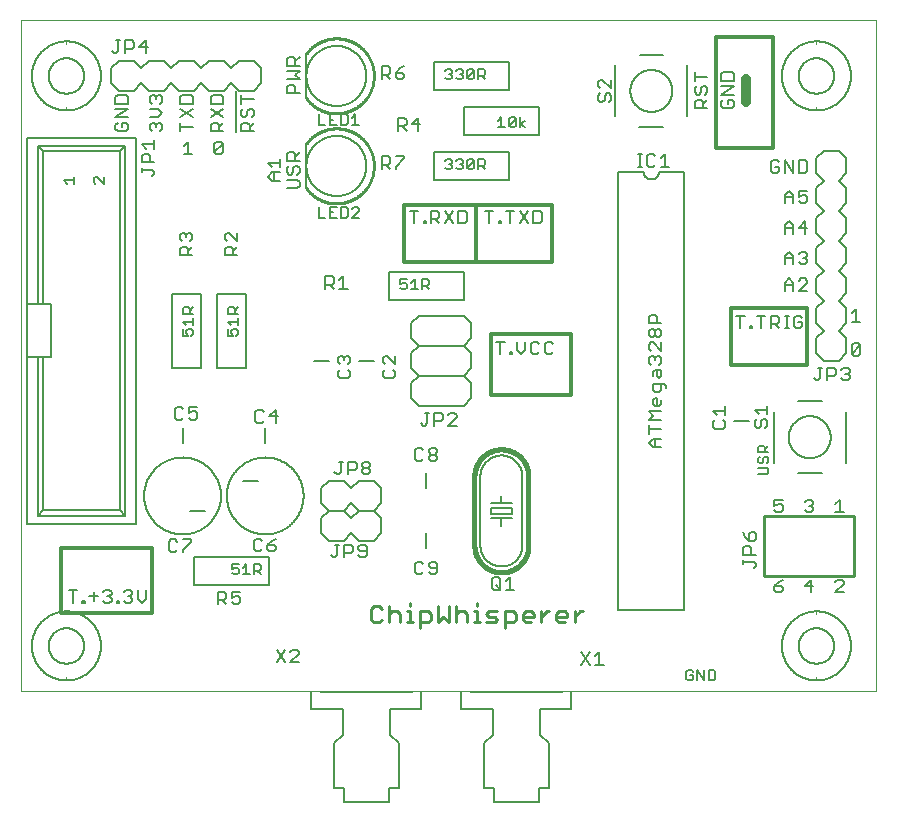
<source format=gto>
G75*
%MOIN*%
%OFA0B0*%
%FSLAX25Y25*%
%IPPOS*%
%LPD*%
%AMOC8*
5,1,8,0,0,1.08239X$1,22.5*
%
%ADD10C,0.00000*%
%ADD11C,0.03200*%
%ADD12C,0.00800*%
%ADD13C,0.00600*%
%ADD14C,0.01200*%
%ADD15C,0.01100*%
%ADD16C,0.01000*%
%ADD17C,0.01600*%
%ADD18C,0.00200*%
D10*
X0002370Y0038506D02*
X0002370Y0262207D01*
X0287291Y0262207D01*
X0287291Y0038506D01*
X0002370Y0038506D01*
X0095370Y0038506D02*
X0139370Y0038506D01*
X0145370Y0038506D02*
X0189370Y0038506D01*
D11*
X0244070Y0234806D02*
X0244070Y0242426D01*
D12*
X0239860Y0241874D02*
X0239860Y0243976D01*
X0239159Y0244677D01*
X0236357Y0244677D01*
X0235656Y0243976D01*
X0235656Y0241874D01*
X0239860Y0241874D01*
X0239860Y0240073D02*
X0235656Y0240073D01*
X0235656Y0237270D02*
X0239860Y0240073D01*
X0239860Y0237270D02*
X0235656Y0237270D01*
X0236357Y0235469D02*
X0235656Y0234768D01*
X0235656Y0233367D01*
X0236357Y0232666D01*
X0239159Y0232666D01*
X0239860Y0233367D01*
X0239860Y0234768D01*
X0239159Y0235469D01*
X0237758Y0235469D01*
X0237758Y0234067D01*
X0230970Y0232666D02*
X0226766Y0232666D01*
X0226766Y0234768D01*
X0227467Y0235469D01*
X0228868Y0235469D01*
X0229569Y0234768D01*
X0229569Y0232666D01*
X0229569Y0234067D02*
X0230970Y0235469D01*
X0230269Y0237270D02*
X0230970Y0237971D01*
X0230970Y0239372D01*
X0230269Y0240073D01*
X0229569Y0240073D01*
X0228868Y0239372D01*
X0228868Y0237971D01*
X0228168Y0237270D01*
X0227467Y0237270D01*
X0226766Y0237971D01*
X0226766Y0239372D01*
X0227467Y0240073D01*
X0226766Y0241874D02*
X0226766Y0244677D01*
X0226766Y0243275D02*
X0230970Y0243275D01*
X0224370Y0247006D02*
X0224370Y0230006D01*
X0216370Y0226506D02*
X0208323Y0226506D01*
X0200370Y0230006D02*
X0200370Y0247006D01*
X0198850Y0242245D02*
X0198850Y0239442D01*
X0196048Y0242245D01*
X0195347Y0242245D01*
X0194646Y0241544D01*
X0194646Y0240143D01*
X0195347Y0239442D01*
X0195347Y0237641D02*
X0194646Y0236940D01*
X0194646Y0235539D01*
X0195347Y0234838D01*
X0196048Y0234838D01*
X0196748Y0235539D01*
X0196748Y0236940D01*
X0197449Y0237641D01*
X0198149Y0237641D01*
X0198850Y0236940D01*
X0198850Y0235539D01*
X0198149Y0234838D01*
X0205370Y0238506D02*
X0205372Y0238678D01*
X0205378Y0238849D01*
X0205389Y0239021D01*
X0205404Y0239192D01*
X0205423Y0239363D01*
X0205446Y0239533D01*
X0205473Y0239703D01*
X0205505Y0239872D01*
X0205540Y0240040D01*
X0205580Y0240207D01*
X0205624Y0240373D01*
X0205671Y0240538D01*
X0205723Y0240702D01*
X0205779Y0240864D01*
X0205839Y0241025D01*
X0205903Y0241185D01*
X0205971Y0241343D01*
X0206042Y0241499D01*
X0206117Y0241653D01*
X0206197Y0241806D01*
X0206279Y0241956D01*
X0206366Y0242105D01*
X0206456Y0242251D01*
X0206550Y0242395D01*
X0206647Y0242537D01*
X0206748Y0242676D01*
X0206852Y0242813D01*
X0206959Y0242947D01*
X0207070Y0243078D01*
X0207183Y0243207D01*
X0207300Y0243333D01*
X0207420Y0243456D01*
X0207543Y0243576D01*
X0207669Y0243693D01*
X0207798Y0243806D01*
X0207929Y0243917D01*
X0208063Y0244024D01*
X0208200Y0244128D01*
X0208339Y0244229D01*
X0208481Y0244326D01*
X0208625Y0244420D01*
X0208771Y0244510D01*
X0208920Y0244597D01*
X0209070Y0244679D01*
X0209223Y0244759D01*
X0209377Y0244834D01*
X0209533Y0244905D01*
X0209691Y0244973D01*
X0209851Y0245037D01*
X0210012Y0245097D01*
X0210174Y0245153D01*
X0210338Y0245205D01*
X0210503Y0245252D01*
X0210669Y0245296D01*
X0210836Y0245336D01*
X0211004Y0245371D01*
X0211173Y0245403D01*
X0211343Y0245430D01*
X0211513Y0245453D01*
X0211684Y0245472D01*
X0211855Y0245487D01*
X0212027Y0245498D01*
X0212198Y0245504D01*
X0212370Y0245506D01*
X0212542Y0245504D01*
X0212713Y0245498D01*
X0212885Y0245487D01*
X0213056Y0245472D01*
X0213227Y0245453D01*
X0213397Y0245430D01*
X0213567Y0245403D01*
X0213736Y0245371D01*
X0213904Y0245336D01*
X0214071Y0245296D01*
X0214237Y0245252D01*
X0214402Y0245205D01*
X0214566Y0245153D01*
X0214728Y0245097D01*
X0214889Y0245037D01*
X0215049Y0244973D01*
X0215207Y0244905D01*
X0215363Y0244834D01*
X0215517Y0244759D01*
X0215670Y0244679D01*
X0215820Y0244597D01*
X0215969Y0244510D01*
X0216115Y0244420D01*
X0216259Y0244326D01*
X0216401Y0244229D01*
X0216540Y0244128D01*
X0216677Y0244024D01*
X0216811Y0243917D01*
X0216942Y0243806D01*
X0217071Y0243693D01*
X0217197Y0243576D01*
X0217320Y0243456D01*
X0217440Y0243333D01*
X0217557Y0243207D01*
X0217670Y0243078D01*
X0217781Y0242947D01*
X0217888Y0242813D01*
X0217992Y0242676D01*
X0218093Y0242537D01*
X0218190Y0242395D01*
X0218284Y0242251D01*
X0218374Y0242105D01*
X0218461Y0241956D01*
X0218543Y0241806D01*
X0218623Y0241653D01*
X0218698Y0241499D01*
X0218769Y0241343D01*
X0218837Y0241185D01*
X0218901Y0241025D01*
X0218961Y0240864D01*
X0219017Y0240702D01*
X0219069Y0240538D01*
X0219116Y0240373D01*
X0219160Y0240207D01*
X0219200Y0240040D01*
X0219235Y0239872D01*
X0219267Y0239703D01*
X0219294Y0239533D01*
X0219317Y0239363D01*
X0219336Y0239192D01*
X0219351Y0239021D01*
X0219362Y0238849D01*
X0219368Y0238678D01*
X0219370Y0238506D01*
X0219368Y0238334D01*
X0219362Y0238163D01*
X0219351Y0237991D01*
X0219336Y0237820D01*
X0219317Y0237649D01*
X0219294Y0237479D01*
X0219267Y0237309D01*
X0219235Y0237140D01*
X0219200Y0236972D01*
X0219160Y0236805D01*
X0219116Y0236639D01*
X0219069Y0236474D01*
X0219017Y0236310D01*
X0218961Y0236148D01*
X0218901Y0235987D01*
X0218837Y0235827D01*
X0218769Y0235669D01*
X0218698Y0235513D01*
X0218623Y0235359D01*
X0218543Y0235206D01*
X0218461Y0235056D01*
X0218374Y0234907D01*
X0218284Y0234761D01*
X0218190Y0234617D01*
X0218093Y0234475D01*
X0217992Y0234336D01*
X0217888Y0234199D01*
X0217781Y0234065D01*
X0217670Y0233934D01*
X0217557Y0233805D01*
X0217440Y0233679D01*
X0217320Y0233556D01*
X0217197Y0233436D01*
X0217071Y0233319D01*
X0216942Y0233206D01*
X0216811Y0233095D01*
X0216677Y0232988D01*
X0216540Y0232884D01*
X0216401Y0232783D01*
X0216259Y0232686D01*
X0216115Y0232592D01*
X0215969Y0232502D01*
X0215820Y0232415D01*
X0215670Y0232333D01*
X0215517Y0232253D01*
X0215363Y0232178D01*
X0215207Y0232107D01*
X0215049Y0232039D01*
X0214889Y0231975D01*
X0214728Y0231915D01*
X0214566Y0231859D01*
X0214402Y0231807D01*
X0214237Y0231760D01*
X0214071Y0231716D01*
X0213904Y0231676D01*
X0213736Y0231641D01*
X0213567Y0231609D01*
X0213397Y0231582D01*
X0213227Y0231559D01*
X0213056Y0231540D01*
X0212885Y0231525D01*
X0212713Y0231514D01*
X0212542Y0231508D01*
X0212370Y0231506D01*
X0212198Y0231508D01*
X0212027Y0231514D01*
X0211855Y0231525D01*
X0211684Y0231540D01*
X0211513Y0231559D01*
X0211343Y0231582D01*
X0211173Y0231609D01*
X0211004Y0231641D01*
X0210836Y0231676D01*
X0210669Y0231716D01*
X0210503Y0231760D01*
X0210338Y0231807D01*
X0210174Y0231859D01*
X0210012Y0231915D01*
X0209851Y0231975D01*
X0209691Y0232039D01*
X0209533Y0232107D01*
X0209377Y0232178D01*
X0209223Y0232253D01*
X0209070Y0232333D01*
X0208920Y0232415D01*
X0208771Y0232502D01*
X0208625Y0232592D01*
X0208481Y0232686D01*
X0208339Y0232783D01*
X0208200Y0232884D01*
X0208063Y0232988D01*
X0207929Y0233095D01*
X0207798Y0233206D01*
X0207669Y0233319D01*
X0207543Y0233436D01*
X0207420Y0233556D01*
X0207300Y0233679D01*
X0207183Y0233805D01*
X0207070Y0233934D01*
X0206959Y0234065D01*
X0206852Y0234199D01*
X0206748Y0234336D01*
X0206647Y0234475D01*
X0206550Y0234617D01*
X0206456Y0234761D01*
X0206366Y0234907D01*
X0206279Y0235056D01*
X0206197Y0235206D01*
X0206117Y0235359D01*
X0206042Y0235513D01*
X0205971Y0235669D01*
X0205903Y0235827D01*
X0205839Y0235987D01*
X0205779Y0236148D01*
X0205723Y0236310D01*
X0205671Y0236474D01*
X0205624Y0236639D01*
X0205580Y0236805D01*
X0205540Y0236972D01*
X0205505Y0237140D01*
X0205473Y0237309D01*
X0205446Y0237479D01*
X0205423Y0237649D01*
X0205404Y0237820D01*
X0205389Y0237991D01*
X0205378Y0238163D01*
X0205372Y0238334D01*
X0205370Y0238506D01*
X0208441Y0250506D02*
X0216370Y0250506D01*
X0216924Y0217440D02*
X0216924Y0213236D01*
X0215523Y0213236D02*
X0218326Y0213236D01*
X0215523Y0216039D02*
X0216924Y0217440D01*
X0213722Y0216739D02*
X0213021Y0217440D01*
X0211620Y0217440D01*
X0210919Y0216739D01*
X0210919Y0213937D01*
X0211620Y0213236D01*
X0213021Y0213236D01*
X0213722Y0213937D01*
X0209251Y0213236D02*
X0207850Y0213236D01*
X0208551Y0213236D02*
X0208551Y0217440D01*
X0209251Y0217440D02*
X0207850Y0217440D01*
X0174772Y0223782D02*
X0149968Y0223782D01*
X0149968Y0233231D01*
X0174772Y0233231D01*
X0174772Y0223782D01*
X0164772Y0218231D02*
X0164772Y0208782D01*
X0139968Y0208782D01*
X0139968Y0218231D01*
X0164772Y0218231D01*
X0165227Y0198610D02*
X0165227Y0194406D01*
X0162225Y0194406D02*
X0161524Y0194406D01*
X0161524Y0195107D01*
X0162225Y0195107D01*
X0162225Y0194406D01*
X0158321Y0194406D02*
X0158321Y0198610D01*
X0156920Y0198610D02*
X0159722Y0198610D01*
X0163826Y0198610D02*
X0166628Y0198610D01*
X0168430Y0198610D02*
X0171232Y0194406D01*
X0173034Y0194406D02*
X0175136Y0194406D01*
X0175836Y0195107D01*
X0175836Y0197909D01*
X0175136Y0198610D01*
X0173034Y0198610D01*
X0173034Y0194406D01*
X0171232Y0198610D02*
X0168430Y0194406D01*
X0150836Y0195107D02*
X0150836Y0197909D01*
X0150136Y0198610D01*
X0148034Y0198610D01*
X0148034Y0194406D01*
X0150136Y0194406D01*
X0150836Y0195107D01*
X0146232Y0194406D02*
X0143430Y0198610D01*
X0141628Y0197909D02*
X0141628Y0196508D01*
X0140928Y0195807D01*
X0138826Y0195807D01*
X0138826Y0194406D02*
X0138826Y0198610D01*
X0140928Y0198610D01*
X0141628Y0197909D01*
X0140227Y0195807D02*
X0141628Y0194406D01*
X0143430Y0194406D02*
X0146232Y0198610D01*
X0137225Y0195107D02*
X0137225Y0194406D01*
X0136524Y0194406D01*
X0136524Y0195107D01*
X0137225Y0195107D01*
X0133321Y0194406D02*
X0133321Y0198610D01*
X0131920Y0198610D02*
X0134722Y0198610D01*
X0127094Y0212516D02*
X0127094Y0213217D01*
X0129896Y0216019D01*
X0129896Y0216720D01*
X0127094Y0216720D01*
X0125292Y0216019D02*
X0125292Y0214618D01*
X0124592Y0213917D01*
X0122490Y0213917D01*
X0122490Y0212516D02*
X0122490Y0216720D01*
X0124592Y0216720D01*
X0125292Y0216019D01*
X0123891Y0213917D02*
X0125292Y0212516D01*
X0127962Y0225296D02*
X0127962Y0229500D01*
X0130064Y0229500D01*
X0130765Y0228799D01*
X0130765Y0227398D01*
X0130064Y0226697D01*
X0127962Y0226697D01*
X0129363Y0226697D02*
X0130765Y0225296D01*
X0132566Y0227398D02*
X0135368Y0227398D01*
X0134668Y0225296D02*
X0134668Y0229500D01*
X0132566Y0227398D01*
X0139968Y0238782D02*
X0164772Y0238782D01*
X0164772Y0248231D01*
X0139968Y0248231D01*
X0139968Y0238782D01*
X0129896Y0243217D02*
X0129896Y0243918D01*
X0129196Y0244618D01*
X0127094Y0244618D01*
X0127094Y0243217D01*
X0127795Y0242516D01*
X0129196Y0242516D01*
X0129896Y0243217D01*
X0128495Y0246019D02*
X0127094Y0244618D01*
X0125292Y0244618D02*
X0125292Y0246019D01*
X0124592Y0246720D01*
X0122490Y0246720D01*
X0122490Y0242516D01*
X0122490Y0243918D02*
X0124592Y0243918D01*
X0125292Y0244618D01*
X0123891Y0243918D02*
X0125292Y0242516D01*
X0128495Y0246019D02*
X0129896Y0246720D01*
X0097370Y0251006D02*
X0097370Y0236006D01*
X0095080Y0237746D02*
X0090876Y0237746D01*
X0090876Y0239848D01*
X0091577Y0240549D01*
X0092978Y0240549D01*
X0093679Y0239848D01*
X0093679Y0237746D01*
X0095080Y0242350D02*
X0090876Y0242350D01*
X0090876Y0245153D02*
X0095080Y0245153D01*
X0093679Y0243751D01*
X0095080Y0242350D01*
X0095080Y0246954D02*
X0090876Y0246954D01*
X0090876Y0249056D01*
X0091577Y0249757D01*
X0092978Y0249757D01*
X0093679Y0249056D01*
X0093679Y0246954D01*
X0093679Y0248355D02*
X0095080Y0249757D01*
X0082370Y0246006D02*
X0082370Y0241006D01*
X0079870Y0238506D01*
X0074870Y0238506D01*
X0072370Y0241006D01*
X0069870Y0238506D01*
X0064870Y0238506D01*
X0062370Y0241006D01*
X0059870Y0238506D01*
X0054870Y0238506D01*
X0052370Y0241006D01*
X0049870Y0238506D01*
X0044870Y0238506D01*
X0042370Y0241006D01*
X0039870Y0238506D01*
X0034870Y0238506D01*
X0032370Y0241006D01*
X0032370Y0246006D01*
X0034870Y0248506D01*
X0039870Y0248506D01*
X0042370Y0246006D01*
X0044870Y0248506D01*
X0049870Y0248506D01*
X0052370Y0246006D01*
X0054870Y0248506D01*
X0059870Y0248506D01*
X0062370Y0246006D01*
X0064870Y0248506D01*
X0069870Y0248506D01*
X0072370Y0246006D01*
X0074870Y0248506D01*
X0079870Y0248506D01*
X0082370Y0246006D01*
X0074040Y0238458D02*
X0074040Y0224646D01*
X0075636Y0225046D02*
X0075636Y0227148D01*
X0076337Y0227849D01*
X0077738Y0227849D01*
X0078439Y0227148D01*
X0078439Y0225046D01*
X0079840Y0225046D02*
X0075636Y0225046D01*
X0078439Y0226447D02*
X0079840Y0227849D01*
X0079139Y0229650D02*
X0079840Y0230351D01*
X0079840Y0231752D01*
X0079139Y0232453D01*
X0078439Y0232453D01*
X0077738Y0231752D01*
X0077738Y0230351D01*
X0077038Y0229650D01*
X0076337Y0229650D01*
X0075636Y0230351D01*
X0075636Y0231752D01*
X0076337Y0232453D01*
X0075636Y0234254D02*
X0075636Y0237057D01*
X0075636Y0235655D02*
X0079840Y0235655D01*
X0069680Y0236356D02*
X0069680Y0234254D01*
X0065476Y0234254D01*
X0065476Y0236356D01*
X0066177Y0237057D01*
X0068979Y0237057D01*
X0069680Y0236356D01*
X0069680Y0232453D02*
X0065476Y0229650D01*
X0066177Y0227849D02*
X0067578Y0227849D01*
X0068279Y0227148D01*
X0068279Y0225046D01*
X0069680Y0225046D02*
X0065476Y0225046D01*
X0065476Y0227148D01*
X0066177Y0227849D01*
X0068279Y0226447D02*
X0069680Y0227849D01*
X0069680Y0229650D02*
X0065476Y0232453D01*
X0059520Y0232453D02*
X0055316Y0229650D01*
X0055316Y0227849D02*
X0055316Y0225046D01*
X0055316Y0226447D02*
X0059520Y0226447D01*
X0059520Y0229650D02*
X0055316Y0232453D01*
X0055316Y0234254D02*
X0055316Y0236356D01*
X0056017Y0237057D01*
X0058819Y0237057D01*
X0059520Y0236356D01*
X0059520Y0234254D01*
X0055316Y0234254D01*
X0049360Y0234955D02*
X0048659Y0234254D01*
X0049360Y0234955D02*
X0049360Y0236356D01*
X0048659Y0237057D01*
X0047959Y0237057D01*
X0047258Y0236356D01*
X0047258Y0235655D01*
X0047258Y0236356D02*
X0046558Y0237057D01*
X0045857Y0237057D01*
X0045156Y0236356D01*
X0045156Y0234955D01*
X0045857Y0234254D01*
X0045156Y0232453D02*
X0047959Y0232453D01*
X0049360Y0231051D01*
X0047959Y0229650D01*
X0045156Y0229650D01*
X0045857Y0227849D02*
X0045156Y0227148D01*
X0045156Y0225747D01*
X0045857Y0225046D01*
X0047258Y0226447D02*
X0047258Y0227148D01*
X0047959Y0227849D01*
X0048659Y0227849D01*
X0049360Y0227148D01*
X0049360Y0225747D01*
X0048659Y0225046D01*
X0047258Y0227148D02*
X0046558Y0227849D01*
X0045857Y0227849D01*
X0046655Y0222065D02*
X0046655Y0219263D01*
X0046655Y0220664D02*
X0042451Y0220664D01*
X0043853Y0219263D01*
X0044553Y0217461D02*
X0045254Y0216761D01*
X0045254Y0214659D01*
X0046655Y0214659D02*
X0042451Y0214659D01*
X0042451Y0216761D01*
X0043152Y0217461D01*
X0044553Y0217461D01*
X0042451Y0212858D02*
X0042451Y0211456D01*
X0042451Y0212157D02*
X0045954Y0212157D01*
X0046655Y0211456D01*
X0046655Y0210756D01*
X0045954Y0210055D01*
X0056510Y0217426D02*
X0059312Y0217426D01*
X0057911Y0217426D02*
X0057911Y0221630D01*
X0056510Y0220229D01*
X0066670Y0220929D02*
X0066670Y0218127D01*
X0069472Y0220929D01*
X0069472Y0218127D01*
X0068772Y0217426D01*
X0067371Y0217426D01*
X0066670Y0218127D01*
X0066670Y0220929D02*
X0067371Y0221630D01*
X0068772Y0221630D01*
X0069472Y0220929D01*
X0084526Y0214541D02*
X0085928Y0213140D01*
X0085928Y0211339D02*
X0088730Y0211339D01*
X0088730Y0213140D02*
X0088730Y0215943D01*
X0088730Y0214541D02*
X0084526Y0214541D01*
X0085928Y0211339D02*
X0084526Y0209937D01*
X0085928Y0208536D01*
X0088730Y0208536D01*
X0086628Y0208536D02*
X0086628Y0211339D01*
X0090876Y0211301D02*
X0091577Y0210600D01*
X0092278Y0210600D01*
X0092978Y0211301D01*
X0092978Y0212702D01*
X0093679Y0213403D01*
X0094379Y0213403D01*
X0095080Y0212702D01*
X0095080Y0211301D01*
X0094379Y0210600D01*
X0094379Y0208799D02*
X0090876Y0208799D01*
X0090876Y0211301D02*
X0090876Y0212702D01*
X0091577Y0213403D01*
X0090876Y0215204D02*
X0090876Y0217306D01*
X0091577Y0218007D01*
X0092978Y0218007D01*
X0093679Y0217306D01*
X0093679Y0215204D01*
X0095080Y0215204D02*
X0090876Y0215204D01*
X0093679Y0216605D02*
X0095080Y0218007D01*
X0097370Y0221006D02*
X0097370Y0206006D01*
X0095080Y0206697D02*
X0095080Y0208098D01*
X0094379Y0208799D01*
X0095080Y0206697D02*
X0094379Y0205996D01*
X0090876Y0205996D01*
X0074310Y0191195D02*
X0074310Y0188392D01*
X0071508Y0191195D01*
X0070807Y0191195D01*
X0070106Y0190494D01*
X0070106Y0189093D01*
X0070807Y0188392D01*
X0070807Y0186591D02*
X0072208Y0186591D01*
X0072909Y0185890D01*
X0072909Y0183788D01*
X0074310Y0183788D02*
X0070106Y0183788D01*
X0070106Y0185890D01*
X0070807Y0186591D01*
X0072909Y0185190D02*
X0074310Y0186591D01*
X0059310Y0186591D02*
X0057909Y0185190D01*
X0057909Y0185890D02*
X0057909Y0183788D01*
X0059310Y0183788D02*
X0055106Y0183788D01*
X0055106Y0185890D01*
X0055807Y0186591D01*
X0057208Y0186591D01*
X0057909Y0185890D01*
X0058609Y0188392D02*
X0059310Y0189093D01*
X0059310Y0190494D01*
X0058609Y0191195D01*
X0057909Y0191195D01*
X0057208Y0190494D01*
X0057208Y0189794D01*
X0057208Y0190494D02*
X0056508Y0191195D01*
X0055807Y0191195D01*
X0055106Y0190494D01*
X0055106Y0189093D01*
X0055807Y0188392D01*
X0052646Y0170908D02*
X0052646Y0146105D01*
X0062094Y0146105D01*
X0062094Y0170908D01*
X0052646Y0170908D01*
X0067646Y0170908D02*
X0067646Y0146105D01*
X0077094Y0146105D01*
X0077094Y0170908D01*
X0067646Y0170908D01*
X0099870Y0148506D02*
X0104870Y0148506D01*
X0107766Y0148003D02*
X0107766Y0149404D01*
X0108467Y0150105D01*
X0109168Y0150105D01*
X0109868Y0149404D01*
X0110569Y0150105D01*
X0111269Y0150105D01*
X0111970Y0149404D01*
X0111970Y0148003D01*
X0111269Y0147302D01*
X0111269Y0145501D02*
X0111970Y0144800D01*
X0111970Y0143399D01*
X0111269Y0142698D01*
X0108467Y0142698D01*
X0107766Y0143399D01*
X0107766Y0144800D01*
X0108467Y0145501D01*
X0108467Y0147302D02*
X0107766Y0148003D01*
X0109868Y0148704D02*
X0109868Y0149404D01*
X0114870Y0148506D02*
X0119870Y0148506D01*
X0122766Y0148003D02*
X0123467Y0147302D01*
X0122766Y0148003D02*
X0122766Y0149404D01*
X0123467Y0150105D01*
X0124168Y0150105D01*
X0126970Y0147302D01*
X0126970Y0150105D01*
X0126269Y0145501D02*
X0126970Y0144800D01*
X0126970Y0143399D01*
X0126269Y0142698D01*
X0123467Y0142698D01*
X0122766Y0143399D01*
X0122766Y0144800D01*
X0123467Y0145501D01*
X0136831Y0131160D02*
X0138232Y0131160D01*
X0137532Y0131160D02*
X0137532Y0127657D01*
X0136831Y0126956D01*
X0136131Y0126956D01*
X0135430Y0127657D01*
X0140034Y0128357D02*
X0142136Y0128357D01*
X0142836Y0129058D01*
X0142836Y0130459D01*
X0142136Y0131160D01*
X0140034Y0131160D01*
X0140034Y0126956D01*
X0144638Y0126956D02*
X0147440Y0129759D01*
X0147440Y0130459D01*
X0146740Y0131160D01*
X0145338Y0131160D01*
X0144638Y0130459D01*
X0144638Y0126956D02*
X0147440Y0126956D01*
X0140206Y0119380D02*
X0140906Y0118679D01*
X0140906Y0117979D01*
X0140206Y0117278D01*
X0138805Y0117278D01*
X0138104Y0117979D01*
X0138104Y0118679D01*
X0138805Y0119380D01*
X0140206Y0119380D01*
X0140206Y0117278D02*
X0140906Y0116577D01*
X0140906Y0115877D01*
X0140206Y0115176D01*
X0138805Y0115176D01*
X0138104Y0115877D01*
X0138104Y0116577D01*
X0138805Y0117278D01*
X0136302Y0115877D02*
X0135602Y0115176D01*
X0134201Y0115176D01*
X0133500Y0115877D01*
X0133500Y0118679D01*
X0134201Y0119380D01*
X0135602Y0119380D01*
X0136302Y0118679D01*
X0137370Y0111006D02*
X0137370Y0106006D01*
X0122370Y0106006D02*
X0122370Y0101006D01*
X0119870Y0098506D01*
X0114870Y0098506D01*
X0112370Y0096006D01*
X0109870Y0098506D01*
X0104870Y0098506D01*
X0102370Y0096006D01*
X0102370Y0091006D01*
X0104870Y0088506D01*
X0109870Y0088506D01*
X0112370Y0091006D01*
X0114870Y0088506D01*
X0119870Y0088506D01*
X0122370Y0091006D01*
X0122370Y0096006D01*
X0119870Y0098506D01*
X0114870Y0098506D01*
X0112370Y0101006D01*
X0109870Y0098506D01*
X0104870Y0098506D01*
X0102370Y0101006D01*
X0102370Y0106006D01*
X0104870Y0108506D01*
X0109870Y0108506D01*
X0112370Y0106006D01*
X0114870Y0108506D01*
X0119870Y0108506D01*
X0122370Y0106006D01*
X0118028Y0110756D02*
X0116627Y0110756D01*
X0115926Y0111457D01*
X0115926Y0112157D01*
X0116627Y0112858D01*
X0118028Y0112858D01*
X0118728Y0112157D01*
X0118728Y0111457D01*
X0118028Y0110756D01*
X0118028Y0112858D02*
X0118728Y0113559D01*
X0118728Y0114259D01*
X0118028Y0114960D01*
X0116627Y0114960D01*
X0115926Y0114259D01*
X0115926Y0113559D01*
X0116627Y0112858D01*
X0114125Y0112858D02*
X0114125Y0114259D01*
X0113424Y0114960D01*
X0111322Y0114960D01*
X0111322Y0110756D01*
X0111322Y0112157D02*
X0113424Y0112157D01*
X0114125Y0112858D01*
X0109521Y0114960D02*
X0108119Y0114960D01*
X0108820Y0114960D02*
X0108820Y0111457D01*
X0108119Y0110756D01*
X0107419Y0110756D01*
X0106718Y0111457D01*
X0087078Y0127876D02*
X0087078Y0132080D01*
X0084976Y0129978D01*
X0087778Y0129978D01*
X0083175Y0128577D02*
X0082474Y0127876D01*
X0081073Y0127876D01*
X0080372Y0128577D01*
X0080372Y0131379D01*
X0081073Y0132080D01*
X0082474Y0132080D01*
X0083175Y0131379D01*
X0083640Y0126006D02*
X0083640Y0121006D01*
X0081140Y0108506D02*
X0076140Y0108506D01*
X0070845Y0103506D02*
X0070849Y0103820D01*
X0070860Y0104134D01*
X0070880Y0104447D01*
X0070907Y0104760D01*
X0070941Y0105072D01*
X0070983Y0105383D01*
X0071033Y0105693D01*
X0071091Y0106002D01*
X0071156Y0106309D01*
X0071228Y0106615D01*
X0071308Y0106919D01*
X0071396Y0107220D01*
X0071491Y0107520D01*
X0071593Y0107817D01*
X0071702Y0108111D01*
X0071819Y0108402D01*
X0071943Y0108691D01*
X0072073Y0108977D01*
X0072211Y0109259D01*
X0072356Y0109538D01*
X0072507Y0109813D01*
X0072665Y0110084D01*
X0072830Y0110351D01*
X0073001Y0110615D01*
X0073179Y0110873D01*
X0073363Y0111128D01*
X0073553Y0111378D01*
X0073749Y0111623D01*
X0073952Y0111863D01*
X0074160Y0112099D01*
X0074373Y0112329D01*
X0074593Y0112553D01*
X0074817Y0112773D01*
X0075047Y0112986D01*
X0075283Y0113194D01*
X0075523Y0113397D01*
X0075768Y0113593D01*
X0076018Y0113783D01*
X0076273Y0113967D01*
X0076531Y0114145D01*
X0076795Y0114316D01*
X0077062Y0114481D01*
X0077333Y0114639D01*
X0077608Y0114790D01*
X0077887Y0114935D01*
X0078169Y0115073D01*
X0078455Y0115203D01*
X0078744Y0115327D01*
X0079035Y0115444D01*
X0079329Y0115553D01*
X0079626Y0115655D01*
X0079926Y0115750D01*
X0080227Y0115838D01*
X0080531Y0115918D01*
X0080837Y0115990D01*
X0081144Y0116055D01*
X0081453Y0116113D01*
X0081763Y0116163D01*
X0082074Y0116205D01*
X0082386Y0116239D01*
X0082699Y0116266D01*
X0083012Y0116286D01*
X0083326Y0116297D01*
X0083640Y0116301D01*
X0083954Y0116297D01*
X0084268Y0116286D01*
X0084581Y0116266D01*
X0084894Y0116239D01*
X0085206Y0116205D01*
X0085517Y0116163D01*
X0085827Y0116113D01*
X0086136Y0116055D01*
X0086443Y0115990D01*
X0086749Y0115918D01*
X0087053Y0115838D01*
X0087354Y0115750D01*
X0087654Y0115655D01*
X0087951Y0115553D01*
X0088245Y0115444D01*
X0088536Y0115327D01*
X0088825Y0115203D01*
X0089111Y0115073D01*
X0089393Y0114935D01*
X0089672Y0114790D01*
X0089947Y0114639D01*
X0090218Y0114481D01*
X0090485Y0114316D01*
X0090749Y0114145D01*
X0091007Y0113967D01*
X0091262Y0113783D01*
X0091512Y0113593D01*
X0091757Y0113397D01*
X0091997Y0113194D01*
X0092233Y0112986D01*
X0092463Y0112773D01*
X0092687Y0112553D01*
X0092907Y0112329D01*
X0093120Y0112099D01*
X0093328Y0111863D01*
X0093531Y0111623D01*
X0093727Y0111378D01*
X0093917Y0111128D01*
X0094101Y0110873D01*
X0094279Y0110615D01*
X0094450Y0110351D01*
X0094615Y0110084D01*
X0094773Y0109813D01*
X0094924Y0109538D01*
X0095069Y0109259D01*
X0095207Y0108977D01*
X0095337Y0108691D01*
X0095461Y0108402D01*
X0095578Y0108111D01*
X0095687Y0107817D01*
X0095789Y0107520D01*
X0095884Y0107220D01*
X0095972Y0106919D01*
X0096052Y0106615D01*
X0096124Y0106309D01*
X0096189Y0106002D01*
X0096247Y0105693D01*
X0096297Y0105383D01*
X0096339Y0105072D01*
X0096373Y0104760D01*
X0096400Y0104447D01*
X0096420Y0104134D01*
X0096431Y0103820D01*
X0096435Y0103506D01*
X0096431Y0103192D01*
X0096420Y0102878D01*
X0096400Y0102565D01*
X0096373Y0102252D01*
X0096339Y0101940D01*
X0096297Y0101629D01*
X0096247Y0101319D01*
X0096189Y0101010D01*
X0096124Y0100703D01*
X0096052Y0100397D01*
X0095972Y0100093D01*
X0095884Y0099792D01*
X0095789Y0099492D01*
X0095687Y0099195D01*
X0095578Y0098901D01*
X0095461Y0098610D01*
X0095337Y0098321D01*
X0095207Y0098035D01*
X0095069Y0097753D01*
X0094924Y0097474D01*
X0094773Y0097199D01*
X0094615Y0096928D01*
X0094450Y0096661D01*
X0094279Y0096397D01*
X0094101Y0096139D01*
X0093917Y0095884D01*
X0093727Y0095634D01*
X0093531Y0095389D01*
X0093328Y0095149D01*
X0093120Y0094913D01*
X0092907Y0094683D01*
X0092687Y0094459D01*
X0092463Y0094239D01*
X0092233Y0094026D01*
X0091997Y0093818D01*
X0091757Y0093615D01*
X0091512Y0093419D01*
X0091262Y0093229D01*
X0091007Y0093045D01*
X0090749Y0092867D01*
X0090485Y0092696D01*
X0090218Y0092531D01*
X0089947Y0092373D01*
X0089672Y0092222D01*
X0089393Y0092077D01*
X0089111Y0091939D01*
X0088825Y0091809D01*
X0088536Y0091685D01*
X0088245Y0091568D01*
X0087951Y0091459D01*
X0087654Y0091357D01*
X0087354Y0091262D01*
X0087053Y0091174D01*
X0086749Y0091094D01*
X0086443Y0091022D01*
X0086136Y0090957D01*
X0085827Y0090899D01*
X0085517Y0090849D01*
X0085206Y0090807D01*
X0084894Y0090773D01*
X0084581Y0090746D01*
X0084268Y0090726D01*
X0083954Y0090715D01*
X0083640Y0090711D01*
X0083326Y0090715D01*
X0083012Y0090726D01*
X0082699Y0090746D01*
X0082386Y0090773D01*
X0082074Y0090807D01*
X0081763Y0090849D01*
X0081453Y0090899D01*
X0081144Y0090957D01*
X0080837Y0091022D01*
X0080531Y0091094D01*
X0080227Y0091174D01*
X0079926Y0091262D01*
X0079626Y0091357D01*
X0079329Y0091459D01*
X0079035Y0091568D01*
X0078744Y0091685D01*
X0078455Y0091809D01*
X0078169Y0091939D01*
X0077887Y0092077D01*
X0077608Y0092222D01*
X0077333Y0092373D01*
X0077062Y0092531D01*
X0076795Y0092696D01*
X0076531Y0092867D01*
X0076273Y0093045D01*
X0076018Y0093229D01*
X0075768Y0093419D01*
X0075523Y0093615D01*
X0075283Y0093818D01*
X0075047Y0094026D01*
X0074817Y0094239D01*
X0074593Y0094459D01*
X0074373Y0094683D01*
X0074160Y0094913D01*
X0073952Y0095149D01*
X0073749Y0095389D01*
X0073553Y0095634D01*
X0073363Y0095884D01*
X0073179Y0096139D01*
X0073001Y0096397D01*
X0072830Y0096661D01*
X0072665Y0096928D01*
X0072507Y0097199D01*
X0072356Y0097474D01*
X0072211Y0097753D01*
X0072073Y0098035D01*
X0071943Y0098321D01*
X0071819Y0098610D01*
X0071702Y0098901D01*
X0071593Y0099195D01*
X0071491Y0099492D01*
X0071396Y0099792D01*
X0071308Y0100093D01*
X0071228Y0100397D01*
X0071156Y0100703D01*
X0071091Y0101010D01*
X0071033Y0101319D01*
X0070983Y0101629D01*
X0070941Y0101940D01*
X0070907Y0102252D01*
X0070880Y0102565D01*
X0070860Y0102878D01*
X0070849Y0103192D01*
X0070845Y0103506D01*
X0063600Y0098506D02*
X0058600Y0098506D01*
X0043305Y0103506D02*
X0043309Y0103820D01*
X0043320Y0104134D01*
X0043340Y0104447D01*
X0043367Y0104760D01*
X0043401Y0105072D01*
X0043443Y0105383D01*
X0043493Y0105693D01*
X0043551Y0106002D01*
X0043616Y0106309D01*
X0043688Y0106615D01*
X0043768Y0106919D01*
X0043856Y0107220D01*
X0043951Y0107520D01*
X0044053Y0107817D01*
X0044162Y0108111D01*
X0044279Y0108402D01*
X0044403Y0108691D01*
X0044533Y0108977D01*
X0044671Y0109259D01*
X0044816Y0109538D01*
X0044967Y0109813D01*
X0045125Y0110084D01*
X0045290Y0110351D01*
X0045461Y0110615D01*
X0045639Y0110873D01*
X0045823Y0111128D01*
X0046013Y0111378D01*
X0046209Y0111623D01*
X0046412Y0111863D01*
X0046620Y0112099D01*
X0046833Y0112329D01*
X0047053Y0112553D01*
X0047277Y0112773D01*
X0047507Y0112986D01*
X0047743Y0113194D01*
X0047983Y0113397D01*
X0048228Y0113593D01*
X0048478Y0113783D01*
X0048733Y0113967D01*
X0048991Y0114145D01*
X0049255Y0114316D01*
X0049522Y0114481D01*
X0049793Y0114639D01*
X0050068Y0114790D01*
X0050347Y0114935D01*
X0050629Y0115073D01*
X0050915Y0115203D01*
X0051204Y0115327D01*
X0051495Y0115444D01*
X0051789Y0115553D01*
X0052086Y0115655D01*
X0052386Y0115750D01*
X0052687Y0115838D01*
X0052991Y0115918D01*
X0053297Y0115990D01*
X0053604Y0116055D01*
X0053913Y0116113D01*
X0054223Y0116163D01*
X0054534Y0116205D01*
X0054846Y0116239D01*
X0055159Y0116266D01*
X0055472Y0116286D01*
X0055786Y0116297D01*
X0056100Y0116301D01*
X0056414Y0116297D01*
X0056728Y0116286D01*
X0057041Y0116266D01*
X0057354Y0116239D01*
X0057666Y0116205D01*
X0057977Y0116163D01*
X0058287Y0116113D01*
X0058596Y0116055D01*
X0058903Y0115990D01*
X0059209Y0115918D01*
X0059513Y0115838D01*
X0059814Y0115750D01*
X0060114Y0115655D01*
X0060411Y0115553D01*
X0060705Y0115444D01*
X0060996Y0115327D01*
X0061285Y0115203D01*
X0061571Y0115073D01*
X0061853Y0114935D01*
X0062132Y0114790D01*
X0062407Y0114639D01*
X0062678Y0114481D01*
X0062945Y0114316D01*
X0063209Y0114145D01*
X0063467Y0113967D01*
X0063722Y0113783D01*
X0063972Y0113593D01*
X0064217Y0113397D01*
X0064457Y0113194D01*
X0064693Y0112986D01*
X0064923Y0112773D01*
X0065147Y0112553D01*
X0065367Y0112329D01*
X0065580Y0112099D01*
X0065788Y0111863D01*
X0065991Y0111623D01*
X0066187Y0111378D01*
X0066377Y0111128D01*
X0066561Y0110873D01*
X0066739Y0110615D01*
X0066910Y0110351D01*
X0067075Y0110084D01*
X0067233Y0109813D01*
X0067384Y0109538D01*
X0067529Y0109259D01*
X0067667Y0108977D01*
X0067797Y0108691D01*
X0067921Y0108402D01*
X0068038Y0108111D01*
X0068147Y0107817D01*
X0068249Y0107520D01*
X0068344Y0107220D01*
X0068432Y0106919D01*
X0068512Y0106615D01*
X0068584Y0106309D01*
X0068649Y0106002D01*
X0068707Y0105693D01*
X0068757Y0105383D01*
X0068799Y0105072D01*
X0068833Y0104760D01*
X0068860Y0104447D01*
X0068880Y0104134D01*
X0068891Y0103820D01*
X0068895Y0103506D01*
X0068891Y0103192D01*
X0068880Y0102878D01*
X0068860Y0102565D01*
X0068833Y0102252D01*
X0068799Y0101940D01*
X0068757Y0101629D01*
X0068707Y0101319D01*
X0068649Y0101010D01*
X0068584Y0100703D01*
X0068512Y0100397D01*
X0068432Y0100093D01*
X0068344Y0099792D01*
X0068249Y0099492D01*
X0068147Y0099195D01*
X0068038Y0098901D01*
X0067921Y0098610D01*
X0067797Y0098321D01*
X0067667Y0098035D01*
X0067529Y0097753D01*
X0067384Y0097474D01*
X0067233Y0097199D01*
X0067075Y0096928D01*
X0066910Y0096661D01*
X0066739Y0096397D01*
X0066561Y0096139D01*
X0066377Y0095884D01*
X0066187Y0095634D01*
X0065991Y0095389D01*
X0065788Y0095149D01*
X0065580Y0094913D01*
X0065367Y0094683D01*
X0065147Y0094459D01*
X0064923Y0094239D01*
X0064693Y0094026D01*
X0064457Y0093818D01*
X0064217Y0093615D01*
X0063972Y0093419D01*
X0063722Y0093229D01*
X0063467Y0093045D01*
X0063209Y0092867D01*
X0062945Y0092696D01*
X0062678Y0092531D01*
X0062407Y0092373D01*
X0062132Y0092222D01*
X0061853Y0092077D01*
X0061571Y0091939D01*
X0061285Y0091809D01*
X0060996Y0091685D01*
X0060705Y0091568D01*
X0060411Y0091459D01*
X0060114Y0091357D01*
X0059814Y0091262D01*
X0059513Y0091174D01*
X0059209Y0091094D01*
X0058903Y0091022D01*
X0058596Y0090957D01*
X0058287Y0090899D01*
X0057977Y0090849D01*
X0057666Y0090807D01*
X0057354Y0090773D01*
X0057041Y0090746D01*
X0056728Y0090726D01*
X0056414Y0090715D01*
X0056100Y0090711D01*
X0055786Y0090715D01*
X0055472Y0090726D01*
X0055159Y0090746D01*
X0054846Y0090773D01*
X0054534Y0090807D01*
X0054223Y0090849D01*
X0053913Y0090899D01*
X0053604Y0090957D01*
X0053297Y0091022D01*
X0052991Y0091094D01*
X0052687Y0091174D01*
X0052386Y0091262D01*
X0052086Y0091357D01*
X0051789Y0091459D01*
X0051495Y0091568D01*
X0051204Y0091685D01*
X0050915Y0091809D01*
X0050629Y0091939D01*
X0050347Y0092077D01*
X0050068Y0092222D01*
X0049793Y0092373D01*
X0049522Y0092531D01*
X0049255Y0092696D01*
X0048991Y0092867D01*
X0048733Y0093045D01*
X0048478Y0093229D01*
X0048228Y0093419D01*
X0047983Y0093615D01*
X0047743Y0093818D01*
X0047507Y0094026D01*
X0047277Y0094239D01*
X0047053Y0094459D01*
X0046833Y0094683D01*
X0046620Y0094913D01*
X0046412Y0095149D01*
X0046209Y0095389D01*
X0046013Y0095634D01*
X0045823Y0095884D01*
X0045639Y0096139D01*
X0045461Y0096397D01*
X0045290Y0096661D01*
X0045125Y0096928D01*
X0044967Y0097199D01*
X0044816Y0097474D01*
X0044671Y0097753D01*
X0044533Y0098035D01*
X0044403Y0098321D01*
X0044279Y0098610D01*
X0044162Y0098901D01*
X0044053Y0099195D01*
X0043951Y0099492D01*
X0043856Y0099792D01*
X0043768Y0100093D01*
X0043688Y0100397D01*
X0043616Y0100703D01*
X0043551Y0101010D01*
X0043493Y0101319D01*
X0043443Y0101629D01*
X0043401Y0101940D01*
X0043367Y0102252D01*
X0043340Y0102565D01*
X0043320Y0102878D01*
X0043309Y0103192D01*
X0043305Y0103506D01*
X0052263Y0088990D02*
X0051562Y0088289D01*
X0051562Y0085487D01*
X0052263Y0084786D01*
X0053664Y0084786D01*
X0054365Y0085487D01*
X0056166Y0085487D02*
X0056166Y0084786D01*
X0056166Y0085487D02*
X0058968Y0088289D01*
X0058968Y0088990D01*
X0056166Y0088990D01*
X0054365Y0088289D02*
X0053664Y0088990D01*
X0052263Y0088990D01*
X0059968Y0083231D02*
X0084772Y0083231D01*
X0084772Y0073782D01*
X0059968Y0073782D01*
X0059968Y0083231D01*
X0067890Y0071560D02*
X0069992Y0071560D01*
X0070692Y0070859D01*
X0070692Y0069458D01*
X0069992Y0068757D01*
X0067890Y0068757D01*
X0067890Y0067356D02*
X0067890Y0071560D01*
X0069291Y0068757D02*
X0070692Y0067356D01*
X0072494Y0068057D02*
X0073195Y0067356D01*
X0074596Y0067356D01*
X0075296Y0068057D01*
X0075296Y0069458D01*
X0074596Y0070159D01*
X0073895Y0070159D01*
X0072494Y0069458D01*
X0072494Y0071560D01*
X0075296Y0071560D01*
X0080471Y0085006D02*
X0081872Y0085006D01*
X0082572Y0085707D01*
X0084374Y0085707D02*
X0085075Y0085006D01*
X0086476Y0085006D01*
X0087176Y0085707D01*
X0087176Y0086407D01*
X0086476Y0087108D01*
X0084374Y0087108D01*
X0084374Y0085707D01*
X0084374Y0087108D02*
X0085775Y0088509D01*
X0087176Y0089210D01*
X0082572Y0088509D02*
X0081872Y0089210D01*
X0080471Y0089210D01*
X0079770Y0088509D01*
X0079770Y0085707D01*
X0080471Y0085006D01*
X0105448Y0083677D02*
X0106149Y0082976D01*
X0106849Y0082976D01*
X0107550Y0083677D01*
X0107550Y0087180D01*
X0106849Y0087180D02*
X0108251Y0087180D01*
X0110052Y0087180D02*
X0110052Y0082976D01*
X0110052Y0084377D02*
X0112154Y0084377D01*
X0112855Y0085078D01*
X0112855Y0086479D01*
X0112154Y0087180D01*
X0110052Y0087180D01*
X0114656Y0086479D02*
X0114656Y0085779D01*
X0115357Y0085078D01*
X0117458Y0085078D01*
X0117458Y0083677D02*
X0117458Y0086479D01*
X0116758Y0087180D01*
X0115357Y0087180D01*
X0114656Y0086479D01*
X0114656Y0083677D02*
X0115357Y0082976D01*
X0116758Y0082976D01*
X0117458Y0083677D01*
X0133500Y0080899D02*
X0133500Y0078097D01*
X0134201Y0077396D01*
X0135602Y0077396D01*
X0136302Y0078097D01*
X0138104Y0078097D02*
X0138805Y0077396D01*
X0140206Y0077396D01*
X0140906Y0078097D01*
X0140906Y0080899D01*
X0140206Y0081600D01*
X0138805Y0081600D01*
X0138104Y0080899D01*
X0138104Y0080199D01*
X0138805Y0079498D01*
X0140906Y0079498D01*
X0136302Y0080899D02*
X0135602Y0081600D01*
X0134201Y0081600D01*
X0133500Y0080899D01*
X0137370Y0086006D02*
X0137370Y0091006D01*
X0159152Y0075739D02*
X0159152Y0072937D01*
X0159853Y0072236D01*
X0161254Y0072236D01*
X0161955Y0072937D01*
X0161955Y0075739D01*
X0161254Y0076440D01*
X0159853Y0076440D01*
X0159152Y0075739D01*
X0160553Y0073637D02*
X0161955Y0072236D01*
X0163756Y0072236D02*
X0166558Y0072236D01*
X0165157Y0072236D02*
X0165157Y0076440D01*
X0163756Y0075039D01*
X0189032Y0051430D02*
X0191835Y0047226D01*
X0193636Y0047226D02*
X0196438Y0047226D01*
X0195037Y0047226D02*
X0195037Y0051430D01*
X0193636Y0050029D01*
X0191835Y0051430D02*
X0189032Y0047226D01*
X0185677Y0038113D02*
X0185677Y0032404D01*
X0175244Y0032404D01*
X0175244Y0023939D01*
X0178197Y0020987D01*
X0178197Y0006026D01*
X0174850Y0006026D01*
X0174850Y0001400D01*
X0159890Y0001400D01*
X0159890Y0006026D01*
X0156543Y0006026D01*
X0156543Y0020987D01*
X0159496Y0023939D01*
X0159496Y0032404D01*
X0149063Y0032404D01*
X0149063Y0038113D01*
X0152213Y0038113D02*
X0182527Y0038113D01*
X0135677Y0038113D02*
X0135677Y0032404D01*
X0125244Y0032404D01*
X0125244Y0023939D01*
X0128197Y0020987D01*
X0128197Y0006026D01*
X0124850Y0006026D01*
X0124850Y0001400D01*
X0109890Y0001400D01*
X0109890Y0006026D01*
X0106543Y0006026D01*
X0106543Y0020987D01*
X0109496Y0023939D01*
X0109496Y0032404D01*
X0099063Y0032404D01*
X0099063Y0038113D01*
X0102213Y0038113D02*
X0132527Y0038113D01*
X0094838Y0048026D02*
X0092036Y0048026D01*
X0094838Y0050829D01*
X0094838Y0051529D01*
X0094138Y0052230D01*
X0092737Y0052230D01*
X0092036Y0051529D01*
X0090235Y0052230D02*
X0087432Y0048026D01*
X0090235Y0048026D02*
X0087432Y0052230D01*
X0043932Y0069297D02*
X0042531Y0067896D01*
X0041130Y0069297D01*
X0041130Y0072100D01*
X0039328Y0071399D02*
X0039328Y0070699D01*
X0038627Y0069998D01*
X0039328Y0069297D01*
X0039328Y0068597D01*
X0038627Y0067896D01*
X0037226Y0067896D01*
X0036526Y0068597D01*
X0034924Y0068597D02*
X0034924Y0067896D01*
X0034224Y0067896D01*
X0034224Y0068597D01*
X0034924Y0068597D01*
X0032422Y0068597D02*
X0032422Y0069297D01*
X0031722Y0069998D01*
X0031021Y0069998D01*
X0031722Y0069998D02*
X0032422Y0070699D01*
X0032422Y0071399D01*
X0031722Y0072100D01*
X0030320Y0072100D01*
X0029620Y0071399D01*
X0027818Y0069998D02*
X0025016Y0069998D01*
X0026417Y0071399D02*
X0026417Y0068597D01*
X0023415Y0068597D02*
X0023415Y0067896D01*
X0022714Y0067896D01*
X0022714Y0068597D01*
X0023415Y0068597D01*
X0019511Y0067896D02*
X0019511Y0072100D01*
X0018110Y0072100D02*
X0020912Y0072100D01*
X0029620Y0068597D02*
X0030320Y0067896D01*
X0031722Y0067896D01*
X0032422Y0068597D01*
X0036526Y0071399D02*
X0037226Y0072100D01*
X0038627Y0072100D01*
X0039328Y0071399D01*
X0038627Y0069998D02*
X0037927Y0069998D01*
X0043932Y0069297D02*
X0043932Y0072100D01*
X0011464Y0053506D02*
X0011466Y0053659D01*
X0011472Y0053813D01*
X0011482Y0053966D01*
X0011496Y0054118D01*
X0011514Y0054271D01*
X0011536Y0054422D01*
X0011561Y0054573D01*
X0011591Y0054724D01*
X0011625Y0054874D01*
X0011662Y0055022D01*
X0011703Y0055170D01*
X0011748Y0055316D01*
X0011797Y0055462D01*
X0011850Y0055606D01*
X0011906Y0055748D01*
X0011966Y0055889D01*
X0012030Y0056029D01*
X0012097Y0056167D01*
X0012168Y0056303D01*
X0012243Y0056437D01*
X0012320Y0056569D01*
X0012402Y0056699D01*
X0012486Y0056827D01*
X0012574Y0056953D01*
X0012665Y0057076D01*
X0012759Y0057197D01*
X0012857Y0057315D01*
X0012957Y0057431D01*
X0013061Y0057544D01*
X0013167Y0057655D01*
X0013276Y0057763D01*
X0013388Y0057868D01*
X0013502Y0057969D01*
X0013620Y0058068D01*
X0013739Y0058164D01*
X0013861Y0058257D01*
X0013986Y0058346D01*
X0014113Y0058433D01*
X0014242Y0058515D01*
X0014373Y0058595D01*
X0014506Y0058671D01*
X0014641Y0058744D01*
X0014778Y0058813D01*
X0014917Y0058878D01*
X0015057Y0058940D01*
X0015199Y0058998D01*
X0015342Y0059053D01*
X0015487Y0059104D01*
X0015633Y0059151D01*
X0015780Y0059194D01*
X0015928Y0059233D01*
X0016077Y0059269D01*
X0016227Y0059300D01*
X0016378Y0059328D01*
X0016529Y0059352D01*
X0016682Y0059372D01*
X0016834Y0059388D01*
X0016987Y0059400D01*
X0017140Y0059408D01*
X0017293Y0059412D01*
X0017447Y0059412D01*
X0017600Y0059408D01*
X0017753Y0059400D01*
X0017906Y0059388D01*
X0018058Y0059372D01*
X0018211Y0059352D01*
X0018362Y0059328D01*
X0018513Y0059300D01*
X0018663Y0059269D01*
X0018812Y0059233D01*
X0018960Y0059194D01*
X0019107Y0059151D01*
X0019253Y0059104D01*
X0019398Y0059053D01*
X0019541Y0058998D01*
X0019683Y0058940D01*
X0019823Y0058878D01*
X0019962Y0058813D01*
X0020099Y0058744D01*
X0020234Y0058671D01*
X0020367Y0058595D01*
X0020498Y0058515D01*
X0020627Y0058433D01*
X0020754Y0058346D01*
X0020879Y0058257D01*
X0021001Y0058164D01*
X0021120Y0058068D01*
X0021238Y0057969D01*
X0021352Y0057868D01*
X0021464Y0057763D01*
X0021573Y0057655D01*
X0021679Y0057544D01*
X0021783Y0057431D01*
X0021883Y0057315D01*
X0021981Y0057197D01*
X0022075Y0057076D01*
X0022166Y0056953D01*
X0022254Y0056827D01*
X0022338Y0056699D01*
X0022420Y0056569D01*
X0022497Y0056437D01*
X0022572Y0056303D01*
X0022643Y0056167D01*
X0022710Y0056029D01*
X0022774Y0055889D01*
X0022834Y0055748D01*
X0022890Y0055606D01*
X0022943Y0055462D01*
X0022992Y0055316D01*
X0023037Y0055170D01*
X0023078Y0055022D01*
X0023115Y0054874D01*
X0023149Y0054724D01*
X0023179Y0054573D01*
X0023204Y0054422D01*
X0023226Y0054271D01*
X0023244Y0054118D01*
X0023258Y0053966D01*
X0023268Y0053813D01*
X0023274Y0053659D01*
X0023276Y0053506D01*
X0023274Y0053353D01*
X0023268Y0053199D01*
X0023258Y0053046D01*
X0023244Y0052894D01*
X0023226Y0052741D01*
X0023204Y0052590D01*
X0023179Y0052439D01*
X0023149Y0052288D01*
X0023115Y0052138D01*
X0023078Y0051990D01*
X0023037Y0051842D01*
X0022992Y0051696D01*
X0022943Y0051550D01*
X0022890Y0051406D01*
X0022834Y0051264D01*
X0022774Y0051123D01*
X0022710Y0050983D01*
X0022643Y0050845D01*
X0022572Y0050709D01*
X0022497Y0050575D01*
X0022420Y0050443D01*
X0022338Y0050313D01*
X0022254Y0050185D01*
X0022166Y0050059D01*
X0022075Y0049936D01*
X0021981Y0049815D01*
X0021883Y0049697D01*
X0021783Y0049581D01*
X0021679Y0049468D01*
X0021573Y0049357D01*
X0021464Y0049249D01*
X0021352Y0049144D01*
X0021238Y0049043D01*
X0021120Y0048944D01*
X0021001Y0048848D01*
X0020879Y0048755D01*
X0020754Y0048666D01*
X0020627Y0048579D01*
X0020498Y0048497D01*
X0020367Y0048417D01*
X0020234Y0048341D01*
X0020099Y0048268D01*
X0019962Y0048199D01*
X0019823Y0048134D01*
X0019683Y0048072D01*
X0019541Y0048014D01*
X0019398Y0047959D01*
X0019253Y0047908D01*
X0019107Y0047861D01*
X0018960Y0047818D01*
X0018812Y0047779D01*
X0018663Y0047743D01*
X0018513Y0047712D01*
X0018362Y0047684D01*
X0018211Y0047660D01*
X0018058Y0047640D01*
X0017906Y0047624D01*
X0017753Y0047612D01*
X0017600Y0047604D01*
X0017447Y0047600D01*
X0017293Y0047600D01*
X0017140Y0047604D01*
X0016987Y0047612D01*
X0016834Y0047624D01*
X0016682Y0047640D01*
X0016529Y0047660D01*
X0016378Y0047684D01*
X0016227Y0047712D01*
X0016077Y0047743D01*
X0015928Y0047779D01*
X0015780Y0047818D01*
X0015633Y0047861D01*
X0015487Y0047908D01*
X0015342Y0047959D01*
X0015199Y0048014D01*
X0015057Y0048072D01*
X0014917Y0048134D01*
X0014778Y0048199D01*
X0014641Y0048268D01*
X0014506Y0048341D01*
X0014373Y0048417D01*
X0014242Y0048497D01*
X0014113Y0048579D01*
X0013986Y0048666D01*
X0013861Y0048755D01*
X0013739Y0048848D01*
X0013620Y0048944D01*
X0013502Y0049043D01*
X0013388Y0049144D01*
X0013276Y0049249D01*
X0013167Y0049357D01*
X0013061Y0049468D01*
X0012957Y0049581D01*
X0012857Y0049697D01*
X0012759Y0049815D01*
X0012665Y0049936D01*
X0012574Y0050059D01*
X0012486Y0050185D01*
X0012402Y0050313D01*
X0012320Y0050443D01*
X0012243Y0050575D01*
X0012168Y0050709D01*
X0012097Y0050845D01*
X0012030Y0050983D01*
X0011966Y0051123D01*
X0011906Y0051264D01*
X0011850Y0051406D01*
X0011797Y0051550D01*
X0011748Y0051696D01*
X0011703Y0051842D01*
X0011662Y0051990D01*
X0011625Y0052138D01*
X0011591Y0052288D01*
X0011561Y0052439D01*
X0011536Y0052590D01*
X0011514Y0052741D01*
X0011496Y0052894D01*
X0011482Y0053046D01*
X0011472Y0053199D01*
X0011466Y0053353D01*
X0011464Y0053506D01*
X0056100Y0121006D02*
X0056100Y0126006D01*
X0055602Y0128906D02*
X0056302Y0129607D01*
X0055602Y0128906D02*
X0054201Y0128906D01*
X0053500Y0129607D01*
X0053500Y0132409D01*
X0054201Y0133110D01*
X0055602Y0133110D01*
X0056302Y0132409D01*
X0058104Y0133110D02*
X0058104Y0131008D01*
X0059505Y0131709D01*
X0060206Y0131709D01*
X0060906Y0131008D01*
X0060906Y0129607D01*
X0060206Y0128906D01*
X0058805Y0128906D01*
X0058104Y0129607D01*
X0058104Y0133110D02*
X0060906Y0133110D01*
X0103680Y0172516D02*
X0103680Y0176720D01*
X0105782Y0176720D01*
X0106482Y0176019D01*
X0106482Y0174618D01*
X0105782Y0173917D01*
X0103680Y0173917D01*
X0105081Y0173917D02*
X0106482Y0172516D01*
X0108284Y0172516D02*
X0111086Y0172516D01*
X0109685Y0172516D02*
X0109685Y0176720D01*
X0108284Y0175319D01*
X0124968Y0178231D02*
X0124968Y0168782D01*
X0149772Y0168782D01*
X0149772Y0178231D01*
X0124968Y0178231D01*
X0160650Y0154880D02*
X0163452Y0154880D01*
X0162051Y0154880D02*
X0162051Y0150676D01*
X0165254Y0150676D02*
X0165955Y0150676D01*
X0165955Y0151377D01*
X0165254Y0151377D01*
X0165254Y0150676D01*
X0167556Y0152077D02*
X0167556Y0154880D01*
X0170358Y0154880D02*
X0170358Y0152077D01*
X0168957Y0150676D01*
X0167556Y0152077D01*
X0172160Y0151377D02*
X0172860Y0150676D01*
X0174262Y0150676D01*
X0174962Y0151377D01*
X0176764Y0151377D02*
X0177464Y0150676D01*
X0178866Y0150676D01*
X0179566Y0151377D01*
X0176764Y0151377D02*
X0176764Y0154179D01*
X0177464Y0154880D01*
X0178866Y0154880D01*
X0179566Y0154179D01*
X0174962Y0154179D02*
X0174262Y0154880D01*
X0172860Y0154880D01*
X0172160Y0154179D01*
X0172160Y0151377D01*
X0211526Y0152564D02*
X0212227Y0151864D01*
X0211526Y0152564D02*
X0211526Y0153966D01*
X0212227Y0154666D01*
X0212928Y0154666D01*
X0215730Y0151864D01*
X0215730Y0154666D01*
X0215029Y0156468D02*
X0214329Y0156468D01*
X0213628Y0157168D01*
X0213628Y0158569D01*
X0214329Y0159270D01*
X0215029Y0159270D01*
X0215730Y0158569D01*
X0215730Y0157168D01*
X0215029Y0156468D01*
X0213628Y0157168D02*
X0212928Y0156468D01*
X0212227Y0156468D01*
X0211526Y0157168D01*
X0211526Y0158569D01*
X0212227Y0159270D01*
X0212928Y0159270D01*
X0213628Y0158569D01*
X0214329Y0161072D02*
X0214329Y0163173D01*
X0213628Y0163874D01*
X0212227Y0163874D01*
X0211526Y0163173D01*
X0211526Y0161072D01*
X0215730Y0161072D01*
X0215029Y0150062D02*
X0215730Y0149362D01*
X0215730Y0147960D01*
X0215029Y0147260D01*
X0214329Y0145458D02*
X0214329Y0143357D01*
X0215029Y0142656D01*
X0215730Y0143357D01*
X0215730Y0145458D01*
X0213628Y0145458D01*
X0212928Y0144758D01*
X0212928Y0143357D01*
X0212928Y0140854D02*
X0212928Y0138753D01*
X0213628Y0138052D01*
X0215029Y0138052D01*
X0215730Y0138753D01*
X0215730Y0140854D01*
X0216431Y0140854D02*
X0212928Y0140854D01*
X0216431Y0140854D02*
X0217131Y0140154D01*
X0217131Y0139453D01*
X0215730Y0135550D02*
X0215730Y0134149D01*
X0215029Y0133448D01*
X0213628Y0133448D01*
X0212928Y0134149D01*
X0212928Y0135550D01*
X0213628Y0136250D01*
X0214329Y0136250D01*
X0214329Y0133448D01*
X0215730Y0131647D02*
X0211526Y0131647D01*
X0212928Y0130245D01*
X0211526Y0128844D01*
X0215730Y0128844D01*
X0215730Y0125641D02*
X0211526Y0125641D01*
X0211526Y0124240D02*
X0211526Y0127043D01*
X0212928Y0122439D02*
X0215730Y0122439D01*
X0213628Y0122439D02*
X0213628Y0119636D01*
X0212928Y0119636D02*
X0211526Y0121037D01*
X0212928Y0122439D01*
X0212928Y0119636D02*
X0215730Y0119636D01*
X0232766Y0126607D02*
X0233467Y0125906D01*
X0236269Y0125906D01*
X0236970Y0126607D01*
X0236970Y0128008D01*
X0236269Y0128709D01*
X0236970Y0130510D02*
X0236970Y0133313D01*
X0236970Y0131911D02*
X0232766Y0131911D01*
X0234168Y0130510D01*
X0233467Y0128709D02*
X0232766Y0128008D01*
X0232766Y0126607D01*
X0239870Y0128506D02*
X0244870Y0128506D01*
X0246816Y0128308D02*
X0246816Y0126907D01*
X0247517Y0126206D01*
X0248218Y0126206D01*
X0248918Y0126907D01*
X0248918Y0128308D01*
X0249619Y0129009D01*
X0250319Y0129009D01*
X0251020Y0128308D01*
X0251020Y0126907D01*
X0250319Y0126206D01*
X0247517Y0129009D02*
X0246816Y0128308D01*
X0248218Y0130810D02*
X0246816Y0132211D01*
X0251020Y0132211D01*
X0251020Y0130810D02*
X0251020Y0133613D01*
X0253150Y0131606D02*
X0253150Y0114606D01*
X0261103Y0111106D02*
X0269150Y0111106D01*
X0277150Y0114606D02*
X0277150Y0131606D01*
X0269150Y0135106D02*
X0261221Y0135106D01*
X0267159Y0142086D02*
X0267859Y0142086D01*
X0268560Y0142787D01*
X0268560Y0146290D01*
X0267859Y0146290D02*
X0269261Y0146290D01*
X0271062Y0146290D02*
X0273164Y0146290D01*
X0273865Y0145589D01*
X0273865Y0144188D01*
X0273164Y0143487D01*
X0271062Y0143487D01*
X0271062Y0142086D02*
X0271062Y0146290D01*
X0269870Y0148506D02*
X0267370Y0151006D01*
X0267370Y0156006D01*
X0269870Y0158506D01*
X0267370Y0161006D01*
X0267370Y0166006D01*
X0269870Y0168506D01*
X0267370Y0171006D01*
X0267370Y0176006D01*
X0269870Y0178506D01*
X0267370Y0181006D01*
X0267370Y0186006D01*
X0269870Y0188506D01*
X0267370Y0191006D01*
X0267370Y0196006D01*
X0269870Y0198506D01*
X0267370Y0201006D01*
X0267370Y0206006D01*
X0269870Y0208506D01*
X0267370Y0211006D01*
X0267370Y0216006D01*
X0269870Y0218506D01*
X0274870Y0218506D01*
X0277370Y0216006D01*
X0277370Y0211006D01*
X0274870Y0208506D01*
X0277370Y0206006D01*
X0277370Y0201006D01*
X0274870Y0198506D01*
X0277370Y0196006D01*
X0277370Y0191006D01*
X0274870Y0188506D01*
X0277370Y0186006D01*
X0277370Y0181006D01*
X0274870Y0178506D01*
X0277370Y0176006D01*
X0277370Y0171006D01*
X0274870Y0168506D01*
X0277370Y0166006D01*
X0277370Y0161006D01*
X0274870Y0158506D01*
X0277370Y0156006D01*
X0277370Y0151006D01*
X0274870Y0148506D01*
X0269870Y0148506D01*
X0275666Y0145589D02*
X0276367Y0146290D01*
X0277768Y0146290D01*
X0278468Y0145589D01*
X0278468Y0144889D01*
X0277768Y0144188D01*
X0278468Y0143487D01*
X0278468Y0142787D01*
X0277768Y0142086D01*
X0276367Y0142086D01*
X0275666Y0142787D01*
X0277067Y0144188D02*
X0277768Y0144188D01*
X0279937Y0150196D02*
X0279236Y0150897D01*
X0282038Y0153699D01*
X0282038Y0150897D01*
X0281338Y0150196D01*
X0279937Y0150196D01*
X0279236Y0150897D02*
X0279236Y0153699D01*
X0279937Y0154400D01*
X0281338Y0154400D01*
X0282038Y0153699D01*
X0282038Y0161626D02*
X0279236Y0161626D01*
X0280637Y0161626D02*
X0280637Y0165830D01*
X0279236Y0164429D01*
X0262635Y0162909D02*
X0261935Y0163610D01*
X0260534Y0163610D01*
X0259833Y0162909D01*
X0259833Y0160107D01*
X0260534Y0159406D01*
X0261935Y0159406D01*
X0262635Y0160107D01*
X0262635Y0161508D01*
X0261234Y0161508D01*
X0258165Y0159406D02*
X0256764Y0159406D01*
X0257464Y0159406D02*
X0257464Y0163610D01*
X0256764Y0163610D02*
X0258165Y0163610D01*
X0254962Y0162909D02*
X0254962Y0161508D01*
X0254262Y0160807D01*
X0252160Y0160807D01*
X0252160Y0159406D02*
X0252160Y0163610D01*
X0254262Y0163610D01*
X0254962Y0162909D01*
X0253561Y0160807D02*
X0254962Y0159406D01*
X0250358Y0163610D02*
X0247556Y0163610D01*
X0248957Y0163610D02*
X0248957Y0159406D01*
X0245955Y0159406D02*
X0245254Y0159406D01*
X0245254Y0160107D01*
X0245955Y0160107D01*
X0245955Y0159406D01*
X0242051Y0159406D02*
X0242051Y0163610D01*
X0240650Y0163610D02*
X0243452Y0163610D01*
X0256852Y0171786D02*
X0256852Y0174589D01*
X0258253Y0175990D01*
X0259655Y0174589D01*
X0259655Y0171786D01*
X0261456Y0171786D02*
X0264258Y0174589D01*
X0264258Y0175289D01*
X0263558Y0175990D01*
X0262157Y0175990D01*
X0261456Y0175289D01*
X0259655Y0173888D02*
X0256852Y0173888D01*
X0261456Y0171786D02*
X0264258Y0171786D01*
X0263558Y0180676D02*
X0262157Y0180676D01*
X0261456Y0181377D01*
X0259655Y0180676D02*
X0259655Y0183479D01*
X0258253Y0184880D01*
X0256852Y0183479D01*
X0256852Y0180676D01*
X0256852Y0182778D02*
X0259655Y0182778D01*
X0261456Y0184179D02*
X0262157Y0184880D01*
X0263558Y0184880D01*
X0264258Y0184179D01*
X0264258Y0183479D01*
X0263558Y0182778D01*
X0264258Y0182077D01*
X0264258Y0181377D01*
X0263558Y0180676D01*
X0263558Y0182778D02*
X0262857Y0182778D01*
X0263558Y0190836D02*
X0263558Y0195040D01*
X0261456Y0192938D01*
X0264258Y0192938D01*
X0259655Y0192938D02*
X0256852Y0192938D01*
X0256852Y0193639D02*
X0258253Y0195040D01*
X0259655Y0193639D01*
X0259655Y0190836D01*
X0256852Y0190836D02*
X0256852Y0193639D01*
X0256852Y0200996D02*
X0256852Y0203799D01*
X0258253Y0205200D01*
X0259655Y0203799D01*
X0259655Y0200996D01*
X0261456Y0201697D02*
X0262157Y0200996D01*
X0263558Y0200996D01*
X0264258Y0201697D01*
X0264258Y0203098D01*
X0263558Y0203799D01*
X0262857Y0203799D01*
X0261456Y0203098D01*
X0261456Y0205200D01*
X0264258Y0205200D01*
X0259655Y0203098D02*
X0256852Y0203098D01*
X0256852Y0211156D02*
X0256852Y0215360D01*
X0259655Y0211156D01*
X0259655Y0215360D01*
X0261456Y0215360D02*
X0263558Y0215360D01*
X0264258Y0214659D01*
X0264258Y0211857D01*
X0263558Y0211156D01*
X0261456Y0211156D01*
X0261456Y0215360D01*
X0255051Y0214659D02*
X0254350Y0215360D01*
X0252949Y0215360D01*
X0252248Y0214659D01*
X0252248Y0211857D01*
X0252949Y0211156D01*
X0254350Y0211156D01*
X0255051Y0211857D01*
X0255051Y0213258D01*
X0253649Y0213258D01*
X0261464Y0243506D02*
X0261466Y0243659D01*
X0261472Y0243813D01*
X0261482Y0243966D01*
X0261496Y0244118D01*
X0261514Y0244271D01*
X0261536Y0244422D01*
X0261561Y0244573D01*
X0261591Y0244724D01*
X0261625Y0244874D01*
X0261662Y0245022D01*
X0261703Y0245170D01*
X0261748Y0245316D01*
X0261797Y0245462D01*
X0261850Y0245606D01*
X0261906Y0245748D01*
X0261966Y0245889D01*
X0262030Y0246029D01*
X0262097Y0246167D01*
X0262168Y0246303D01*
X0262243Y0246437D01*
X0262320Y0246569D01*
X0262402Y0246699D01*
X0262486Y0246827D01*
X0262574Y0246953D01*
X0262665Y0247076D01*
X0262759Y0247197D01*
X0262857Y0247315D01*
X0262957Y0247431D01*
X0263061Y0247544D01*
X0263167Y0247655D01*
X0263276Y0247763D01*
X0263388Y0247868D01*
X0263502Y0247969D01*
X0263620Y0248068D01*
X0263739Y0248164D01*
X0263861Y0248257D01*
X0263986Y0248346D01*
X0264113Y0248433D01*
X0264242Y0248515D01*
X0264373Y0248595D01*
X0264506Y0248671D01*
X0264641Y0248744D01*
X0264778Y0248813D01*
X0264917Y0248878D01*
X0265057Y0248940D01*
X0265199Y0248998D01*
X0265342Y0249053D01*
X0265487Y0249104D01*
X0265633Y0249151D01*
X0265780Y0249194D01*
X0265928Y0249233D01*
X0266077Y0249269D01*
X0266227Y0249300D01*
X0266378Y0249328D01*
X0266529Y0249352D01*
X0266682Y0249372D01*
X0266834Y0249388D01*
X0266987Y0249400D01*
X0267140Y0249408D01*
X0267293Y0249412D01*
X0267447Y0249412D01*
X0267600Y0249408D01*
X0267753Y0249400D01*
X0267906Y0249388D01*
X0268058Y0249372D01*
X0268211Y0249352D01*
X0268362Y0249328D01*
X0268513Y0249300D01*
X0268663Y0249269D01*
X0268812Y0249233D01*
X0268960Y0249194D01*
X0269107Y0249151D01*
X0269253Y0249104D01*
X0269398Y0249053D01*
X0269541Y0248998D01*
X0269683Y0248940D01*
X0269823Y0248878D01*
X0269962Y0248813D01*
X0270099Y0248744D01*
X0270234Y0248671D01*
X0270367Y0248595D01*
X0270498Y0248515D01*
X0270627Y0248433D01*
X0270754Y0248346D01*
X0270879Y0248257D01*
X0271001Y0248164D01*
X0271120Y0248068D01*
X0271238Y0247969D01*
X0271352Y0247868D01*
X0271464Y0247763D01*
X0271573Y0247655D01*
X0271679Y0247544D01*
X0271783Y0247431D01*
X0271883Y0247315D01*
X0271981Y0247197D01*
X0272075Y0247076D01*
X0272166Y0246953D01*
X0272254Y0246827D01*
X0272338Y0246699D01*
X0272420Y0246569D01*
X0272497Y0246437D01*
X0272572Y0246303D01*
X0272643Y0246167D01*
X0272710Y0246029D01*
X0272774Y0245889D01*
X0272834Y0245748D01*
X0272890Y0245606D01*
X0272943Y0245462D01*
X0272992Y0245316D01*
X0273037Y0245170D01*
X0273078Y0245022D01*
X0273115Y0244874D01*
X0273149Y0244724D01*
X0273179Y0244573D01*
X0273204Y0244422D01*
X0273226Y0244271D01*
X0273244Y0244118D01*
X0273258Y0243966D01*
X0273268Y0243813D01*
X0273274Y0243659D01*
X0273276Y0243506D01*
X0273274Y0243353D01*
X0273268Y0243199D01*
X0273258Y0243046D01*
X0273244Y0242894D01*
X0273226Y0242741D01*
X0273204Y0242590D01*
X0273179Y0242439D01*
X0273149Y0242288D01*
X0273115Y0242138D01*
X0273078Y0241990D01*
X0273037Y0241842D01*
X0272992Y0241696D01*
X0272943Y0241550D01*
X0272890Y0241406D01*
X0272834Y0241264D01*
X0272774Y0241123D01*
X0272710Y0240983D01*
X0272643Y0240845D01*
X0272572Y0240709D01*
X0272497Y0240575D01*
X0272420Y0240443D01*
X0272338Y0240313D01*
X0272254Y0240185D01*
X0272166Y0240059D01*
X0272075Y0239936D01*
X0271981Y0239815D01*
X0271883Y0239697D01*
X0271783Y0239581D01*
X0271679Y0239468D01*
X0271573Y0239357D01*
X0271464Y0239249D01*
X0271352Y0239144D01*
X0271238Y0239043D01*
X0271120Y0238944D01*
X0271001Y0238848D01*
X0270879Y0238755D01*
X0270754Y0238666D01*
X0270627Y0238579D01*
X0270498Y0238497D01*
X0270367Y0238417D01*
X0270234Y0238341D01*
X0270099Y0238268D01*
X0269962Y0238199D01*
X0269823Y0238134D01*
X0269683Y0238072D01*
X0269541Y0238014D01*
X0269398Y0237959D01*
X0269253Y0237908D01*
X0269107Y0237861D01*
X0268960Y0237818D01*
X0268812Y0237779D01*
X0268663Y0237743D01*
X0268513Y0237712D01*
X0268362Y0237684D01*
X0268211Y0237660D01*
X0268058Y0237640D01*
X0267906Y0237624D01*
X0267753Y0237612D01*
X0267600Y0237604D01*
X0267447Y0237600D01*
X0267293Y0237600D01*
X0267140Y0237604D01*
X0266987Y0237612D01*
X0266834Y0237624D01*
X0266682Y0237640D01*
X0266529Y0237660D01*
X0266378Y0237684D01*
X0266227Y0237712D01*
X0266077Y0237743D01*
X0265928Y0237779D01*
X0265780Y0237818D01*
X0265633Y0237861D01*
X0265487Y0237908D01*
X0265342Y0237959D01*
X0265199Y0238014D01*
X0265057Y0238072D01*
X0264917Y0238134D01*
X0264778Y0238199D01*
X0264641Y0238268D01*
X0264506Y0238341D01*
X0264373Y0238417D01*
X0264242Y0238497D01*
X0264113Y0238579D01*
X0263986Y0238666D01*
X0263861Y0238755D01*
X0263739Y0238848D01*
X0263620Y0238944D01*
X0263502Y0239043D01*
X0263388Y0239144D01*
X0263276Y0239249D01*
X0263167Y0239357D01*
X0263061Y0239468D01*
X0262957Y0239581D01*
X0262857Y0239697D01*
X0262759Y0239815D01*
X0262665Y0239936D01*
X0262574Y0240059D01*
X0262486Y0240185D01*
X0262402Y0240313D01*
X0262320Y0240443D01*
X0262243Y0240575D01*
X0262168Y0240709D01*
X0262097Y0240845D01*
X0262030Y0240983D01*
X0261966Y0241123D01*
X0261906Y0241264D01*
X0261850Y0241406D01*
X0261797Y0241550D01*
X0261748Y0241696D01*
X0261703Y0241842D01*
X0261662Y0241990D01*
X0261625Y0242138D01*
X0261591Y0242288D01*
X0261561Y0242439D01*
X0261536Y0242590D01*
X0261514Y0242741D01*
X0261496Y0242894D01*
X0261482Y0243046D01*
X0261472Y0243199D01*
X0261466Y0243353D01*
X0261464Y0243506D01*
X0215029Y0150062D02*
X0214329Y0150062D01*
X0213628Y0149362D01*
X0213628Y0148661D01*
X0213628Y0149362D02*
X0212928Y0150062D01*
X0212227Y0150062D01*
X0211526Y0149362D01*
X0211526Y0147960D01*
X0212227Y0147260D01*
X0253360Y0102250D02*
X0253360Y0100148D01*
X0254761Y0100849D01*
X0255462Y0100849D01*
X0256162Y0100148D01*
X0256162Y0098747D01*
X0255462Y0098046D01*
X0254061Y0098046D01*
X0253360Y0098747D01*
X0253360Y0102250D02*
X0256162Y0102250D01*
X0263520Y0101549D02*
X0264221Y0102250D01*
X0265622Y0102250D01*
X0266322Y0101549D01*
X0266322Y0100849D01*
X0265622Y0100148D01*
X0266322Y0099447D01*
X0266322Y0098747D01*
X0265622Y0098046D01*
X0264221Y0098046D01*
X0263520Y0098747D01*
X0264921Y0100148D02*
X0265622Y0100148D01*
X0273680Y0100849D02*
X0275081Y0102250D01*
X0275081Y0098046D01*
X0273680Y0098046D02*
X0276482Y0098046D01*
X0275782Y0075580D02*
X0274381Y0075580D01*
X0273680Y0074879D01*
X0275782Y0075580D02*
X0276482Y0074879D01*
X0276482Y0074179D01*
X0273680Y0071376D01*
X0276482Y0071376D01*
X0266322Y0073478D02*
X0263520Y0073478D01*
X0265622Y0075580D01*
X0265622Y0071376D01*
X0256162Y0072077D02*
X0256162Y0072777D01*
X0255462Y0073478D01*
X0253360Y0073478D01*
X0253360Y0072077D01*
X0254061Y0071376D01*
X0255462Y0071376D01*
X0256162Y0072077D01*
X0254761Y0074879D02*
X0253360Y0073478D01*
X0254761Y0074879D02*
X0256162Y0075580D01*
X0247130Y0080055D02*
X0247130Y0080756D01*
X0246429Y0081456D01*
X0242926Y0081456D01*
X0242926Y0080756D02*
X0242926Y0082157D01*
X0242926Y0083958D02*
X0242926Y0086060D01*
X0243627Y0086761D01*
X0245028Y0086761D01*
X0245729Y0086060D01*
X0245729Y0083958D01*
X0247130Y0083958D02*
X0242926Y0083958D01*
X0247130Y0080055D02*
X0246429Y0079355D01*
X0246429Y0088562D02*
X0247130Y0089263D01*
X0247130Y0090664D01*
X0246429Y0091365D01*
X0245729Y0091365D01*
X0245028Y0090664D01*
X0245028Y0088562D01*
X0246429Y0088562D01*
X0245028Y0088562D02*
X0243627Y0089964D01*
X0242926Y0091365D01*
X0258150Y0123106D02*
X0258152Y0123278D01*
X0258158Y0123449D01*
X0258169Y0123621D01*
X0258184Y0123792D01*
X0258203Y0123963D01*
X0258226Y0124133D01*
X0258253Y0124303D01*
X0258285Y0124472D01*
X0258320Y0124640D01*
X0258360Y0124807D01*
X0258404Y0124973D01*
X0258451Y0125138D01*
X0258503Y0125302D01*
X0258559Y0125464D01*
X0258619Y0125625D01*
X0258683Y0125785D01*
X0258751Y0125943D01*
X0258822Y0126099D01*
X0258897Y0126253D01*
X0258977Y0126406D01*
X0259059Y0126556D01*
X0259146Y0126705D01*
X0259236Y0126851D01*
X0259330Y0126995D01*
X0259427Y0127137D01*
X0259528Y0127276D01*
X0259632Y0127413D01*
X0259739Y0127547D01*
X0259850Y0127678D01*
X0259963Y0127807D01*
X0260080Y0127933D01*
X0260200Y0128056D01*
X0260323Y0128176D01*
X0260449Y0128293D01*
X0260578Y0128406D01*
X0260709Y0128517D01*
X0260843Y0128624D01*
X0260980Y0128728D01*
X0261119Y0128829D01*
X0261261Y0128926D01*
X0261405Y0129020D01*
X0261551Y0129110D01*
X0261700Y0129197D01*
X0261850Y0129279D01*
X0262003Y0129359D01*
X0262157Y0129434D01*
X0262313Y0129505D01*
X0262471Y0129573D01*
X0262631Y0129637D01*
X0262792Y0129697D01*
X0262954Y0129753D01*
X0263118Y0129805D01*
X0263283Y0129852D01*
X0263449Y0129896D01*
X0263616Y0129936D01*
X0263784Y0129971D01*
X0263953Y0130003D01*
X0264123Y0130030D01*
X0264293Y0130053D01*
X0264464Y0130072D01*
X0264635Y0130087D01*
X0264807Y0130098D01*
X0264978Y0130104D01*
X0265150Y0130106D01*
X0265322Y0130104D01*
X0265493Y0130098D01*
X0265665Y0130087D01*
X0265836Y0130072D01*
X0266007Y0130053D01*
X0266177Y0130030D01*
X0266347Y0130003D01*
X0266516Y0129971D01*
X0266684Y0129936D01*
X0266851Y0129896D01*
X0267017Y0129852D01*
X0267182Y0129805D01*
X0267346Y0129753D01*
X0267508Y0129697D01*
X0267669Y0129637D01*
X0267829Y0129573D01*
X0267987Y0129505D01*
X0268143Y0129434D01*
X0268297Y0129359D01*
X0268450Y0129279D01*
X0268600Y0129197D01*
X0268749Y0129110D01*
X0268895Y0129020D01*
X0269039Y0128926D01*
X0269181Y0128829D01*
X0269320Y0128728D01*
X0269457Y0128624D01*
X0269591Y0128517D01*
X0269722Y0128406D01*
X0269851Y0128293D01*
X0269977Y0128176D01*
X0270100Y0128056D01*
X0270220Y0127933D01*
X0270337Y0127807D01*
X0270450Y0127678D01*
X0270561Y0127547D01*
X0270668Y0127413D01*
X0270772Y0127276D01*
X0270873Y0127137D01*
X0270970Y0126995D01*
X0271064Y0126851D01*
X0271154Y0126705D01*
X0271241Y0126556D01*
X0271323Y0126406D01*
X0271403Y0126253D01*
X0271478Y0126099D01*
X0271549Y0125943D01*
X0271617Y0125785D01*
X0271681Y0125625D01*
X0271741Y0125464D01*
X0271797Y0125302D01*
X0271849Y0125138D01*
X0271896Y0124973D01*
X0271940Y0124807D01*
X0271980Y0124640D01*
X0272015Y0124472D01*
X0272047Y0124303D01*
X0272074Y0124133D01*
X0272097Y0123963D01*
X0272116Y0123792D01*
X0272131Y0123621D01*
X0272142Y0123449D01*
X0272148Y0123278D01*
X0272150Y0123106D01*
X0272148Y0122934D01*
X0272142Y0122763D01*
X0272131Y0122591D01*
X0272116Y0122420D01*
X0272097Y0122249D01*
X0272074Y0122079D01*
X0272047Y0121909D01*
X0272015Y0121740D01*
X0271980Y0121572D01*
X0271940Y0121405D01*
X0271896Y0121239D01*
X0271849Y0121074D01*
X0271797Y0120910D01*
X0271741Y0120748D01*
X0271681Y0120587D01*
X0271617Y0120427D01*
X0271549Y0120269D01*
X0271478Y0120113D01*
X0271403Y0119959D01*
X0271323Y0119806D01*
X0271241Y0119656D01*
X0271154Y0119507D01*
X0271064Y0119361D01*
X0270970Y0119217D01*
X0270873Y0119075D01*
X0270772Y0118936D01*
X0270668Y0118799D01*
X0270561Y0118665D01*
X0270450Y0118534D01*
X0270337Y0118405D01*
X0270220Y0118279D01*
X0270100Y0118156D01*
X0269977Y0118036D01*
X0269851Y0117919D01*
X0269722Y0117806D01*
X0269591Y0117695D01*
X0269457Y0117588D01*
X0269320Y0117484D01*
X0269181Y0117383D01*
X0269039Y0117286D01*
X0268895Y0117192D01*
X0268749Y0117102D01*
X0268600Y0117015D01*
X0268450Y0116933D01*
X0268297Y0116853D01*
X0268143Y0116778D01*
X0267987Y0116707D01*
X0267829Y0116639D01*
X0267669Y0116575D01*
X0267508Y0116515D01*
X0267346Y0116459D01*
X0267182Y0116407D01*
X0267017Y0116360D01*
X0266851Y0116316D01*
X0266684Y0116276D01*
X0266516Y0116241D01*
X0266347Y0116209D01*
X0266177Y0116182D01*
X0266007Y0116159D01*
X0265836Y0116140D01*
X0265665Y0116125D01*
X0265493Y0116114D01*
X0265322Y0116108D01*
X0265150Y0116106D01*
X0264978Y0116108D01*
X0264807Y0116114D01*
X0264635Y0116125D01*
X0264464Y0116140D01*
X0264293Y0116159D01*
X0264123Y0116182D01*
X0263953Y0116209D01*
X0263784Y0116241D01*
X0263616Y0116276D01*
X0263449Y0116316D01*
X0263283Y0116360D01*
X0263118Y0116407D01*
X0262954Y0116459D01*
X0262792Y0116515D01*
X0262631Y0116575D01*
X0262471Y0116639D01*
X0262313Y0116707D01*
X0262157Y0116778D01*
X0262003Y0116853D01*
X0261850Y0116933D01*
X0261700Y0117015D01*
X0261551Y0117102D01*
X0261405Y0117192D01*
X0261261Y0117286D01*
X0261119Y0117383D01*
X0260980Y0117484D01*
X0260843Y0117588D01*
X0260709Y0117695D01*
X0260578Y0117806D01*
X0260449Y0117919D01*
X0260323Y0118036D01*
X0260200Y0118156D01*
X0260080Y0118279D01*
X0259963Y0118405D01*
X0259850Y0118534D01*
X0259739Y0118665D01*
X0259632Y0118799D01*
X0259528Y0118936D01*
X0259427Y0119075D01*
X0259330Y0119217D01*
X0259236Y0119361D01*
X0259146Y0119507D01*
X0259059Y0119656D01*
X0258977Y0119806D01*
X0258897Y0119959D01*
X0258822Y0120113D01*
X0258751Y0120269D01*
X0258683Y0120427D01*
X0258619Y0120587D01*
X0258559Y0120748D01*
X0258503Y0120910D01*
X0258451Y0121074D01*
X0258404Y0121239D01*
X0258360Y0121405D01*
X0258320Y0121572D01*
X0258285Y0121740D01*
X0258253Y0121909D01*
X0258226Y0122079D01*
X0258203Y0122249D01*
X0258184Y0122420D01*
X0258169Y0122591D01*
X0258158Y0122763D01*
X0258152Y0122934D01*
X0258150Y0123106D01*
X0267159Y0142086D02*
X0266458Y0142787D01*
X0261464Y0053506D02*
X0261466Y0053659D01*
X0261472Y0053813D01*
X0261482Y0053966D01*
X0261496Y0054118D01*
X0261514Y0054271D01*
X0261536Y0054422D01*
X0261561Y0054573D01*
X0261591Y0054724D01*
X0261625Y0054874D01*
X0261662Y0055022D01*
X0261703Y0055170D01*
X0261748Y0055316D01*
X0261797Y0055462D01*
X0261850Y0055606D01*
X0261906Y0055748D01*
X0261966Y0055889D01*
X0262030Y0056029D01*
X0262097Y0056167D01*
X0262168Y0056303D01*
X0262243Y0056437D01*
X0262320Y0056569D01*
X0262402Y0056699D01*
X0262486Y0056827D01*
X0262574Y0056953D01*
X0262665Y0057076D01*
X0262759Y0057197D01*
X0262857Y0057315D01*
X0262957Y0057431D01*
X0263061Y0057544D01*
X0263167Y0057655D01*
X0263276Y0057763D01*
X0263388Y0057868D01*
X0263502Y0057969D01*
X0263620Y0058068D01*
X0263739Y0058164D01*
X0263861Y0058257D01*
X0263986Y0058346D01*
X0264113Y0058433D01*
X0264242Y0058515D01*
X0264373Y0058595D01*
X0264506Y0058671D01*
X0264641Y0058744D01*
X0264778Y0058813D01*
X0264917Y0058878D01*
X0265057Y0058940D01*
X0265199Y0058998D01*
X0265342Y0059053D01*
X0265487Y0059104D01*
X0265633Y0059151D01*
X0265780Y0059194D01*
X0265928Y0059233D01*
X0266077Y0059269D01*
X0266227Y0059300D01*
X0266378Y0059328D01*
X0266529Y0059352D01*
X0266682Y0059372D01*
X0266834Y0059388D01*
X0266987Y0059400D01*
X0267140Y0059408D01*
X0267293Y0059412D01*
X0267447Y0059412D01*
X0267600Y0059408D01*
X0267753Y0059400D01*
X0267906Y0059388D01*
X0268058Y0059372D01*
X0268211Y0059352D01*
X0268362Y0059328D01*
X0268513Y0059300D01*
X0268663Y0059269D01*
X0268812Y0059233D01*
X0268960Y0059194D01*
X0269107Y0059151D01*
X0269253Y0059104D01*
X0269398Y0059053D01*
X0269541Y0058998D01*
X0269683Y0058940D01*
X0269823Y0058878D01*
X0269962Y0058813D01*
X0270099Y0058744D01*
X0270234Y0058671D01*
X0270367Y0058595D01*
X0270498Y0058515D01*
X0270627Y0058433D01*
X0270754Y0058346D01*
X0270879Y0058257D01*
X0271001Y0058164D01*
X0271120Y0058068D01*
X0271238Y0057969D01*
X0271352Y0057868D01*
X0271464Y0057763D01*
X0271573Y0057655D01*
X0271679Y0057544D01*
X0271783Y0057431D01*
X0271883Y0057315D01*
X0271981Y0057197D01*
X0272075Y0057076D01*
X0272166Y0056953D01*
X0272254Y0056827D01*
X0272338Y0056699D01*
X0272420Y0056569D01*
X0272497Y0056437D01*
X0272572Y0056303D01*
X0272643Y0056167D01*
X0272710Y0056029D01*
X0272774Y0055889D01*
X0272834Y0055748D01*
X0272890Y0055606D01*
X0272943Y0055462D01*
X0272992Y0055316D01*
X0273037Y0055170D01*
X0273078Y0055022D01*
X0273115Y0054874D01*
X0273149Y0054724D01*
X0273179Y0054573D01*
X0273204Y0054422D01*
X0273226Y0054271D01*
X0273244Y0054118D01*
X0273258Y0053966D01*
X0273268Y0053813D01*
X0273274Y0053659D01*
X0273276Y0053506D01*
X0273274Y0053353D01*
X0273268Y0053199D01*
X0273258Y0053046D01*
X0273244Y0052894D01*
X0273226Y0052741D01*
X0273204Y0052590D01*
X0273179Y0052439D01*
X0273149Y0052288D01*
X0273115Y0052138D01*
X0273078Y0051990D01*
X0273037Y0051842D01*
X0272992Y0051696D01*
X0272943Y0051550D01*
X0272890Y0051406D01*
X0272834Y0051264D01*
X0272774Y0051123D01*
X0272710Y0050983D01*
X0272643Y0050845D01*
X0272572Y0050709D01*
X0272497Y0050575D01*
X0272420Y0050443D01*
X0272338Y0050313D01*
X0272254Y0050185D01*
X0272166Y0050059D01*
X0272075Y0049936D01*
X0271981Y0049815D01*
X0271883Y0049697D01*
X0271783Y0049581D01*
X0271679Y0049468D01*
X0271573Y0049357D01*
X0271464Y0049249D01*
X0271352Y0049144D01*
X0271238Y0049043D01*
X0271120Y0048944D01*
X0271001Y0048848D01*
X0270879Y0048755D01*
X0270754Y0048666D01*
X0270627Y0048579D01*
X0270498Y0048497D01*
X0270367Y0048417D01*
X0270234Y0048341D01*
X0270099Y0048268D01*
X0269962Y0048199D01*
X0269823Y0048134D01*
X0269683Y0048072D01*
X0269541Y0048014D01*
X0269398Y0047959D01*
X0269253Y0047908D01*
X0269107Y0047861D01*
X0268960Y0047818D01*
X0268812Y0047779D01*
X0268663Y0047743D01*
X0268513Y0047712D01*
X0268362Y0047684D01*
X0268211Y0047660D01*
X0268058Y0047640D01*
X0267906Y0047624D01*
X0267753Y0047612D01*
X0267600Y0047604D01*
X0267447Y0047600D01*
X0267293Y0047600D01*
X0267140Y0047604D01*
X0266987Y0047612D01*
X0266834Y0047624D01*
X0266682Y0047640D01*
X0266529Y0047660D01*
X0266378Y0047684D01*
X0266227Y0047712D01*
X0266077Y0047743D01*
X0265928Y0047779D01*
X0265780Y0047818D01*
X0265633Y0047861D01*
X0265487Y0047908D01*
X0265342Y0047959D01*
X0265199Y0048014D01*
X0265057Y0048072D01*
X0264917Y0048134D01*
X0264778Y0048199D01*
X0264641Y0048268D01*
X0264506Y0048341D01*
X0264373Y0048417D01*
X0264242Y0048497D01*
X0264113Y0048579D01*
X0263986Y0048666D01*
X0263861Y0048755D01*
X0263739Y0048848D01*
X0263620Y0048944D01*
X0263502Y0049043D01*
X0263388Y0049144D01*
X0263276Y0049249D01*
X0263167Y0049357D01*
X0263061Y0049468D01*
X0262957Y0049581D01*
X0262857Y0049697D01*
X0262759Y0049815D01*
X0262665Y0049936D01*
X0262574Y0050059D01*
X0262486Y0050185D01*
X0262402Y0050313D01*
X0262320Y0050443D01*
X0262243Y0050575D01*
X0262168Y0050709D01*
X0262097Y0050845D01*
X0262030Y0050983D01*
X0261966Y0051123D01*
X0261906Y0051264D01*
X0261850Y0051406D01*
X0261797Y0051550D01*
X0261748Y0051696D01*
X0261703Y0051842D01*
X0261662Y0051990D01*
X0261625Y0052138D01*
X0261591Y0052288D01*
X0261561Y0052439D01*
X0261536Y0052590D01*
X0261514Y0052741D01*
X0261496Y0052894D01*
X0261482Y0053046D01*
X0261472Y0053199D01*
X0261466Y0053353D01*
X0261464Y0053506D01*
X0037930Y0225747D02*
X0037930Y0227148D01*
X0037229Y0227849D01*
X0035828Y0227849D01*
X0035828Y0226447D01*
X0034427Y0225046D02*
X0037229Y0225046D01*
X0037930Y0225747D01*
X0034427Y0225046D02*
X0033726Y0225747D01*
X0033726Y0227148D01*
X0034427Y0227849D01*
X0033726Y0229650D02*
X0037930Y0232453D01*
X0033726Y0232453D01*
X0033726Y0234254D02*
X0033726Y0236356D01*
X0034427Y0237057D01*
X0037229Y0237057D01*
X0037930Y0236356D01*
X0037930Y0234254D01*
X0033726Y0234254D01*
X0033726Y0229650D02*
X0037930Y0229650D01*
X0011464Y0243506D02*
X0011466Y0243659D01*
X0011472Y0243813D01*
X0011482Y0243966D01*
X0011496Y0244118D01*
X0011514Y0244271D01*
X0011536Y0244422D01*
X0011561Y0244573D01*
X0011591Y0244724D01*
X0011625Y0244874D01*
X0011662Y0245022D01*
X0011703Y0245170D01*
X0011748Y0245316D01*
X0011797Y0245462D01*
X0011850Y0245606D01*
X0011906Y0245748D01*
X0011966Y0245889D01*
X0012030Y0246029D01*
X0012097Y0246167D01*
X0012168Y0246303D01*
X0012243Y0246437D01*
X0012320Y0246569D01*
X0012402Y0246699D01*
X0012486Y0246827D01*
X0012574Y0246953D01*
X0012665Y0247076D01*
X0012759Y0247197D01*
X0012857Y0247315D01*
X0012957Y0247431D01*
X0013061Y0247544D01*
X0013167Y0247655D01*
X0013276Y0247763D01*
X0013388Y0247868D01*
X0013502Y0247969D01*
X0013620Y0248068D01*
X0013739Y0248164D01*
X0013861Y0248257D01*
X0013986Y0248346D01*
X0014113Y0248433D01*
X0014242Y0248515D01*
X0014373Y0248595D01*
X0014506Y0248671D01*
X0014641Y0248744D01*
X0014778Y0248813D01*
X0014917Y0248878D01*
X0015057Y0248940D01*
X0015199Y0248998D01*
X0015342Y0249053D01*
X0015487Y0249104D01*
X0015633Y0249151D01*
X0015780Y0249194D01*
X0015928Y0249233D01*
X0016077Y0249269D01*
X0016227Y0249300D01*
X0016378Y0249328D01*
X0016529Y0249352D01*
X0016682Y0249372D01*
X0016834Y0249388D01*
X0016987Y0249400D01*
X0017140Y0249408D01*
X0017293Y0249412D01*
X0017447Y0249412D01*
X0017600Y0249408D01*
X0017753Y0249400D01*
X0017906Y0249388D01*
X0018058Y0249372D01*
X0018211Y0249352D01*
X0018362Y0249328D01*
X0018513Y0249300D01*
X0018663Y0249269D01*
X0018812Y0249233D01*
X0018960Y0249194D01*
X0019107Y0249151D01*
X0019253Y0249104D01*
X0019398Y0249053D01*
X0019541Y0248998D01*
X0019683Y0248940D01*
X0019823Y0248878D01*
X0019962Y0248813D01*
X0020099Y0248744D01*
X0020234Y0248671D01*
X0020367Y0248595D01*
X0020498Y0248515D01*
X0020627Y0248433D01*
X0020754Y0248346D01*
X0020879Y0248257D01*
X0021001Y0248164D01*
X0021120Y0248068D01*
X0021238Y0247969D01*
X0021352Y0247868D01*
X0021464Y0247763D01*
X0021573Y0247655D01*
X0021679Y0247544D01*
X0021783Y0247431D01*
X0021883Y0247315D01*
X0021981Y0247197D01*
X0022075Y0247076D01*
X0022166Y0246953D01*
X0022254Y0246827D01*
X0022338Y0246699D01*
X0022420Y0246569D01*
X0022497Y0246437D01*
X0022572Y0246303D01*
X0022643Y0246167D01*
X0022710Y0246029D01*
X0022774Y0245889D01*
X0022834Y0245748D01*
X0022890Y0245606D01*
X0022943Y0245462D01*
X0022992Y0245316D01*
X0023037Y0245170D01*
X0023078Y0245022D01*
X0023115Y0244874D01*
X0023149Y0244724D01*
X0023179Y0244573D01*
X0023204Y0244422D01*
X0023226Y0244271D01*
X0023244Y0244118D01*
X0023258Y0243966D01*
X0023268Y0243813D01*
X0023274Y0243659D01*
X0023276Y0243506D01*
X0023274Y0243353D01*
X0023268Y0243199D01*
X0023258Y0243046D01*
X0023244Y0242894D01*
X0023226Y0242741D01*
X0023204Y0242590D01*
X0023179Y0242439D01*
X0023149Y0242288D01*
X0023115Y0242138D01*
X0023078Y0241990D01*
X0023037Y0241842D01*
X0022992Y0241696D01*
X0022943Y0241550D01*
X0022890Y0241406D01*
X0022834Y0241264D01*
X0022774Y0241123D01*
X0022710Y0240983D01*
X0022643Y0240845D01*
X0022572Y0240709D01*
X0022497Y0240575D01*
X0022420Y0240443D01*
X0022338Y0240313D01*
X0022254Y0240185D01*
X0022166Y0240059D01*
X0022075Y0239936D01*
X0021981Y0239815D01*
X0021883Y0239697D01*
X0021783Y0239581D01*
X0021679Y0239468D01*
X0021573Y0239357D01*
X0021464Y0239249D01*
X0021352Y0239144D01*
X0021238Y0239043D01*
X0021120Y0238944D01*
X0021001Y0238848D01*
X0020879Y0238755D01*
X0020754Y0238666D01*
X0020627Y0238579D01*
X0020498Y0238497D01*
X0020367Y0238417D01*
X0020234Y0238341D01*
X0020099Y0238268D01*
X0019962Y0238199D01*
X0019823Y0238134D01*
X0019683Y0238072D01*
X0019541Y0238014D01*
X0019398Y0237959D01*
X0019253Y0237908D01*
X0019107Y0237861D01*
X0018960Y0237818D01*
X0018812Y0237779D01*
X0018663Y0237743D01*
X0018513Y0237712D01*
X0018362Y0237684D01*
X0018211Y0237660D01*
X0018058Y0237640D01*
X0017906Y0237624D01*
X0017753Y0237612D01*
X0017600Y0237604D01*
X0017447Y0237600D01*
X0017293Y0237600D01*
X0017140Y0237604D01*
X0016987Y0237612D01*
X0016834Y0237624D01*
X0016682Y0237640D01*
X0016529Y0237660D01*
X0016378Y0237684D01*
X0016227Y0237712D01*
X0016077Y0237743D01*
X0015928Y0237779D01*
X0015780Y0237818D01*
X0015633Y0237861D01*
X0015487Y0237908D01*
X0015342Y0237959D01*
X0015199Y0238014D01*
X0015057Y0238072D01*
X0014917Y0238134D01*
X0014778Y0238199D01*
X0014641Y0238268D01*
X0014506Y0238341D01*
X0014373Y0238417D01*
X0014242Y0238497D01*
X0014113Y0238579D01*
X0013986Y0238666D01*
X0013861Y0238755D01*
X0013739Y0238848D01*
X0013620Y0238944D01*
X0013502Y0239043D01*
X0013388Y0239144D01*
X0013276Y0239249D01*
X0013167Y0239357D01*
X0013061Y0239468D01*
X0012957Y0239581D01*
X0012857Y0239697D01*
X0012759Y0239815D01*
X0012665Y0239936D01*
X0012574Y0240059D01*
X0012486Y0240185D01*
X0012402Y0240313D01*
X0012320Y0240443D01*
X0012243Y0240575D01*
X0012168Y0240709D01*
X0012097Y0240845D01*
X0012030Y0240983D01*
X0011966Y0241123D01*
X0011906Y0241264D01*
X0011850Y0241406D01*
X0011797Y0241550D01*
X0011748Y0241696D01*
X0011703Y0241842D01*
X0011662Y0241990D01*
X0011625Y0242138D01*
X0011591Y0242288D01*
X0011561Y0242439D01*
X0011536Y0242590D01*
X0011514Y0242741D01*
X0011496Y0242894D01*
X0011482Y0243046D01*
X0011472Y0243199D01*
X0011466Y0243353D01*
X0011464Y0243506D01*
X0032470Y0251807D02*
X0033171Y0251106D01*
X0033871Y0251106D01*
X0034572Y0251807D01*
X0034572Y0255310D01*
X0035272Y0255310D02*
X0033871Y0255310D01*
X0037074Y0255310D02*
X0037074Y0251106D01*
X0037074Y0252507D02*
X0039176Y0252507D01*
X0039876Y0253208D01*
X0039876Y0254609D01*
X0039176Y0255310D01*
X0037074Y0255310D01*
X0041678Y0253208D02*
X0044480Y0253208D01*
X0043780Y0251106D02*
X0043780Y0255310D01*
X0041678Y0253208D01*
D13*
X0005870Y0243506D02*
X0005873Y0243788D01*
X0005884Y0244070D01*
X0005901Y0244352D01*
X0005925Y0244633D01*
X0005956Y0244914D01*
X0005994Y0245193D01*
X0006039Y0245472D01*
X0006091Y0245750D01*
X0006149Y0246026D01*
X0006215Y0246300D01*
X0006287Y0246573D01*
X0006365Y0246844D01*
X0006450Y0247113D01*
X0006542Y0247380D01*
X0006641Y0247645D01*
X0006745Y0247907D01*
X0006857Y0248166D01*
X0006974Y0248423D01*
X0007098Y0248677D01*
X0007228Y0248927D01*
X0007364Y0249174D01*
X0007506Y0249418D01*
X0007654Y0249658D01*
X0007808Y0249895D01*
X0007968Y0250128D01*
X0008133Y0250357D01*
X0008304Y0250581D01*
X0008480Y0250802D01*
X0008662Y0251017D01*
X0008849Y0251229D01*
X0009041Y0251436D01*
X0009238Y0251638D01*
X0009440Y0251835D01*
X0009647Y0252027D01*
X0009859Y0252214D01*
X0010074Y0252396D01*
X0010295Y0252572D01*
X0010519Y0252743D01*
X0010748Y0252908D01*
X0010981Y0253068D01*
X0011218Y0253222D01*
X0011458Y0253370D01*
X0011702Y0253512D01*
X0011949Y0253648D01*
X0012199Y0253778D01*
X0012453Y0253902D01*
X0012710Y0254019D01*
X0012969Y0254131D01*
X0013231Y0254235D01*
X0013496Y0254334D01*
X0013763Y0254426D01*
X0014032Y0254511D01*
X0014303Y0254589D01*
X0014576Y0254661D01*
X0014850Y0254727D01*
X0015126Y0254785D01*
X0015404Y0254837D01*
X0015683Y0254882D01*
X0015962Y0254920D01*
X0016243Y0254951D01*
X0016524Y0254975D01*
X0016806Y0254992D01*
X0017088Y0255003D01*
X0017370Y0255006D01*
X0017652Y0255003D01*
X0017934Y0254992D01*
X0018216Y0254975D01*
X0018497Y0254951D01*
X0018778Y0254920D01*
X0019057Y0254882D01*
X0019336Y0254837D01*
X0019614Y0254785D01*
X0019890Y0254727D01*
X0020164Y0254661D01*
X0020437Y0254589D01*
X0020708Y0254511D01*
X0020977Y0254426D01*
X0021244Y0254334D01*
X0021509Y0254235D01*
X0021771Y0254131D01*
X0022030Y0254019D01*
X0022287Y0253902D01*
X0022541Y0253778D01*
X0022791Y0253648D01*
X0023038Y0253512D01*
X0023282Y0253370D01*
X0023522Y0253222D01*
X0023759Y0253068D01*
X0023992Y0252908D01*
X0024221Y0252743D01*
X0024445Y0252572D01*
X0024666Y0252396D01*
X0024881Y0252214D01*
X0025093Y0252027D01*
X0025300Y0251835D01*
X0025502Y0251638D01*
X0025699Y0251436D01*
X0025891Y0251229D01*
X0026078Y0251017D01*
X0026260Y0250802D01*
X0026436Y0250581D01*
X0026607Y0250357D01*
X0026772Y0250128D01*
X0026932Y0249895D01*
X0027086Y0249658D01*
X0027234Y0249418D01*
X0027376Y0249174D01*
X0027512Y0248927D01*
X0027642Y0248677D01*
X0027766Y0248423D01*
X0027883Y0248166D01*
X0027995Y0247907D01*
X0028099Y0247645D01*
X0028198Y0247380D01*
X0028290Y0247113D01*
X0028375Y0246844D01*
X0028453Y0246573D01*
X0028525Y0246300D01*
X0028591Y0246026D01*
X0028649Y0245750D01*
X0028701Y0245472D01*
X0028746Y0245193D01*
X0028784Y0244914D01*
X0028815Y0244633D01*
X0028839Y0244352D01*
X0028856Y0244070D01*
X0028867Y0243788D01*
X0028870Y0243506D01*
X0028867Y0243224D01*
X0028856Y0242942D01*
X0028839Y0242660D01*
X0028815Y0242379D01*
X0028784Y0242098D01*
X0028746Y0241819D01*
X0028701Y0241540D01*
X0028649Y0241262D01*
X0028591Y0240986D01*
X0028525Y0240712D01*
X0028453Y0240439D01*
X0028375Y0240168D01*
X0028290Y0239899D01*
X0028198Y0239632D01*
X0028099Y0239367D01*
X0027995Y0239105D01*
X0027883Y0238846D01*
X0027766Y0238589D01*
X0027642Y0238335D01*
X0027512Y0238085D01*
X0027376Y0237838D01*
X0027234Y0237594D01*
X0027086Y0237354D01*
X0026932Y0237117D01*
X0026772Y0236884D01*
X0026607Y0236655D01*
X0026436Y0236431D01*
X0026260Y0236210D01*
X0026078Y0235995D01*
X0025891Y0235783D01*
X0025699Y0235576D01*
X0025502Y0235374D01*
X0025300Y0235177D01*
X0025093Y0234985D01*
X0024881Y0234798D01*
X0024666Y0234616D01*
X0024445Y0234440D01*
X0024221Y0234269D01*
X0023992Y0234104D01*
X0023759Y0233944D01*
X0023522Y0233790D01*
X0023282Y0233642D01*
X0023038Y0233500D01*
X0022791Y0233364D01*
X0022541Y0233234D01*
X0022287Y0233110D01*
X0022030Y0232993D01*
X0021771Y0232881D01*
X0021509Y0232777D01*
X0021244Y0232678D01*
X0020977Y0232586D01*
X0020708Y0232501D01*
X0020437Y0232423D01*
X0020164Y0232351D01*
X0019890Y0232285D01*
X0019614Y0232227D01*
X0019336Y0232175D01*
X0019057Y0232130D01*
X0018778Y0232092D01*
X0018497Y0232061D01*
X0018216Y0232037D01*
X0017934Y0232020D01*
X0017652Y0232009D01*
X0017370Y0232006D01*
X0017088Y0232009D01*
X0016806Y0232020D01*
X0016524Y0232037D01*
X0016243Y0232061D01*
X0015962Y0232092D01*
X0015683Y0232130D01*
X0015404Y0232175D01*
X0015126Y0232227D01*
X0014850Y0232285D01*
X0014576Y0232351D01*
X0014303Y0232423D01*
X0014032Y0232501D01*
X0013763Y0232586D01*
X0013496Y0232678D01*
X0013231Y0232777D01*
X0012969Y0232881D01*
X0012710Y0232993D01*
X0012453Y0233110D01*
X0012199Y0233234D01*
X0011949Y0233364D01*
X0011702Y0233500D01*
X0011458Y0233642D01*
X0011218Y0233790D01*
X0010981Y0233944D01*
X0010748Y0234104D01*
X0010519Y0234269D01*
X0010295Y0234440D01*
X0010074Y0234616D01*
X0009859Y0234798D01*
X0009647Y0234985D01*
X0009440Y0235177D01*
X0009238Y0235374D01*
X0009041Y0235576D01*
X0008849Y0235783D01*
X0008662Y0235995D01*
X0008480Y0236210D01*
X0008304Y0236431D01*
X0008133Y0236655D01*
X0007968Y0236884D01*
X0007808Y0237117D01*
X0007654Y0237354D01*
X0007506Y0237594D01*
X0007364Y0237838D01*
X0007228Y0238085D01*
X0007098Y0238335D01*
X0006974Y0238589D01*
X0006857Y0238846D01*
X0006745Y0239105D01*
X0006641Y0239367D01*
X0006542Y0239632D01*
X0006450Y0239899D01*
X0006365Y0240168D01*
X0006287Y0240439D01*
X0006215Y0240712D01*
X0006149Y0240986D01*
X0006091Y0241262D01*
X0006039Y0241540D01*
X0005994Y0241819D01*
X0005956Y0242098D01*
X0005925Y0242379D01*
X0005901Y0242660D01*
X0005884Y0242942D01*
X0005873Y0243224D01*
X0005870Y0243506D01*
X0004260Y0222876D02*
X0040480Y0222876D01*
X0040480Y0094136D01*
X0004260Y0094136D01*
X0004260Y0149648D01*
X0007764Y0149648D01*
X0012291Y0149648D01*
X0012291Y0167365D01*
X0007764Y0167365D01*
X0004260Y0167365D01*
X0004260Y0222876D01*
X0007764Y0220160D02*
X0009575Y0218349D01*
X0009575Y0167365D01*
X0007764Y0167365D02*
X0007764Y0220160D01*
X0036976Y0220160D01*
X0035165Y0218349D01*
X0009575Y0218349D01*
X0016417Y0208757D02*
X0019820Y0208757D01*
X0019820Y0207623D02*
X0019820Y0209892D01*
X0017551Y0207623D02*
X0016417Y0208757D01*
X0026417Y0208190D02*
X0026984Y0207623D01*
X0026417Y0208190D02*
X0026417Y0209325D01*
X0026984Y0209892D01*
X0027551Y0209892D01*
X0029820Y0207623D01*
X0029820Y0209892D01*
X0035165Y0218349D02*
X0035165Y0098664D01*
X0036976Y0096853D01*
X0007764Y0096853D01*
X0009575Y0098664D01*
X0009575Y0149648D01*
X0007764Y0149648D02*
X0007764Y0096853D01*
X0009575Y0098664D02*
X0035165Y0098664D01*
X0036976Y0096853D02*
X0036976Y0220160D01*
X0004260Y0167365D02*
X0004260Y0149648D01*
X0056167Y0156757D02*
X0057869Y0156757D01*
X0057301Y0157891D01*
X0057301Y0158458D01*
X0057869Y0159025D01*
X0059003Y0159025D01*
X0059570Y0158458D01*
X0059570Y0157324D01*
X0059003Y0156757D01*
X0056167Y0156757D02*
X0056167Y0159025D01*
X0057301Y0160440D02*
X0056167Y0161574D01*
X0059570Y0161574D01*
X0059570Y0160440D02*
X0059570Y0162709D01*
X0059570Y0164123D02*
X0056167Y0164123D01*
X0056167Y0165825D01*
X0056734Y0166392D01*
X0057869Y0166392D01*
X0058436Y0165825D01*
X0058436Y0164123D01*
X0058436Y0165257D02*
X0059570Y0166392D01*
X0071167Y0165825D02*
X0071734Y0166392D01*
X0072869Y0166392D01*
X0073436Y0165825D01*
X0073436Y0164123D01*
X0074570Y0164123D02*
X0071167Y0164123D01*
X0071167Y0165825D01*
X0073436Y0165257D02*
X0074570Y0166392D01*
X0074570Y0162709D02*
X0074570Y0160440D01*
X0074570Y0161574D02*
X0071167Y0161574D01*
X0072301Y0160440D01*
X0072869Y0159025D02*
X0074003Y0159025D01*
X0074570Y0158458D01*
X0074570Y0157324D01*
X0074003Y0156757D01*
X0072869Y0156757D02*
X0072301Y0157891D01*
X0072301Y0158458D01*
X0072869Y0159025D01*
X0071167Y0159025D02*
X0071167Y0156757D01*
X0072869Y0156757D01*
X0101470Y0196276D02*
X0103739Y0196276D01*
X0105153Y0196276D02*
X0107422Y0196276D01*
X0108836Y0196276D02*
X0108836Y0199679D01*
X0110538Y0199679D01*
X0111105Y0199112D01*
X0111105Y0196843D01*
X0110538Y0196276D01*
X0108836Y0196276D01*
X0106287Y0197978D02*
X0105153Y0197978D01*
X0105153Y0199679D02*
X0105153Y0196276D01*
X0105153Y0199679D02*
X0107422Y0199679D01*
X0112519Y0199112D02*
X0113087Y0199679D01*
X0114221Y0199679D01*
X0114788Y0199112D01*
X0114788Y0198545D01*
X0112519Y0196276D01*
X0114788Y0196276D01*
X0101470Y0196276D02*
X0101470Y0199679D01*
X0097370Y0213506D02*
X0097373Y0213751D01*
X0097382Y0213997D01*
X0097397Y0214242D01*
X0097418Y0214486D01*
X0097445Y0214730D01*
X0097478Y0214973D01*
X0097517Y0215216D01*
X0097562Y0215457D01*
X0097613Y0215697D01*
X0097670Y0215936D01*
X0097732Y0216173D01*
X0097801Y0216409D01*
X0097875Y0216643D01*
X0097955Y0216875D01*
X0098040Y0217105D01*
X0098131Y0217333D01*
X0098228Y0217558D01*
X0098330Y0217782D01*
X0098438Y0218002D01*
X0098551Y0218220D01*
X0098669Y0218435D01*
X0098793Y0218647D01*
X0098921Y0218856D01*
X0099055Y0219062D01*
X0099194Y0219264D01*
X0099338Y0219463D01*
X0099487Y0219658D01*
X0099640Y0219850D01*
X0099798Y0220038D01*
X0099960Y0220222D01*
X0100128Y0220401D01*
X0100299Y0220577D01*
X0100475Y0220748D01*
X0100654Y0220916D01*
X0100838Y0221078D01*
X0101026Y0221236D01*
X0101218Y0221389D01*
X0101413Y0221538D01*
X0101612Y0221682D01*
X0101814Y0221821D01*
X0102020Y0221955D01*
X0102229Y0222083D01*
X0102441Y0222207D01*
X0102656Y0222325D01*
X0102874Y0222438D01*
X0103094Y0222546D01*
X0103318Y0222648D01*
X0103543Y0222745D01*
X0103771Y0222836D01*
X0104001Y0222921D01*
X0104233Y0223001D01*
X0104467Y0223075D01*
X0104703Y0223144D01*
X0104940Y0223206D01*
X0105179Y0223263D01*
X0105419Y0223314D01*
X0105660Y0223359D01*
X0105903Y0223398D01*
X0106146Y0223431D01*
X0106390Y0223458D01*
X0106634Y0223479D01*
X0106879Y0223494D01*
X0107125Y0223503D01*
X0107370Y0223506D01*
X0107615Y0223503D01*
X0107861Y0223494D01*
X0108106Y0223479D01*
X0108350Y0223458D01*
X0108594Y0223431D01*
X0108837Y0223398D01*
X0109080Y0223359D01*
X0109321Y0223314D01*
X0109561Y0223263D01*
X0109800Y0223206D01*
X0110037Y0223144D01*
X0110273Y0223075D01*
X0110507Y0223001D01*
X0110739Y0222921D01*
X0110969Y0222836D01*
X0111197Y0222745D01*
X0111422Y0222648D01*
X0111646Y0222546D01*
X0111866Y0222438D01*
X0112084Y0222325D01*
X0112299Y0222207D01*
X0112511Y0222083D01*
X0112720Y0221955D01*
X0112926Y0221821D01*
X0113128Y0221682D01*
X0113327Y0221538D01*
X0113522Y0221389D01*
X0113714Y0221236D01*
X0113902Y0221078D01*
X0114086Y0220916D01*
X0114265Y0220748D01*
X0114441Y0220577D01*
X0114612Y0220401D01*
X0114780Y0220222D01*
X0114942Y0220038D01*
X0115100Y0219850D01*
X0115253Y0219658D01*
X0115402Y0219463D01*
X0115546Y0219264D01*
X0115685Y0219062D01*
X0115819Y0218856D01*
X0115947Y0218647D01*
X0116071Y0218435D01*
X0116189Y0218220D01*
X0116302Y0218002D01*
X0116410Y0217782D01*
X0116512Y0217558D01*
X0116609Y0217333D01*
X0116700Y0217105D01*
X0116785Y0216875D01*
X0116865Y0216643D01*
X0116939Y0216409D01*
X0117008Y0216173D01*
X0117070Y0215936D01*
X0117127Y0215697D01*
X0117178Y0215457D01*
X0117223Y0215216D01*
X0117262Y0214973D01*
X0117295Y0214730D01*
X0117322Y0214486D01*
X0117343Y0214242D01*
X0117358Y0213997D01*
X0117367Y0213751D01*
X0117370Y0213506D01*
X0117367Y0213261D01*
X0117358Y0213015D01*
X0117343Y0212770D01*
X0117322Y0212526D01*
X0117295Y0212282D01*
X0117262Y0212039D01*
X0117223Y0211796D01*
X0117178Y0211555D01*
X0117127Y0211315D01*
X0117070Y0211076D01*
X0117008Y0210839D01*
X0116939Y0210603D01*
X0116865Y0210369D01*
X0116785Y0210137D01*
X0116700Y0209907D01*
X0116609Y0209679D01*
X0116512Y0209454D01*
X0116410Y0209230D01*
X0116302Y0209010D01*
X0116189Y0208792D01*
X0116071Y0208577D01*
X0115947Y0208365D01*
X0115819Y0208156D01*
X0115685Y0207950D01*
X0115546Y0207748D01*
X0115402Y0207549D01*
X0115253Y0207354D01*
X0115100Y0207162D01*
X0114942Y0206974D01*
X0114780Y0206790D01*
X0114612Y0206611D01*
X0114441Y0206435D01*
X0114265Y0206264D01*
X0114086Y0206096D01*
X0113902Y0205934D01*
X0113714Y0205776D01*
X0113522Y0205623D01*
X0113327Y0205474D01*
X0113128Y0205330D01*
X0112926Y0205191D01*
X0112720Y0205057D01*
X0112511Y0204929D01*
X0112299Y0204805D01*
X0112084Y0204687D01*
X0111866Y0204574D01*
X0111646Y0204466D01*
X0111422Y0204364D01*
X0111197Y0204267D01*
X0110969Y0204176D01*
X0110739Y0204091D01*
X0110507Y0204011D01*
X0110273Y0203937D01*
X0110037Y0203868D01*
X0109800Y0203806D01*
X0109561Y0203749D01*
X0109321Y0203698D01*
X0109080Y0203653D01*
X0108837Y0203614D01*
X0108594Y0203581D01*
X0108350Y0203554D01*
X0108106Y0203533D01*
X0107861Y0203518D01*
X0107615Y0203509D01*
X0107370Y0203506D01*
X0107125Y0203509D01*
X0106879Y0203518D01*
X0106634Y0203533D01*
X0106390Y0203554D01*
X0106146Y0203581D01*
X0105903Y0203614D01*
X0105660Y0203653D01*
X0105419Y0203698D01*
X0105179Y0203749D01*
X0104940Y0203806D01*
X0104703Y0203868D01*
X0104467Y0203937D01*
X0104233Y0204011D01*
X0104001Y0204091D01*
X0103771Y0204176D01*
X0103543Y0204267D01*
X0103318Y0204364D01*
X0103094Y0204466D01*
X0102874Y0204574D01*
X0102656Y0204687D01*
X0102441Y0204805D01*
X0102229Y0204929D01*
X0102020Y0205057D01*
X0101814Y0205191D01*
X0101612Y0205330D01*
X0101413Y0205474D01*
X0101218Y0205623D01*
X0101026Y0205776D01*
X0100838Y0205934D01*
X0100654Y0206096D01*
X0100475Y0206264D01*
X0100299Y0206435D01*
X0100128Y0206611D01*
X0099960Y0206790D01*
X0099798Y0206974D01*
X0099640Y0207162D01*
X0099487Y0207354D01*
X0099338Y0207549D01*
X0099194Y0207748D01*
X0099055Y0207950D01*
X0098921Y0208156D01*
X0098793Y0208365D01*
X0098669Y0208577D01*
X0098551Y0208792D01*
X0098438Y0209010D01*
X0098330Y0209230D01*
X0098228Y0209454D01*
X0098131Y0209679D01*
X0098040Y0209907D01*
X0097955Y0210137D01*
X0097875Y0210369D01*
X0097801Y0210603D01*
X0097732Y0210839D01*
X0097670Y0211076D01*
X0097613Y0211315D01*
X0097562Y0211555D01*
X0097517Y0211796D01*
X0097478Y0212039D01*
X0097445Y0212282D01*
X0097418Y0212526D01*
X0097397Y0212770D01*
X0097382Y0213015D01*
X0097373Y0213261D01*
X0097370Y0213506D01*
X0101470Y0227236D02*
X0103739Y0227236D01*
X0105153Y0227236D02*
X0107422Y0227236D01*
X0108836Y0227236D02*
X0110538Y0227236D01*
X0111105Y0227803D01*
X0111105Y0230072D01*
X0110538Y0230639D01*
X0108836Y0230639D01*
X0108836Y0227236D01*
X0106287Y0228938D02*
X0105153Y0228938D01*
X0105153Y0230639D02*
X0105153Y0227236D01*
X0101470Y0227236D02*
X0101470Y0230639D01*
X0105153Y0230639D02*
X0107422Y0230639D01*
X0112519Y0229505D02*
X0113654Y0230639D01*
X0113654Y0227236D01*
X0114788Y0227236D02*
X0112519Y0227236D01*
X0097370Y0243506D02*
X0097373Y0243751D01*
X0097382Y0243997D01*
X0097397Y0244242D01*
X0097418Y0244486D01*
X0097445Y0244730D01*
X0097478Y0244973D01*
X0097517Y0245216D01*
X0097562Y0245457D01*
X0097613Y0245697D01*
X0097670Y0245936D01*
X0097732Y0246173D01*
X0097801Y0246409D01*
X0097875Y0246643D01*
X0097955Y0246875D01*
X0098040Y0247105D01*
X0098131Y0247333D01*
X0098228Y0247558D01*
X0098330Y0247782D01*
X0098438Y0248002D01*
X0098551Y0248220D01*
X0098669Y0248435D01*
X0098793Y0248647D01*
X0098921Y0248856D01*
X0099055Y0249062D01*
X0099194Y0249264D01*
X0099338Y0249463D01*
X0099487Y0249658D01*
X0099640Y0249850D01*
X0099798Y0250038D01*
X0099960Y0250222D01*
X0100128Y0250401D01*
X0100299Y0250577D01*
X0100475Y0250748D01*
X0100654Y0250916D01*
X0100838Y0251078D01*
X0101026Y0251236D01*
X0101218Y0251389D01*
X0101413Y0251538D01*
X0101612Y0251682D01*
X0101814Y0251821D01*
X0102020Y0251955D01*
X0102229Y0252083D01*
X0102441Y0252207D01*
X0102656Y0252325D01*
X0102874Y0252438D01*
X0103094Y0252546D01*
X0103318Y0252648D01*
X0103543Y0252745D01*
X0103771Y0252836D01*
X0104001Y0252921D01*
X0104233Y0253001D01*
X0104467Y0253075D01*
X0104703Y0253144D01*
X0104940Y0253206D01*
X0105179Y0253263D01*
X0105419Y0253314D01*
X0105660Y0253359D01*
X0105903Y0253398D01*
X0106146Y0253431D01*
X0106390Y0253458D01*
X0106634Y0253479D01*
X0106879Y0253494D01*
X0107125Y0253503D01*
X0107370Y0253506D01*
X0107615Y0253503D01*
X0107861Y0253494D01*
X0108106Y0253479D01*
X0108350Y0253458D01*
X0108594Y0253431D01*
X0108837Y0253398D01*
X0109080Y0253359D01*
X0109321Y0253314D01*
X0109561Y0253263D01*
X0109800Y0253206D01*
X0110037Y0253144D01*
X0110273Y0253075D01*
X0110507Y0253001D01*
X0110739Y0252921D01*
X0110969Y0252836D01*
X0111197Y0252745D01*
X0111422Y0252648D01*
X0111646Y0252546D01*
X0111866Y0252438D01*
X0112084Y0252325D01*
X0112299Y0252207D01*
X0112511Y0252083D01*
X0112720Y0251955D01*
X0112926Y0251821D01*
X0113128Y0251682D01*
X0113327Y0251538D01*
X0113522Y0251389D01*
X0113714Y0251236D01*
X0113902Y0251078D01*
X0114086Y0250916D01*
X0114265Y0250748D01*
X0114441Y0250577D01*
X0114612Y0250401D01*
X0114780Y0250222D01*
X0114942Y0250038D01*
X0115100Y0249850D01*
X0115253Y0249658D01*
X0115402Y0249463D01*
X0115546Y0249264D01*
X0115685Y0249062D01*
X0115819Y0248856D01*
X0115947Y0248647D01*
X0116071Y0248435D01*
X0116189Y0248220D01*
X0116302Y0248002D01*
X0116410Y0247782D01*
X0116512Y0247558D01*
X0116609Y0247333D01*
X0116700Y0247105D01*
X0116785Y0246875D01*
X0116865Y0246643D01*
X0116939Y0246409D01*
X0117008Y0246173D01*
X0117070Y0245936D01*
X0117127Y0245697D01*
X0117178Y0245457D01*
X0117223Y0245216D01*
X0117262Y0244973D01*
X0117295Y0244730D01*
X0117322Y0244486D01*
X0117343Y0244242D01*
X0117358Y0243997D01*
X0117367Y0243751D01*
X0117370Y0243506D01*
X0117367Y0243261D01*
X0117358Y0243015D01*
X0117343Y0242770D01*
X0117322Y0242526D01*
X0117295Y0242282D01*
X0117262Y0242039D01*
X0117223Y0241796D01*
X0117178Y0241555D01*
X0117127Y0241315D01*
X0117070Y0241076D01*
X0117008Y0240839D01*
X0116939Y0240603D01*
X0116865Y0240369D01*
X0116785Y0240137D01*
X0116700Y0239907D01*
X0116609Y0239679D01*
X0116512Y0239454D01*
X0116410Y0239230D01*
X0116302Y0239010D01*
X0116189Y0238792D01*
X0116071Y0238577D01*
X0115947Y0238365D01*
X0115819Y0238156D01*
X0115685Y0237950D01*
X0115546Y0237748D01*
X0115402Y0237549D01*
X0115253Y0237354D01*
X0115100Y0237162D01*
X0114942Y0236974D01*
X0114780Y0236790D01*
X0114612Y0236611D01*
X0114441Y0236435D01*
X0114265Y0236264D01*
X0114086Y0236096D01*
X0113902Y0235934D01*
X0113714Y0235776D01*
X0113522Y0235623D01*
X0113327Y0235474D01*
X0113128Y0235330D01*
X0112926Y0235191D01*
X0112720Y0235057D01*
X0112511Y0234929D01*
X0112299Y0234805D01*
X0112084Y0234687D01*
X0111866Y0234574D01*
X0111646Y0234466D01*
X0111422Y0234364D01*
X0111197Y0234267D01*
X0110969Y0234176D01*
X0110739Y0234091D01*
X0110507Y0234011D01*
X0110273Y0233937D01*
X0110037Y0233868D01*
X0109800Y0233806D01*
X0109561Y0233749D01*
X0109321Y0233698D01*
X0109080Y0233653D01*
X0108837Y0233614D01*
X0108594Y0233581D01*
X0108350Y0233554D01*
X0108106Y0233533D01*
X0107861Y0233518D01*
X0107615Y0233509D01*
X0107370Y0233506D01*
X0107125Y0233509D01*
X0106879Y0233518D01*
X0106634Y0233533D01*
X0106390Y0233554D01*
X0106146Y0233581D01*
X0105903Y0233614D01*
X0105660Y0233653D01*
X0105419Y0233698D01*
X0105179Y0233749D01*
X0104940Y0233806D01*
X0104703Y0233868D01*
X0104467Y0233937D01*
X0104233Y0234011D01*
X0104001Y0234091D01*
X0103771Y0234176D01*
X0103543Y0234267D01*
X0103318Y0234364D01*
X0103094Y0234466D01*
X0102874Y0234574D01*
X0102656Y0234687D01*
X0102441Y0234805D01*
X0102229Y0234929D01*
X0102020Y0235057D01*
X0101814Y0235191D01*
X0101612Y0235330D01*
X0101413Y0235474D01*
X0101218Y0235623D01*
X0101026Y0235776D01*
X0100838Y0235934D01*
X0100654Y0236096D01*
X0100475Y0236264D01*
X0100299Y0236435D01*
X0100128Y0236611D01*
X0099960Y0236790D01*
X0099798Y0236974D01*
X0099640Y0237162D01*
X0099487Y0237354D01*
X0099338Y0237549D01*
X0099194Y0237748D01*
X0099055Y0237950D01*
X0098921Y0238156D01*
X0098793Y0238365D01*
X0098669Y0238577D01*
X0098551Y0238792D01*
X0098438Y0239010D01*
X0098330Y0239230D01*
X0098228Y0239454D01*
X0098131Y0239679D01*
X0098040Y0239907D01*
X0097955Y0240137D01*
X0097875Y0240369D01*
X0097801Y0240603D01*
X0097732Y0240839D01*
X0097670Y0241076D01*
X0097613Y0241315D01*
X0097562Y0241555D01*
X0097517Y0241796D01*
X0097478Y0242039D01*
X0097445Y0242282D01*
X0097418Y0242526D01*
X0097397Y0242770D01*
X0097382Y0243015D01*
X0097373Y0243261D01*
X0097370Y0243506D01*
X0143670Y0242873D02*
X0144237Y0242306D01*
X0145371Y0242306D01*
X0145939Y0242873D01*
X0145939Y0243441D01*
X0145371Y0244008D01*
X0144804Y0244008D01*
X0145371Y0244008D02*
X0145939Y0244575D01*
X0145939Y0245142D01*
X0145371Y0245709D01*
X0144237Y0245709D01*
X0143670Y0245142D01*
X0147353Y0245142D02*
X0147920Y0245709D01*
X0149055Y0245709D01*
X0149622Y0245142D01*
X0149622Y0244575D01*
X0149055Y0244008D01*
X0149622Y0243441D01*
X0149622Y0242873D01*
X0149055Y0242306D01*
X0147920Y0242306D01*
X0147353Y0242873D01*
X0148487Y0244008D02*
X0149055Y0244008D01*
X0151036Y0245142D02*
X0151036Y0242873D01*
X0153305Y0245142D01*
X0153305Y0242873D01*
X0152738Y0242306D01*
X0151603Y0242306D01*
X0151036Y0242873D01*
X0151036Y0245142D02*
X0151603Y0245709D01*
X0152738Y0245709D01*
X0153305Y0245142D01*
X0154719Y0245709D02*
X0154719Y0242306D01*
X0154719Y0243441D02*
X0156421Y0243441D01*
X0156988Y0244008D01*
X0156988Y0245142D01*
X0156421Y0245709D01*
X0154719Y0245709D01*
X0155854Y0243441D02*
X0156988Y0242306D01*
X0162369Y0229709D02*
X0162369Y0226306D01*
X0163503Y0226306D02*
X0161234Y0226306D01*
X0161234Y0228575D02*
X0162369Y0229709D01*
X0164918Y0229142D02*
X0164918Y0226873D01*
X0167186Y0229142D01*
X0167186Y0226873D01*
X0166619Y0226306D01*
X0165485Y0226306D01*
X0164918Y0226873D01*
X0164918Y0229142D02*
X0165485Y0229709D01*
X0166619Y0229709D01*
X0167186Y0229142D01*
X0168601Y0229709D02*
X0168601Y0226306D01*
X0168601Y0227441D02*
X0170302Y0228575D01*
X0168601Y0227441D02*
X0170302Y0226306D01*
X0156988Y0215142D02*
X0156988Y0214008D01*
X0156421Y0213441D01*
X0154719Y0213441D01*
X0154719Y0212306D02*
X0154719Y0215709D01*
X0156421Y0215709D01*
X0156988Y0215142D01*
X0155854Y0213441D02*
X0156988Y0212306D01*
X0153305Y0212873D02*
X0152738Y0212306D01*
X0151603Y0212306D01*
X0151036Y0212873D01*
X0153305Y0215142D01*
X0153305Y0212873D01*
X0151036Y0212873D02*
X0151036Y0215142D01*
X0151603Y0215709D01*
X0152738Y0215709D01*
X0153305Y0215142D01*
X0149622Y0215142D02*
X0149622Y0214575D01*
X0149055Y0214008D01*
X0149622Y0213441D01*
X0149622Y0212873D01*
X0149055Y0212306D01*
X0147920Y0212306D01*
X0147353Y0212873D01*
X0145939Y0212873D02*
X0145371Y0212306D01*
X0144237Y0212306D01*
X0143670Y0212873D01*
X0144804Y0214008D02*
X0145371Y0214008D01*
X0145939Y0213441D01*
X0145939Y0212873D01*
X0145371Y0214008D02*
X0145939Y0214575D01*
X0145939Y0215142D01*
X0145371Y0215709D01*
X0144237Y0215709D01*
X0143670Y0215142D01*
X0147353Y0215142D02*
X0147920Y0215709D01*
X0149055Y0215709D01*
X0149622Y0215142D01*
X0149055Y0214008D02*
X0148487Y0214008D01*
X0137738Y0175709D02*
X0138305Y0175142D01*
X0138305Y0174008D01*
X0137738Y0173441D01*
X0136036Y0173441D01*
X0137171Y0173441D02*
X0138305Y0172306D01*
X0136036Y0172306D02*
X0136036Y0175709D01*
X0137738Y0175709D01*
X0133487Y0175709D02*
X0133487Y0172306D01*
X0132353Y0172306D02*
X0134622Y0172306D01*
X0132353Y0174575D02*
X0133487Y0175709D01*
X0130939Y0175709D02*
X0128670Y0175709D01*
X0128670Y0174008D01*
X0129804Y0174575D01*
X0130371Y0174575D01*
X0130939Y0174008D01*
X0130939Y0172873D01*
X0130371Y0172306D01*
X0129237Y0172306D01*
X0128670Y0172873D01*
X0134870Y0163506D02*
X0149870Y0163506D01*
X0152370Y0161006D01*
X0152370Y0156006D01*
X0149870Y0153506D01*
X0134870Y0153506D01*
X0132370Y0151006D01*
X0132370Y0146006D01*
X0134870Y0143506D01*
X0132370Y0141006D01*
X0132370Y0136006D01*
X0134870Y0133506D01*
X0149870Y0133506D01*
X0152370Y0136006D01*
X0152370Y0141006D01*
X0149870Y0143506D01*
X0134870Y0143506D01*
X0134870Y0153506D02*
X0132370Y0156006D01*
X0132370Y0161006D01*
X0134870Y0163506D01*
X0149870Y0153506D02*
X0152370Y0151006D01*
X0152370Y0146006D01*
X0149870Y0143506D01*
X0155370Y0110006D02*
X0155370Y0087006D01*
X0155372Y0086836D01*
X0155378Y0086665D01*
X0155389Y0086495D01*
X0155403Y0086325D01*
X0155422Y0086156D01*
X0155445Y0085987D01*
X0155471Y0085818D01*
X0155502Y0085651D01*
X0155537Y0085484D01*
X0155577Y0085318D01*
X0155620Y0085153D01*
X0155667Y0084989D01*
X0155718Y0084827D01*
X0155773Y0084665D01*
X0155832Y0084505D01*
X0155895Y0084347D01*
X0155961Y0084190D01*
X0156032Y0084035D01*
X0156106Y0083881D01*
X0156184Y0083730D01*
X0156266Y0083580D01*
X0156351Y0083432D01*
X0156440Y0083287D01*
X0156532Y0083144D01*
X0156628Y0083003D01*
X0156727Y0082864D01*
X0156830Y0082728D01*
X0156935Y0082594D01*
X0157044Y0082463D01*
X0157157Y0082335D01*
X0157272Y0082209D01*
X0157390Y0082086D01*
X0157511Y0081967D01*
X0157636Y0081850D01*
X0157763Y0081736D01*
X0157892Y0081625D01*
X0158025Y0081518D01*
X0158160Y0081414D01*
X0158297Y0081313D01*
X0158437Y0081215D01*
X0158579Y0081121D01*
X0158723Y0081031D01*
X0158870Y0080944D01*
X0159019Y0080860D01*
X0159169Y0080781D01*
X0159322Y0080705D01*
X0159476Y0080632D01*
X0159632Y0080564D01*
X0159790Y0080499D01*
X0159949Y0080438D01*
X0160110Y0080381D01*
X0160272Y0080328D01*
X0160435Y0080279D01*
X0160599Y0080234D01*
X0160765Y0080193D01*
X0160931Y0080155D01*
X0161099Y0080122D01*
X0161267Y0080094D01*
X0161435Y0080069D01*
X0161604Y0080048D01*
X0161774Y0080031D01*
X0161944Y0080019D01*
X0162114Y0080011D01*
X0162285Y0080007D01*
X0162455Y0080007D01*
X0162626Y0080011D01*
X0162796Y0080019D01*
X0162966Y0080031D01*
X0163136Y0080048D01*
X0163305Y0080069D01*
X0163473Y0080094D01*
X0163641Y0080122D01*
X0163809Y0080155D01*
X0163975Y0080193D01*
X0164141Y0080234D01*
X0164305Y0080279D01*
X0164468Y0080328D01*
X0164630Y0080381D01*
X0164791Y0080438D01*
X0164950Y0080499D01*
X0165108Y0080564D01*
X0165264Y0080632D01*
X0165418Y0080705D01*
X0165571Y0080781D01*
X0165721Y0080860D01*
X0165870Y0080944D01*
X0166017Y0081031D01*
X0166161Y0081121D01*
X0166303Y0081215D01*
X0166443Y0081313D01*
X0166580Y0081414D01*
X0166715Y0081518D01*
X0166848Y0081625D01*
X0166977Y0081736D01*
X0167104Y0081850D01*
X0167229Y0081967D01*
X0167350Y0082086D01*
X0167468Y0082209D01*
X0167583Y0082335D01*
X0167696Y0082463D01*
X0167805Y0082594D01*
X0167910Y0082728D01*
X0168013Y0082864D01*
X0168112Y0083003D01*
X0168208Y0083144D01*
X0168300Y0083287D01*
X0168389Y0083432D01*
X0168474Y0083580D01*
X0168556Y0083730D01*
X0168634Y0083881D01*
X0168708Y0084035D01*
X0168779Y0084190D01*
X0168845Y0084347D01*
X0168908Y0084505D01*
X0168967Y0084665D01*
X0169022Y0084827D01*
X0169073Y0084989D01*
X0169120Y0085153D01*
X0169163Y0085318D01*
X0169203Y0085484D01*
X0169238Y0085651D01*
X0169269Y0085818D01*
X0169295Y0085987D01*
X0169318Y0086156D01*
X0169337Y0086325D01*
X0169351Y0086495D01*
X0169362Y0086665D01*
X0169368Y0086836D01*
X0169370Y0087006D01*
X0169370Y0110006D01*
X0169368Y0110176D01*
X0169362Y0110347D01*
X0169351Y0110517D01*
X0169337Y0110687D01*
X0169318Y0110856D01*
X0169295Y0111025D01*
X0169269Y0111194D01*
X0169238Y0111361D01*
X0169203Y0111528D01*
X0169163Y0111694D01*
X0169120Y0111859D01*
X0169073Y0112023D01*
X0169022Y0112185D01*
X0168967Y0112347D01*
X0168908Y0112507D01*
X0168845Y0112665D01*
X0168779Y0112822D01*
X0168708Y0112977D01*
X0168634Y0113131D01*
X0168556Y0113282D01*
X0168474Y0113432D01*
X0168389Y0113580D01*
X0168300Y0113725D01*
X0168208Y0113868D01*
X0168112Y0114009D01*
X0168013Y0114148D01*
X0167910Y0114284D01*
X0167805Y0114418D01*
X0167696Y0114549D01*
X0167583Y0114677D01*
X0167468Y0114803D01*
X0167350Y0114926D01*
X0167229Y0115045D01*
X0167104Y0115162D01*
X0166977Y0115276D01*
X0166848Y0115387D01*
X0166715Y0115494D01*
X0166580Y0115598D01*
X0166443Y0115699D01*
X0166303Y0115797D01*
X0166161Y0115891D01*
X0166017Y0115981D01*
X0165870Y0116068D01*
X0165721Y0116152D01*
X0165571Y0116231D01*
X0165418Y0116307D01*
X0165264Y0116380D01*
X0165108Y0116448D01*
X0164950Y0116513D01*
X0164791Y0116574D01*
X0164630Y0116631D01*
X0164468Y0116684D01*
X0164305Y0116733D01*
X0164141Y0116778D01*
X0163975Y0116819D01*
X0163809Y0116857D01*
X0163641Y0116890D01*
X0163473Y0116918D01*
X0163305Y0116943D01*
X0163136Y0116964D01*
X0162966Y0116981D01*
X0162796Y0116993D01*
X0162626Y0117001D01*
X0162455Y0117005D01*
X0162285Y0117005D01*
X0162114Y0117001D01*
X0161944Y0116993D01*
X0161774Y0116981D01*
X0161604Y0116964D01*
X0161435Y0116943D01*
X0161267Y0116918D01*
X0161099Y0116890D01*
X0160931Y0116857D01*
X0160765Y0116819D01*
X0160599Y0116778D01*
X0160435Y0116733D01*
X0160272Y0116684D01*
X0160110Y0116631D01*
X0159949Y0116574D01*
X0159790Y0116513D01*
X0159632Y0116448D01*
X0159476Y0116380D01*
X0159322Y0116307D01*
X0159169Y0116231D01*
X0159019Y0116152D01*
X0158870Y0116068D01*
X0158723Y0115981D01*
X0158579Y0115891D01*
X0158437Y0115797D01*
X0158297Y0115699D01*
X0158160Y0115598D01*
X0158025Y0115494D01*
X0157892Y0115387D01*
X0157763Y0115276D01*
X0157636Y0115162D01*
X0157511Y0115045D01*
X0157390Y0114926D01*
X0157272Y0114803D01*
X0157157Y0114677D01*
X0157044Y0114549D01*
X0156935Y0114418D01*
X0156830Y0114284D01*
X0156727Y0114148D01*
X0156628Y0114009D01*
X0156532Y0113868D01*
X0156440Y0113725D01*
X0156351Y0113580D01*
X0156266Y0113432D01*
X0156184Y0113282D01*
X0156106Y0113131D01*
X0156032Y0112977D01*
X0155961Y0112822D01*
X0155895Y0112665D01*
X0155832Y0112507D01*
X0155773Y0112347D01*
X0155718Y0112185D01*
X0155667Y0112023D01*
X0155620Y0111859D01*
X0155577Y0111694D01*
X0155537Y0111528D01*
X0155502Y0111361D01*
X0155471Y0111194D01*
X0155445Y0111025D01*
X0155422Y0110856D01*
X0155403Y0110687D01*
X0155389Y0110517D01*
X0155378Y0110347D01*
X0155372Y0110176D01*
X0155370Y0110006D01*
X0162370Y0103506D02*
X0162370Y0101006D01*
X0165870Y0101006D01*
X0165870Y0099506D02*
X0165870Y0097506D01*
X0158870Y0097506D01*
X0158870Y0099506D01*
X0165870Y0099506D01*
X0165870Y0096006D02*
X0162370Y0096006D01*
X0162370Y0093506D01*
X0162370Y0096006D02*
X0158870Y0096006D01*
X0158870Y0101006D02*
X0162370Y0101006D01*
X0201370Y0065506D02*
X0223370Y0065506D01*
X0223370Y0211506D01*
X0214870Y0211506D01*
X0214868Y0211408D01*
X0214862Y0211310D01*
X0214853Y0211212D01*
X0214839Y0211115D01*
X0214822Y0211018D01*
X0214801Y0210922D01*
X0214776Y0210827D01*
X0214748Y0210733D01*
X0214715Y0210641D01*
X0214680Y0210549D01*
X0214640Y0210459D01*
X0214598Y0210371D01*
X0214551Y0210284D01*
X0214502Y0210200D01*
X0214449Y0210117D01*
X0214393Y0210037D01*
X0214333Y0209958D01*
X0214271Y0209882D01*
X0214206Y0209809D01*
X0214138Y0209738D01*
X0214067Y0209670D01*
X0213994Y0209605D01*
X0213918Y0209543D01*
X0213839Y0209483D01*
X0213759Y0209427D01*
X0213676Y0209374D01*
X0213592Y0209325D01*
X0213505Y0209278D01*
X0213417Y0209236D01*
X0213327Y0209196D01*
X0213235Y0209161D01*
X0213143Y0209128D01*
X0213049Y0209100D01*
X0212954Y0209075D01*
X0212858Y0209054D01*
X0212761Y0209037D01*
X0212664Y0209023D01*
X0212566Y0209014D01*
X0212468Y0209008D01*
X0212370Y0209006D01*
X0212272Y0209008D01*
X0212174Y0209014D01*
X0212076Y0209023D01*
X0211979Y0209037D01*
X0211882Y0209054D01*
X0211786Y0209075D01*
X0211691Y0209100D01*
X0211597Y0209128D01*
X0211505Y0209161D01*
X0211413Y0209196D01*
X0211323Y0209236D01*
X0211235Y0209278D01*
X0211148Y0209325D01*
X0211064Y0209374D01*
X0210981Y0209427D01*
X0210901Y0209483D01*
X0210822Y0209543D01*
X0210746Y0209605D01*
X0210673Y0209670D01*
X0210602Y0209738D01*
X0210534Y0209809D01*
X0210469Y0209882D01*
X0210407Y0209958D01*
X0210347Y0210037D01*
X0210291Y0210117D01*
X0210238Y0210200D01*
X0210189Y0210284D01*
X0210142Y0210371D01*
X0210100Y0210459D01*
X0210060Y0210549D01*
X0210025Y0210641D01*
X0209992Y0210733D01*
X0209964Y0210827D01*
X0209939Y0210922D01*
X0209918Y0211018D01*
X0209901Y0211115D01*
X0209887Y0211212D01*
X0209878Y0211310D01*
X0209872Y0211408D01*
X0209870Y0211506D01*
X0201370Y0211506D01*
X0201370Y0065506D01*
X0224050Y0044902D02*
X0224050Y0042633D01*
X0224617Y0042066D01*
X0225751Y0042066D01*
X0226319Y0042633D01*
X0226319Y0043768D01*
X0225184Y0043768D01*
X0224050Y0044902D02*
X0224617Y0045469D01*
X0225751Y0045469D01*
X0226319Y0044902D01*
X0227733Y0045469D02*
X0227733Y0042066D01*
X0230002Y0042066D02*
X0230002Y0045469D01*
X0231416Y0045469D02*
X0233118Y0045469D01*
X0233685Y0044902D01*
X0233685Y0042633D01*
X0233118Y0042066D01*
X0231416Y0042066D01*
X0231416Y0045469D01*
X0227733Y0045469D02*
X0230002Y0042066D01*
X0255870Y0053506D02*
X0255873Y0053788D01*
X0255884Y0054070D01*
X0255901Y0054352D01*
X0255925Y0054633D01*
X0255956Y0054914D01*
X0255994Y0055193D01*
X0256039Y0055472D01*
X0256091Y0055750D01*
X0256149Y0056026D01*
X0256215Y0056300D01*
X0256287Y0056573D01*
X0256365Y0056844D01*
X0256450Y0057113D01*
X0256542Y0057380D01*
X0256641Y0057645D01*
X0256745Y0057907D01*
X0256857Y0058166D01*
X0256974Y0058423D01*
X0257098Y0058677D01*
X0257228Y0058927D01*
X0257364Y0059174D01*
X0257506Y0059418D01*
X0257654Y0059658D01*
X0257808Y0059895D01*
X0257968Y0060128D01*
X0258133Y0060357D01*
X0258304Y0060581D01*
X0258480Y0060802D01*
X0258662Y0061017D01*
X0258849Y0061229D01*
X0259041Y0061436D01*
X0259238Y0061638D01*
X0259440Y0061835D01*
X0259647Y0062027D01*
X0259859Y0062214D01*
X0260074Y0062396D01*
X0260295Y0062572D01*
X0260519Y0062743D01*
X0260748Y0062908D01*
X0260981Y0063068D01*
X0261218Y0063222D01*
X0261458Y0063370D01*
X0261702Y0063512D01*
X0261949Y0063648D01*
X0262199Y0063778D01*
X0262453Y0063902D01*
X0262710Y0064019D01*
X0262969Y0064131D01*
X0263231Y0064235D01*
X0263496Y0064334D01*
X0263763Y0064426D01*
X0264032Y0064511D01*
X0264303Y0064589D01*
X0264576Y0064661D01*
X0264850Y0064727D01*
X0265126Y0064785D01*
X0265404Y0064837D01*
X0265683Y0064882D01*
X0265962Y0064920D01*
X0266243Y0064951D01*
X0266524Y0064975D01*
X0266806Y0064992D01*
X0267088Y0065003D01*
X0267370Y0065006D01*
X0267652Y0065003D01*
X0267934Y0064992D01*
X0268216Y0064975D01*
X0268497Y0064951D01*
X0268778Y0064920D01*
X0269057Y0064882D01*
X0269336Y0064837D01*
X0269614Y0064785D01*
X0269890Y0064727D01*
X0270164Y0064661D01*
X0270437Y0064589D01*
X0270708Y0064511D01*
X0270977Y0064426D01*
X0271244Y0064334D01*
X0271509Y0064235D01*
X0271771Y0064131D01*
X0272030Y0064019D01*
X0272287Y0063902D01*
X0272541Y0063778D01*
X0272791Y0063648D01*
X0273038Y0063512D01*
X0273282Y0063370D01*
X0273522Y0063222D01*
X0273759Y0063068D01*
X0273992Y0062908D01*
X0274221Y0062743D01*
X0274445Y0062572D01*
X0274666Y0062396D01*
X0274881Y0062214D01*
X0275093Y0062027D01*
X0275300Y0061835D01*
X0275502Y0061638D01*
X0275699Y0061436D01*
X0275891Y0061229D01*
X0276078Y0061017D01*
X0276260Y0060802D01*
X0276436Y0060581D01*
X0276607Y0060357D01*
X0276772Y0060128D01*
X0276932Y0059895D01*
X0277086Y0059658D01*
X0277234Y0059418D01*
X0277376Y0059174D01*
X0277512Y0058927D01*
X0277642Y0058677D01*
X0277766Y0058423D01*
X0277883Y0058166D01*
X0277995Y0057907D01*
X0278099Y0057645D01*
X0278198Y0057380D01*
X0278290Y0057113D01*
X0278375Y0056844D01*
X0278453Y0056573D01*
X0278525Y0056300D01*
X0278591Y0056026D01*
X0278649Y0055750D01*
X0278701Y0055472D01*
X0278746Y0055193D01*
X0278784Y0054914D01*
X0278815Y0054633D01*
X0278839Y0054352D01*
X0278856Y0054070D01*
X0278867Y0053788D01*
X0278870Y0053506D01*
X0278867Y0053224D01*
X0278856Y0052942D01*
X0278839Y0052660D01*
X0278815Y0052379D01*
X0278784Y0052098D01*
X0278746Y0051819D01*
X0278701Y0051540D01*
X0278649Y0051262D01*
X0278591Y0050986D01*
X0278525Y0050712D01*
X0278453Y0050439D01*
X0278375Y0050168D01*
X0278290Y0049899D01*
X0278198Y0049632D01*
X0278099Y0049367D01*
X0277995Y0049105D01*
X0277883Y0048846D01*
X0277766Y0048589D01*
X0277642Y0048335D01*
X0277512Y0048085D01*
X0277376Y0047838D01*
X0277234Y0047594D01*
X0277086Y0047354D01*
X0276932Y0047117D01*
X0276772Y0046884D01*
X0276607Y0046655D01*
X0276436Y0046431D01*
X0276260Y0046210D01*
X0276078Y0045995D01*
X0275891Y0045783D01*
X0275699Y0045576D01*
X0275502Y0045374D01*
X0275300Y0045177D01*
X0275093Y0044985D01*
X0274881Y0044798D01*
X0274666Y0044616D01*
X0274445Y0044440D01*
X0274221Y0044269D01*
X0273992Y0044104D01*
X0273759Y0043944D01*
X0273522Y0043790D01*
X0273282Y0043642D01*
X0273038Y0043500D01*
X0272791Y0043364D01*
X0272541Y0043234D01*
X0272287Y0043110D01*
X0272030Y0042993D01*
X0271771Y0042881D01*
X0271509Y0042777D01*
X0271244Y0042678D01*
X0270977Y0042586D01*
X0270708Y0042501D01*
X0270437Y0042423D01*
X0270164Y0042351D01*
X0269890Y0042285D01*
X0269614Y0042227D01*
X0269336Y0042175D01*
X0269057Y0042130D01*
X0268778Y0042092D01*
X0268497Y0042061D01*
X0268216Y0042037D01*
X0267934Y0042020D01*
X0267652Y0042009D01*
X0267370Y0042006D01*
X0267088Y0042009D01*
X0266806Y0042020D01*
X0266524Y0042037D01*
X0266243Y0042061D01*
X0265962Y0042092D01*
X0265683Y0042130D01*
X0265404Y0042175D01*
X0265126Y0042227D01*
X0264850Y0042285D01*
X0264576Y0042351D01*
X0264303Y0042423D01*
X0264032Y0042501D01*
X0263763Y0042586D01*
X0263496Y0042678D01*
X0263231Y0042777D01*
X0262969Y0042881D01*
X0262710Y0042993D01*
X0262453Y0043110D01*
X0262199Y0043234D01*
X0261949Y0043364D01*
X0261702Y0043500D01*
X0261458Y0043642D01*
X0261218Y0043790D01*
X0260981Y0043944D01*
X0260748Y0044104D01*
X0260519Y0044269D01*
X0260295Y0044440D01*
X0260074Y0044616D01*
X0259859Y0044798D01*
X0259647Y0044985D01*
X0259440Y0045177D01*
X0259238Y0045374D01*
X0259041Y0045576D01*
X0258849Y0045783D01*
X0258662Y0045995D01*
X0258480Y0046210D01*
X0258304Y0046431D01*
X0258133Y0046655D01*
X0257968Y0046884D01*
X0257808Y0047117D01*
X0257654Y0047354D01*
X0257506Y0047594D01*
X0257364Y0047838D01*
X0257228Y0048085D01*
X0257098Y0048335D01*
X0256974Y0048589D01*
X0256857Y0048846D01*
X0256745Y0049105D01*
X0256641Y0049367D01*
X0256542Y0049632D01*
X0256450Y0049899D01*
X0256365Y0050168D01*
X0256287Y0050439D01*
X0256215Y0050712D01*
X0256149Y0050986D01*
X0256091Y0051262D01*
X0256039Y0051540D01*
X0255994Y0051819D01*
X0255956Y0052098D01*
X0255925Y0052379D01*
X0255901Y0052660D01*
X0255884Y0052942D01*
X0255873Y0053224D01*
X0255870Y0053506D01*
X0250823Y0110646D02*
X0247987Y0110646D01*
X0247987Y0112915D02*
X0250823Y0112915D01*
X0251390Y0112348D01*
X0251390Y0111213D01*
X0250823Y0110646D01*
X0250823Y0114329D02*
X0251390Y0114897D01*
X0251390Y0116031D01*
X0250823Y0116598D01*
X0250256Y0116598D01*
X0249689Y0116031D01*
X0249689Y0114897D01*
X0249121Y0114329D01*
X0248554Y0114329D01*
X0247987Y0114897D01*
X0247987Y0116031D01*
X0248554Y0116598D01*
X0247987Y0118013D02*
X0247987Y0119714D01*
X0248554Y0120281D01*
X0249689Y0120281D01*
X0250256Y0119714D01*
X0250256Y0118013D01*
X0250256Y0119147D02*
X0251390Y0120281D01*
X0251390Y0118013D02*
X0247987Y0118013D01*
X0255870Y0243506D02*
X0255873Y0243788D01*
X0255884Y0244070D01*
X0255901Y0244352D01*
X0255925Y0244633D01*
X0255956Y0244914D01*
X0255994Y0245193D01*
X0256039Y0245472D01*
X0256091Y0245750D01*
X0256149Y0246026D01*
X0256215Y0246300D01*
X0256287Y0246573D01*
X0256365Y0246844D01*
X0256450Y0247113D01*
X0256542Y0247380D01*
X0256641Y0247645D01*
X0256745Y0247907D01*
X0256857Y0248166D01*
X0256974Y0248423D01*
X0257098Y0248677D01*
X0257228Y0248927D01*
X0257364Y0249174D01*
X0257506Y0249418D01*
X0257654Y0249658D01*
X0257808Y0249895D01*
X0257968Y0250128D01*
X0258133Y0250357D01*
X0258304Y0250581D01*
X0258480Y0250802D01*
X0258662Y0251017D01*
X0258849Y0251229D01*
X0259041Y0251436D01*
X0259238Y0251638D01*
X0259440Y0251835D01*
X0259647Y0252027D01*
X0259859Y0252214D01*
X0260074Y0252396D01*
X0260295Y0252572D01*
X0260519Y0252743D01*
X0260748Y0252908D01*
X0260981Y0253068D01*
X0261218Y0253222D01*
X0261458Y0253370D01*
X0261702Y0253512D01*
X0261949Y0253648D01*
X0262199Y0253778D01*
X0262453Y0253902D01*
X0262710Y0254019D01*
X0262969Y0254131D01*
X0263231Y0254235D01*
X0263496Y0254334D01*
X0263763Y0254426D01*
X0264032Y0254511D01*
X0264303Y0254589D01*
X0264576Y0254661D01*
X0264850Y0254727D01*
X0265126Y0254785D01*
X0265404Y0254837D01*
X0265683Y0254882D01*
X0265962Y0254920D01*
X0266243Y0254951D01*
X0266524Y0254975D01*
X0266806Y0254992D01*
X0267088Y0255003D01*
X0267370Y0255006D01*
X0267652Y0255003D01*
X0267934Y0254992D01*
X0268216Y0254975D01*
X0268497Y0254951D01*
X0268778Y0254920D01*
X0269057Y0254882D01*
X0269336Y0254837D01*
X0269614Y0254785D01*
X0269890Y0254727D01*
X0270164Y0254661D01*
X0270437Y0254589D01*
X0270708Y0254511D01*
X0270977Y0254426D01*
X0271244Y0254334D01*
X0271509Y0254235D01*
X0271771Y0254131D01*
X0272030Y0254019D01*
X0272287Y0253902D01*
X0272541Y0253778D01*
X0272791Y0253648D01*
X0273038Y0253512D01*
X0273282Y0253370D01*
X0273522Y0253222D01*
X0273759Y0253068D01*
X0273992Y0252908D01*
X0274221Y0252743D01*
X0274445Y0252572D01*
X0274666Y0252396D01*
X0274881Y0252214D01*
X0275093Y0252027D01*
X0275300Y0251835D01*
X0275502Y0251638D01*
X0275699Y0251436D01*
X0275891Y0251229D01*
X0276078Y0251017D01*
X0276260Y0250802D01*
X0276436Y0250581D01*
X0276607Y0250357D01*
X0276772Y0250128D01*
X0276932Y0249895D01*
X0277086Y0249658D01*
X0277234Y0249418D01*
X0277376Y0249174D01*
X0277512Y0248927D01*
X0277642Y0248677D01*
X0277766Y0248423D01*
X0277883Y0248166D01*
X0277995Y0247907D01*
X0278099Y0247645D01*
X0278198Y0247380D01*
X0278290Y0247113D01*
X0278375Y0246844D01*
X0278453Y0246573D01*
X0278525Y0246300D01*
X0278591Y0246026D01*
X0278649Y0245750D01*
X0278701Y0245472D01*
X0278746Y0245193D01*
X0278784Y0244914D01*
X0278815Y0244633D01*
X0278839Y0244352D01*
X0278856Y0244070D01*
X0278867Y0243788D01*
X0278870Y0243506D01*
X0278867Y0243224D01*
X0278856Y0242942D01*
X0278839Y0242660D01*
X0278815Y0242379D01*
X0278784Y0242098D01*
X0278746Y0241819D01*
X0278701Y0241540D01*
X0278649Y0241262D01*
X0278591Y0240986D01*
X0278525Y0240712D01*
X0278453Y0240439D01*
X0278375Y0240168D01*
X0278290Y0239899D01*
X0278198Y0239632D01*
X0278099Y0239367D01*
X0277995Y0239105D01*
X0277883Y0238846D01*
X0277766Y0238589D01*
X0277642Y0238335D01*
X0277512Y0238085D01*
X0277376Y0237838D01*
X0277234Y0237594D01*
X0277086Y0237354D01*
X0276932Y0237117D01*
X0276772Y0236884D01*
X0276607Y0236655D01*
X0276436Y0236431D01*
X0276260Y0236210D01*
X0276078Y0235995D01*
X0275891Y0235783D01*
X0275699Y0235576D01*
X0275502Y0235374D01*
X0275300Y0235177D01*
X0275093Y0234985D01*
X0274881Y0234798D01*
X0274666Y0234616D01*
X0274445Y0234440D01*
X0274221Y0234269D01*
X0273992Y0234104D01*
X0273759Y0233944D01*
X0273522Y0233790D01*
X0273282Y0233642D01*
X0273038Y0233500D01*
X0272791Y0233364D01*
X0272541Y0233234D01*
X0272287Y0233110D01*
X0272030Y0232993D01*
X0271771Y0232881D01*
X0271509Y0232777D01*
X0271244Y0232678D01*
X0270977Y0232586D01*
X0270708Y0232501D01*
X0270437Y0232423D01*
X0270164Y0232351D01*
X0269890Y0232285D01*
X0269614Y0232227D01*
X0269336Y0232175D01*
X0269057Y0232130D01*
X0268778Y0232092D01*
X0268497Y0232061D01*
X0268216Y0232037D01*
X0267934Y0232020D01*
X0267652Y0232009D01*
X0267370Y0232006D01*
X0267088Y0232009D01*
X0266806Y0232020D01*
X0266524Y0232037D01*
X0266243Y0232061D01*
X0265962Y0232092D01*
X0265683Y0232130D01*
X0265404Y0232175D01*
X0265126Y0232227D01*
X0264850Y0232285D01*
X0264576Y0232351D01*
X0264303Y0232423D01*
X0264032Y0232501D01*
X0263763Y0232586D01*
X0263496Y0232678D01*
X0263231Y0232777D01*
X0262969Y0232881D01*
X0262710Y0232993D01*
X0262453Y0233110D01*
X0262199Y0233234D01*
X0261949Y0233364D01*
X0261702Y0233500D01*
X0261458Y0233642D01*
X0261218Y0233790D01*
X0260981Y0233944D01*
X0260748Y0234104D01*
X0260519Y0234269D01*
X0260295Y0234440D01*
X0260074Y0234616D01*
X0259859Y0234798D01*
X0259647Y0234985D01*
X0259440Y0235177D01*
X0259238Y0235374D01*
X0259041Y0235576D01*
X0258849Y0235783D01*
X0258662Y0235995D01*
X0258480Y0236210D01*
X0258304Y0236431D01*
X0258133Y0236655D01*
X0257968Y0236884D01*
X0257808Y0237117D01*
X0257654Y0237354D01*
X0257506Y0237594D01*
X0257364Y0237838D01*
X0257228Y0238085D01*
X0257098Y0238335D01*
X0256974Y0238589D01*
X0256857Y0238846D01*
X0256745Y0239105D01*
X0256641Y0239367D01*
X0256542Y0239632D01*
X0256450Y0239899D01*
X0256365Y0240168D01*
X0256287Y0240439D01*
X0256215Y0240712D01*
X0256149Y0240986D01*
X0256091Y0241262D01*
X0256039Y0241540D01*
X0255994Y0241819D01*
X0255956Y0242098D01*
X0255925Y0242379D01*
X0255901Y0242660D01*
X0255884Y0242942D01*
X0255873Y0243224D01*
X0255870Y0243506D01*
X0082195Y0080142D02*
X0082195Y0079008D01*
X0081628Y0078441D01*
X0079926Y0078441D01*
X0081061Y0078441D02*
X0082195Y0077306D01*
X0079926Y0077306D02*
X0079926Y0080709D01*
X0081628Y0080709D01*
X0082195Y0080142D01*
X0078512Y0077306D02*
X0076243Y0077306D01*
X0077377Y0077306D02*
X0077377Y0080709D01*
X0076243Y0079575D01*
X0074829Y0079008D02*
X0074829Y0077873D01*
X0074261Y0077306D01*
X0073127Y0077306D01*
X0072560Y0077873D01*
X0072560Y0079008D02*
X0073694Y0079575D01*
X0074261Y0079575D01*
X0074829Y0079008D01*
X0074829Y0080709D02*
X0072560Y0080709D01*
X0072560Y0079008D01*
X0005870Y0053506D02*
X0005873Y0053788D01*
X0005884Y0054070D01*
X0005901Y0054352D01*
X0005925Y0054633D01*
X0005956Y0054914D01*
X0005994Y0055193D01*
X0006039Y0055472D01*
X0006091Y0055750D01*
X0006149Y0056026D01*
X0006215Y0056300D01*
X0006287Y0056573D01*
X0006365Y0056844D01*
X0006450Y0057113D01*
X0006542Y0057380D01*
X0006641Y0057645D01*
X0006745Y0057907D01*
X0006857Y0058166D01*
X0006974Y0058423D01*
X0007098Y0058677D01*
X0007228Y0058927D01*
X0007364Y0059174D01*
X0007506Y0059418D01*
X0007654Y0059658D01*
X0007808Y0059895D01*
X0007968Y0060128D01*
X0008133Y0060357D01*
X0008304Y0060581D01*
X0008480Y0060802D01*
X0008662Y0061017D01*
X0008849Y0061229D01*
X0009041Y0061436D01*
X0009238Y0061638D01*
X0009440Y0061835D01*
X0009647Y0062027D01*
X0009859Y0062214D01*
X0010074Y0062396D01*
X0010295Y0062572D01*
X0010519Y0062743D01*
X0010748Y0062908D01*
X0010981Y0063068D01*
X0011218Y0063222D01*
X0011458Y0063370D01*
X0011702Y0063512D01*
X0011949Y0063648D01*
X0012199Y0063778D01*
X0012453Y0063902D01*
X0012710Y0064019D01*
X0012969Y0064131D01*
X0013231Y0064235D01*
X0013496Y0064334D01*
X0013763Y0064426D01*
X0014032Y0064511D01*
X0014303Y0064589D01*
X0014576Y0064661D01*
X0014850Y0064727D01*
X0015126Y0064785D01*
X0015404Y0064837D01*
X0015683Y0064882D01*
X0015962Y0064920D01*
X0016243Y0064951D01*
X0016524Y0064975D01*
X0016806Y0064992D01*
X0017088Y0065003D01*
X0017370Y0065006D01*
X0017652Y0065003D01*
X0017934Y0064992D01*
X0018216Y0064975D01*
X0018497Y0064951D01*
X0018778Y0064920D01*
X0019057Y0064882D01*
X0019336Y0064837D01*
X0019614Y0064785D01*
X0019890Y0064727D01*
X0020164Y0064661D01*
X0020437Y0064589D01*
X0020708Y0064511D01*
X0020977Y0064426D01*
X0021244Y0064334D01*
X0021509Y0064235D01*
X0021771Y0064131D01*
X0022030Y0064019D01*
X0022287Y0063902D01*
X0022541Y0063778D01*
X0022791Y0063648D01*
X0023038Y0063512D01*
X0023282Y0063370D01*
X0023522Y0063222D01*
X0023759Y0063068D01*
X0023992Y0062908D01*
X0024221Y0062743D01*
X0024445Y0062572D01*
X0024666Y0062396D01*
X0024881Y0062214D01*
X0025093Y0062027D01*
X0025300Y0061835D01*
X0025502Y0061638D01*
X0025699Y0061436D01*
X0025891Y0061229D01*
X0026078Y0061017D01*
X0026260Y0060802D01*
X0026436Y0060581D01*
X0026607Y0060357D01*
X0026772Y0060128D01*
X0026932Y0059895D01*
X0027086Y0059658D01*
X0027234Y0059418D01*
X0027376Y0059174D01*
X0027512Y0058927D01*
X0027642Y0058677D01*
X0027766Y0058423D01*
X0027883Y0058166D01*
X0027995Y0057907D01*
X0028099Y0057645D01*
X0028198Y0057380D01*
X0028290Y0057113D01*
X0028375Y0056844D01*
X0028453Y0056573D01*
X0028525Y0056300D01*
X0028591Y0056026D01*
X0028649Y0055750D01*
X0028701Y0055472D01*
X0028746Y0055193D01*
X0028784Y0054914D01*
X0028815Y0054633D01*
X0028839Y0054352D01*
X0028856Y0054070D01*
X0028867Y0053788D01*
X0028870Y0053506D01*
X0028867Y0053224D01*
X0028856Y0052942D01*
X0028839Y0052660D01*
X0028815Y0052379D01*
X0028784Y0052098D01*
X0028746Y0051819D01*
X0028701Y0051540D01*
X0028649Y0051262D01*
X0028591Y0050986D01*
X0028525Y0050712D01*
X0028453Y0050439D01*
X0028375Y0050168D01*
X0028290Y0049899D01*
X0028198Y0049632D01*
X0028099Y0049367D01*
X0027995Y0049105D01*
X0027883Y0048846D01*
X0027766Y0048589D01*
X0027642Y0048335D01*
X0027512Y0048085D01*
X0027376Y0047838D01*
X0027234Y0047594D01*
X0027086Y0047354D01*
X0026932Y0047117D01*
X0026772Y0046884D01*
X0026607Y0046655D01*
X0026436Y0046431D01*
X0026260Y0046210D01*
X0026078Y0045995D01*
X0025891Y0045783D01*
X0025699Y0045576D01*
X0025502Y0045374D01*
X0025300Y0045177D01*
X0025093Y0044985D01*
X0024881Y0044798D01*
X0024666Y0044616D01*
X0024445Y0044440D01*
X0024221Y0044269D01*
X0023992Y0044104D01*
X0023759Y0043944D01*
X0023522Y0043790D01*
X0023282Y0043642D01*
X0023038Y0043500D01*
X0022791Y0043364D01*
X0022541Y0043234D01*
X0022287Y0043110D01*
X0022030Y0042993D01*
X0021771Y0042881D01*
X0021509Y0042777D01*
X0021244Y0042678D01*
X0020977Y0042586D01*
X0020708Y0042501D01*
X0020437Y0042423D01*
X0020164Y0042351D01*
X0019890Y0042285D01*
X0019614Y0042227D01*
X0019336Y0042175D01*
X0019057Y0042130D01*
X0018778Y0042092D01*
X0018497Y0042061D01*
X0018216Y0042037D01*
X0017934Y0042020D01*
X0017652Y0042009D01*
X0017370Y0042006D01*
X0017088Y0042009D01*
X0016806Y0042020D01*
X0016524Y0042037D01*
X0016243Y0042061D01*
X0015962Y0042092D01*
X0015683Y0042130D01*
X0015404Y0042175D01*
X0015126Y0042227D01*
X0014850Y0042285D01*
X0014576Y0042351D01*
X0014303Y0042423D01*
X0014032Y0042501D01*
X0013763Y0042586D01*
X0013496Y0042678D01*
X0013231Y0042777D01*
X0012969Y0042881D01*
X0012710Y0042993D01*
X0012453Y0043110D01*
X0012199Y0043234D01*
X0011949Y0043364D01*
X0011702Y0043500D01*
X0011458Y0043642D01*
X0011218Y0043790D01*
X0010981Y0043944D01*
X0010748Y0044104D01*
X0010519Y0044269D01*
X0010295Y0044440D01*
X0010074Y0044616D01*
X0009859Y0044798D01*
X0009647Y0044985D01*
X0009440Y0045177D01*
X0009238Y0045374D01*
X0009041Y0045576D01*
X0008849Y0045783D01*
X0008662Y0045995D01*
X0008480Y0046210D01*
X0008304Y0046431D01*
X0008133Y0046655D01*
X0007968Y0046884D01*
X0007808Y0047117D01*
X0007654Y0047354D01*
X0007506Y0047594D01*
X0007364Y0047838D01*
X0007228Y0048085D01*
X0007098Y0048335D01*
X0006974Y0048589D01*
X0006857Y0048846D01*
X0006745Y0049105D01*
X0006641Y0049367D01*
X0006542Y0049632D01*
X0006450Y0049899D01*
X0006365Y0050168D01*
X0006287Y0050439D01*
X0006215Y0050712D01*
X0006149Y0050986D01*
X0006091Y0051262D01*
X0006039Y0051540D01*
X0005994Y0051819D01*
X0005956Y0052098D01*
X0005925Y0052379D01*
X0005901Y0052660D01*
X0005884Y0052942D01*
X0005873Y0053224D01*
X0005870Y0053506D01*
D14*
X0015470Y0064626D02*
X0045950Y0064626D01*
X0045950Y0086216D01*
X0015470Y0086216D01*
X0015470Y0064626D01*
X0129770Y0181466D02*
X0153900Y0181466D01*
X0179300Y0181466D01*
X0179300Y0200516D01*
X0153900Y0200516D01*
X0129770Y0200516D01*
X0129770Y0181466D01*
X0153900Y0181466D02*
X0153900Y0200516D01*
X0158980Y0157336D02*
X0185650Y0157336D01*
X0185650Y0137016D01*
X0158980Y0137016D01*
X0158980Y0157336D01*
X0233910Y0219566D02*
X0233910Y0256396D01*
X0252960Y0256396D01*
X0252960Y0219566D01*
X0233910Y0219566D01*
X0238990Y0166226D02*
X0238990Y0147176D01*
X0264390Y0147176D01*
X0264390Y0166226D01*
X0238990Y0166226D01*
D15*
X0154245Y0067788D02*
X0154245Y0066871D01*
X0154245Y0065036D02*
X0153327Y0065036D01*
X0154245Y0065036D02*
X0154245Y0061366D01*
X0155162Y0061366D02*
X0153327Y0061366D01*
X0150920Y0061366D02*
X0150920Y0064119D01*
X0150003Y0065036D01*
X0148168Y0065036D01*
X0147250Y0064119D01*
X0147250Y0066871D02*
X0147250Y0061366D01*
X0144843Y0061366D02*
X0144843Y0066871D01*
X0141173Y0066871D02*
X0141173Y0061366D01*
X0143008Y0063201D01*
X0144843Y0061366D01*
X0138766Y0062284D02*
X0137848Y0061366D01*
X0135096Y0061366D01*
X0135096Y0059531D02*
X0135096Y0065036D01*
X0137848Y0065036D01*
X0138766Y0064119D01*
X0138766Y0062284D01*
X0132879Y0061366D02*
X0131044Y0061366D01*
X0131962Y0061366D02*
X0131962Y0065036D01*
X0131044Y0065036D01*
X0131962Y0066871D02*
X0131962Y0067788D01*
X0128637Y0064119D02*
X0128637Y0061366D01*
X0128637Y0064119D02*
X0127720Y0065036D01*
X0125885Y0065036D01*
X0124967Y0064119D01*
X0124967Y0066871D02*
X0124967Y0061366D01*
X0122560Y0062284D02*
X0121642Y0061366D01*
X0119807Y0061366D01*
X0118890Y0062284D01*
X0118890Y0065954D01*
X0119807Y0066871D01*
X0121642Y0066871D01*
X0122560Y0065954D01*
X0157379Y0064119D02*
X0158296Y0063201D01*
X0160131Y0063201D01*
X0161049Y0062284D01*
X0160131Y0061366D01*
X0157379Y0061366D01*
X0157379Y0064119D02*
X0158296Y0065036D01*
X0161049Y0065036D01*
X0163456Y0065036D02*
X0166208Y0065036D01*
X0167126Y0064119D01*
X0167126Y0062284D01*
X0166208Y0061366D01*
X0163456Y0061366D01*
X0163456Y0059531D02*
X0163456Y0065036D01*
X0169533Y0064119D02*
X0169533Y0062284D01*
X0170451Y0061366D01*
X0172286Y0061366D01*
X0173203Y0063201D02*
X0169533Y0063201D01*
X0169533Y0064119D02*
X0170451Y0065036D01*
X0172286Y0065036D01*
X0173203Y0064119D01*
X0173203Y0063201D01*
X0175610Y0063201D02*
X0177445Y0065036D01*
X0178363Y0065036D01*
X0180675Y0064119D02*
X0180675Y0062284D01*
X0181592Y0061366D01*
X0183427Y0061366D01*
X0184345Y0063201D02*
X0180675Y0063201D01*
X0180675Y0064119D02*
X0181592Y0065036D01*
X0183427Y0065036D01*
X0184345Y0064119D01*
X0184345Y0063201D01*
X0186752Y0063201D02*
X0188587Y0065036D01*
X0189504Y0065036D01*
X0186752Y0065036D02*
X0186752Y0061366D01*
X0175610Y0061366D02*
X0175610Y0065036D01*
D16*
X0249830Y0076766D02*
X0249830Y0096766D01*
X0279830Y0096766D01*
X0279830Y0076766D01*
X0249830Y0076766D01*
X0097370Y0206006D02*
X0097557Y0205763D01*
X0097749Y0205525D01*
X0097948Y0205292D01*
X0098152Y0205064D01*
X0098361Y0204841D01*
X0098576Y0204623D01*
X0098796Y0204410D01*
X0099021Y0204203D01*
X0099252Y0204001D01*
X0099487Y0203805D01*
X0099727Y0203615D01*
X0099971Y0203431D01*
X0100220Y0203253D01*
X0100474Y0203081D01*
X0100731Y0202915D01*
X0100992Y0202755D01*
X0101257Y0202602D01*
X0101526Y0202456D01*
X0101799Y0202316D01*
X0102074Y0202183D01*
X0102353Y0202057D01*
X0102635Y0201937D01*
X0102920Y0201825D01*
X0103207Y0201720D01*
X0103497Y0201621D01*
X0103789Y0201530D01*
X0104084Y0201446D01*
X0104380Y0201369D01*
X0104678Y0201299D01*
X0104978Y0201237D01*
X0105279Y0201182D01*
X0105581Y0201135D01*
X0105885Y0201095D01*
X0106189Y0201062D01*
X0106494Y0201037D01*
X0106800Y0201019D01*
X0107106Y0201009D01*
X0107412Y0201006D01*
X0107718Y0201011D01*
X0108024Y0201023D01*
X0108330Y0201043D01*
X0108634Y0201070D01*
X0108939Y0201105D01*
X0109242Y0201147D01*
X0109544Y0201196D01*
X0109845Y0201253D01*
X0110144Y0201318D01*
X0110442Y0201389D01*
X0110737Y0201468D01*
X0111031Y0201554D01*
X0111323Y0201647D01*
X0111612Y0201748D01*
X0111899Y0201855D01*
X0112183Y0201970D01*
X0112464Y0202091D01*
X0112742Y0202219D01*
X0113017Y0202354D01*
X0113288Y0202496D01*
X0113556Y0202644D01*
X0113820Y0202799D01*
X0114080Y0202960D01*
X0114336Y0203127D01*
X0114589Y0203301D01*
X0114836Y0203481D01*
X0115080Y0203667D01*
X0115318Y0203858D01*
X0115552Y0204056D01*
X0115781Y0204259D01*
X0116005Y0204468D01*
X0116224Y0204682D01*
X0116437Y0204902D01*
X0116645Y0205126D01*
X0116848Y0205356D01*
X0117044Y0205590D01*
X0117235Y0205830D01*
X0117420Y0206073D01*
X0117599Y0206322D01*
X0117772Y0206574D01*
X0117939Y0206831D01*
X0118099Y0207092D01*
X0118253Y0207357D01*
X0118400Y0207625D01*
X0118541Y0207897D01*
X0118675Y0208172D01*
X0118802Y0208451D01*
X0118923Y0208732D01*
X0119036Y0209017D01*
X0119142Y0209304D01*
X0119242Y0209593D01*
X0119334Y0209885D01*
X0119419Y0210179D01*
X0119497Y0210475D01*
X0119568Y0210773D01*
X0119631Y0211073D01*
X0119687Y0211374D01*
X0119735Y0211676D01*
X0119776Y0211979D01*
X0119810Y0212283D01*
X0119836Y0212588D01*
X0119855Y0212894D01*
X0119866Y0213200D01*
X0119870Y0213506D01*
X0119866Y0213812D01*
X0119855Y0214118D01*
X0119836Y0214424D01*
X0119810Y0214729D01*
X0119776Y0215033D01*
X0119735Y0215336D01*
X0119687Y0215638D01*
X0119631Y0215939D01*
X0119568Y0216239D01*
X0119497Y0216537D01*
X0119419Y0216833D01*
X0119334Y0217127D01*
X0119242Y0217419D01*
X0119142Y0217708D01*
X0119036Y0217995D01*
X0118923Y0218280D01*
X0118802Y0218561D01*
X0118675Y0218840D01*
X0118541Y0219115D01*
X0118400Y0219387D01*
X0118253Y0219655D01*
X0118099Y0219920D01*
X0117939Y0220181D01*
X0117772Y0220438D01*
X0117599Y0220690D01*
X0117420Y0220939D01*
X0117235Y0221182D01*
X0117044Y0221422D01*
X0116848Y0221656D01*
X0116645Y0221886D01*
X0116437Y0222110D01*
X0116224Y0222330D01*
X0116005Y0222544D01*
X0115781Y0222753D01*
X0115552Y0222956D01*
X0115318Y0223154D01*
X0115080Y0223345D01*
X0114836Y0223531D01*
X0114589Y0223711D01*
X0114336Y0223885D01*
X0114080Y0224052D01*
X0113820Y0224213D01*
X0113556Y0224368D01*
X0113288Y0224516D01*
X0113017Y0224658D01*
X0112742Y0224793D01*
X0112464Y0224921D01*
X0112183Y0225042D01*
X0111899Y0225157D01*
X0111612Y0225264D01*
X0111323Y0225365D01*
X0111031Y0225458D01*
X0110737Y0225544D01*
X0110442Y0225623D01*
X0110144Y0225694D01*
X0109845Y0225759D01*
X0109544Y0225816D01*
X0109242Y0225865D01*
X0108939Y0225907D01*
X0108634Y0225942D01*
X0108330Y0225969D01*
X0108024Y0225989D01*
X0107718Y0226001D01*
X0107412Y0226006D01*
X0107106Y0226003D01*
X0106800Y0225993D01*
X0106494Y0225975D01*
X0106189Y0225950D01*
X0105885Y0225917D01*
X0105581Y0225877D01*
X0105279Y0225830D01*
X0104978Y0225775D01*
X0104678Y0225713D01*
X0104380Y0225643D01*
X0104084Y0225566D01*
X0103789Y0225482D01*
X0103497Y0225391D01*
X0103207Y0225292D01*
X0102920Y0225187D01*
X0102635Y0225075D01*
X0102353Y0224955D01*
X0102074Y0224829D01*
X0101799Y0224696D01*
X0101526Y0224556D01*
X0101257Y0224410D01*
X0100992Y0224257D01*
X0100731Y0224097D01*
X0100474Y0223931D01*
X0100220Y0223759D01*
X0099971Y0223581D01*
X0099727Y0223397D01*
X0099487Y0223207D01*
X0099252Y0223011D01*
X0099021Y0222809D01*
X0098796Y0222602D01*
X0098576Y0222389D01*
X0098361Y0222171D01*
X0098152Y0221948D01*
X0097948Y0221720D01*
X0097749Y0221487D01*
X0097557Y0221249D01*
X0097370Y0221006D01*
X0097370Y0236006D02*
X0097557Y0235763D01*
X0097749Y0235525D01*
X0097948Y0235292D01*
X0098152Y0235064D01*
X0098361Y0234841D01*
X0098576Y0234623D01*
X0098796Y0234410D01*
X0099021Y0234203D01*
X0099252Y0234001D01*
X0099487Y0233805D01*
X0099727Y0233615D01*
X0099971Y0233431D01*
X0100220Y0233253D01*
X0100474Y0233081D01*
X0100731Y0232915D01*
X0100992Y0232755D01*
X0101257Y0232602D01*
X0101526Y0232456D01*
X0101799Y0232316D01*
X0102074Y0232183D01*
X0102353Y0232057D01*
X0102635Y0231937D01*
X0102920Y0231825D01*
X0103207Y0231720D01*
X0103497Y0231621D01*
X0103789Y0231530D01*
X0104084Y0231446D01*
X0104380Y0231369D01*
X0104678Y0231299D01*
X0104978Y0231237D01*
X0105279Y0231182D01*
X0105581Y0231135D01*
X0105885Y0231095D01*
X0106189Y0231062D01*
X0106494Y0231037D01*
X0106800Y0231019D01*
X0107106Y0231009D01*
X0107412Y0231006D01*
X0107718Y0231011D01*
X0108024Y0231023D01*
X0108330Y0231043D01*
X0108634Y0231070D01*
X0108939Y0231105D01*
X0109242Y0231147D01*
X0109544Y0231196D01*
X0109845Y0231253D01*
X0110144Y0231318D01*
X0110442Y0231389D01*
X0110737Y0231468D01*
X0111031Y0231554D01*
X0111323Y0231647D01*
X0111612Y0231748D01*
X0111899Y0231855D01*
X0112183Y0231970D01*
X0112464Y0232091D01*
X0112742Y0232219D01*
X0113017Y0232354D01*
X0113288Y0232496D01*
X0113556Y0232644D01*
X0113820Y0232799D01*
X0114080Y0232960D01*
X0114336Y0233127D01*
X0114589Y0233301D01*
X0114836Y0233481D01*
X0115080Y0233667D01*
X0115318Y0233858D01*
X0115552Y0234056D01*
X0115781Y0234259D01*
X0116005Y0234468D01*
X0116224Y0234682D01*
X0116437Y0234902D01*
X0116645Y0235126D01*
X0116848Y0235356D01*
X0117044Y0235590D01*
X0117235Y0235830D01*
X0117420Y0236073D01*
X0117599Y0236322D01*
X0117772Y0236574D01*
X0117939Y0236831D01*
X0118099Y0237092D01*
X0118253Y0237357D01*
X0118400Y0237625D01*
X0118541Y0237897D01*
X0118675Y0238172D01*
X0118802Y0238451D01*
X0118923Y0238732D01*
X0119036Y0239017D01*
X0119142Y0239304D01*
X0119242Y0239593D01*
X0119334Y0239885D01*
X0119419Y0240179D01*
X0119497Y0240475D01*
X0119568Y0240773D01*
X0119631Y0241073D01*
X0119687Y0241374D01*
X0119735Y0241676D01*
X0119776Y0241979D01*
X0119810Y0242283D01*
X0119836Y0242588D01*
X0119855Y0242894D01*
X0119866Y0243200D01*
X0119870Y0243506D01*
X0119866Y0243812D01*
X0119855Y0244118D01*
X0119836Y0244424D01*
X0119810Y0244729D01*
X0119776Y0245033D01*
X0119735Y0245336D01*
X0119687Y0245638D01*
X0119631Y0245939D01*
X0119568Y0246239D01*
X0119497Y0246537D01*
X0119419Y0246833D01*
X0119334Y0247127D01*
X0119242Y0247419D01*
X0119142Y0247708D01*
X0119036Y0247995D01*
X0118923Y0248280D01*
X0118802Y0248561D01*
X0118675Y0248840D01*
X0118541Y0249115D01*
X0118400Y0249387D01*
X0118253Y0249655D01*
X0118099Y0249920D01*
X0117939Y0250181D01*
X0117772Y0250438D01*
X0117599Y0250690D01*
X0117420Y0250939D01*
X0117235Y0251182D01*
X0117044Y0251422D01*
X0116848Y0251656D01*
X0116645Y0251886D01*
X0116437Y0252110D01*
X0116224Y0252330D01*
X0116005Y0252544D01*
X0115781Y0252753D01*
X0115552Y0252956D01*
X0115318Y0253154D01*
X0115080Y0253345D01*
X0114836Y0253531D01*
X0114589Y0253711D01*
X0114336Y0253885D01*
X0114080Y0254052D01*
X0113820Y0254213D01*
X0113556Y0254368D01*
X0113288Y0254516D01*
X0113017Y0254658D01*
X0112742Y0254793D01*
X0112464Y0254921D01*
X0112183Y0255042D01*
X0111899Y0255157D01*
X0111612Y0255264D01*
X0111323Y0255365D01*
X0111031Y0255458D01*
X0110737Y0255544D01*
X0110442Y0255623D01*
X0110144Y0255694D01*
X0109845Y0255759D01*
X0109544Y0255816D01*
X0109242Y0255865D01*
X0108939Y0255907D01*
X0108634Y0255942D01*
X0108330Y0255969D01*
X0108024Y0255989D01*
X0107718Y0256001D01*
X0107412Y0256006D01*
X0107106Y0256003D01*
X0106800Y0255993D01*
X0106494Y0255975D01*
X0106189Y0255950D01*
X0105885Y0255917D01*
X0105581Y0255877D01*
X0105279Y0255830D01*
X0104978Y0255775D01*
X0104678Y0255713D01*
X0104380Y0255643D01*
X0104084Y0255566D01*
X0103789Y0255482D01*
X0103497Y0255391D01*
X0103207Y0255292D01*
X0102920Y0255187D01*
X0102635Y0255075D01*
X0102353Y0254955D01*
X0102074Y0254829D01*
X0101799Y0254696D01*
X0101526Y0254556D01*
X0101257Y0254410D01*
X0100992Y0254257D01*
X0100731Y0254097D01*
X0100474Y0253931D01*
X0100220Y0253759D01*
X0099971Y0253581D01*
X0099727Y0253397D01*
X0099487Y0253207D01*
X0099252Y0253011D01*
X0099021Y0252809D01*
X0098796Y0252602D01*
X0098576Y0252389D01*
X0098361Y0252171D01*
X0098152Y0251948D01*
X0097948Y0251720D01*
X0097749Y0251487D01*
X0097557Y0251249D01*
X0097370Y0251006D01*
D17*
X0153370Y0110006D02*
X0153370Y0087006D01*
X0153373Y0086787D01*
X0153381Y0086568D01*
X0153394Y0086349D01*
X0153413Y0086131D01*
X0153437Y0085913D01*
X0153466Y0085696D01*
X0153500Y0085479D01*
X0153540Y0085264D01*
X0153585Y0085049D01*
X0153636Y0084836D01*
X0153691Y0084624D01*
X0153752Y0084413D01*
X0153817Y0084204D01*
X0153888Y0083997D01*
X0153964Y0083791D01*
X0154045Y0083587D01*
X0154130Y0083385D01*
X0154221Y0083186D01*
X0154316Y0082989D01*
X0154417Y0082794D01*
X0154522Y0082601D01*
X0154631Y0082411D01*
X0154745Y0082224D01*
X0154864Y0082040D01*
X0154987Y0081859D01*
X0155115Y0081681D01*
X0155247Y0081505D01*
X0155383Y0081334D01*
X0155523Y0081165D01*
X0155667Y0081000D01*
X0155815Y0080839D01*
X0155967Y0080681D01*
X0156123Y0080527D01*
X0156283Y0080377D01*
X0156446Y0080230D01*
X0156613Y0080088D01*
X0156783Y0079950D01*
X0156957Y0079816D01*
X0157133Y0079686D01*
X0157313Y0079561D01*
X0157496Y0079440D01*
X0157682Y0079324D01*
X0157870Y0079212D01*
X0158061Y0079105D01*
X0158255Y0079002D01*
X0158451Y0078904D01*
X0158649Y0078811D01*
X0158850Y0078723D01*
X0159053Y0078640D01*
X0159258Y0078561D01*
X0159464Y0078488D01*
X0159672Y0078420D01*
X0159882Y0078357D01*
X0160094Y0078299D01*
X0160306Y0078246D01*
X0160520Y0078198D01*
X0160735Y0078156D01*
X0160951Y0078119D01*
X0161168Y0078087D01*
X0161386Y0078060D01*
X0161604Y0078039D01*
X0161822Y0078023D01*
X0162041Y0078012D01*
X0162260Y0078007D01*
X0162480Y0078007D01*
X0162699Y0078012D01*
X0162918Y0078023D01*
X0163136Y0078039D01*
X0163354Y0078060D01*
X0163572Y0078087D01*
X0163789Y0078119D01*
X0164005Y0078156D01*
X0164220Y0078198D01*
X0164434Y0078246D01*
X0164646Y0078299D01*
X0164858Y0078357D01*
X0165068Y0078420D01*
X0165276Y0078488D01*
X0165482Y0078561D01*
X0165687Y0078640D01*
X0165890Y0078723D01*
X0166091Y0078811D01*
X0166289Y0078904D01*
X0166485Y0079002D01*
X0166679Y0079105D01*
X0166870Y0079212D01*
X0167058Y0079324D01*
X0167244Y0079440D01*
X0167427Y0079561D01*
X0167607Y0079686D01*
X0167783Y0079816D01*
X0167957Y0079950D01*
X0168127Y0080088D01*
X0168294Y0080230D01*
X0168457Y0080377D01*
X0168617Y0080527D01*
X0168773Y0080681D01*
X0168925Y0080839D01*
X0169073Y0081000D01*
X0169217Y0081165D01*
X0169357Y0081334D01*
X0169493Y0081505D01*
X0169625Y0081681D01*
X0169753Y0081859D01*
X0169876Y0082040D01*
X0169995Y0082224D01*
X0170109Y0082411D01*
X0170218Y0082601D01*
X0170323Y0082794D01*
X0170424Y0082989D01*
X0170519Y0083186D01*
X0170610Y0083385D01*
X0170695Y0083587D01*
X0170776Y0083791D01*
X0170852Y0083997D01*
X0170923Y0084204D01*
X0170988Y0084413D01*
X0171049Y0084624D01*
X0171104Y0084836D01*
X0171155Y0085049D01*
X0171200Y0085264D01*
X0171240Y0085479D01*
X0171274Y0085696D01*
X0171303Y0085913D01*
X0171327Y0086131D01*
X0171346Y0086349D01*
X0171359Y0086568D01*
X0171367Y0086787D01*
X0171370Y0087006D01*
X0171370Y0110006D01*
X0171367Y0110225D01*
X0171359Y0110444D01*
X0171346Y0110663D01*
X0171327Y0110881D01*
X0171303Y0111099D01*
X0171274Y0111316D01*
X0171240Y0111533D01*
X0171200Y0111748D01*
X0171155Y0111963D01*
X0171104Y0112176D01*
X0171049Y0112388D01*
X0170988Y0112599D01*
X0170923Y0112808D01*
X0170852Y0113015D01*
X0170776Y0113221D01*
X0170695Y0113425D01*
X0170610Y0113627D01*
X0170519Y0113826D01*
X0170424Y0114023D01*
X0170323Y0114218D01*
X0170218Y0114411D01*
X0170109Y0114601D01*
X0169995Y0114788D01*
X0169876Y0114972D01*
X0169753Y0115153D01*
X0169625Y0115331D01*
X0169493Y0115507D01*
X0169357Y0115678D01*
X0169217Y0115847D01*
X0169073Y0116012D01*
X0168925Y0116173D01*
X0168773Y0116331D01*
X0168617Y0116485D01*
X0168457Y0116635D01*
X0168294Y0116782D01*
X0168127Y0116924D01*
X0167957Y0117062D01*
X0167783Y0117196D01*
X0167607Y0117326D01*
X0167427Y0117451D01*
X0167244Y0117572D01*
X0167058Y0117688D01*
X0166870Y0117800D01*
X0166679Y0117907D01*
X0166485Y0118010D01*
X0166289Y0118108D01*
X0166091Y0118201D01*
X0165890Y0118289D01*
X0165687Y0118372D01*
X0165482Y0118451D01*
X0165276Y0118524D01*
X0165068Y0118592D01*
X0164858Y0118655D01*
X0164646Y0118713D01*
X0164434Y0118766D01*
X0164220Y0118814D01*
X0164005Y0118856D01*
X0163789Y0118893D01*
X0163572Y0118925D01*
X0163354Y0118952D01*
X0163136Y0118973D01*
X0162918Y0118989D01*
X0162699Y0119000D01*
X0162480Y0119005D01*
X0162260Y0119005D01*
X0162041Y0119000D01*
X0161822Y0118989D01*
X0161604Y0118973D01*
X0161386Y0118952D01*
X0161168Y0118925D01*
X0160951Y0118893D01*
X0160735Y0118856D01*
X0160520Y0118814D01*
X0160306Y0118766D01*
X0160094Y0118713D01*
X0159882Y0118655D01*
X0159672Y0118592D01*
X0159464Y0118524D01*
X0159258Y0118451D01*
X0159053Y0118372D01*
X0158850Y0118289D01*
X0158649Y0118201D01*
X0158451Y0118108D01*
X0158255Y0118010D01*
X0158061Y0117907D01*
X0157870Y0117800D01*
X0157682Y0117688D01*
X0157496Y0117572D01*
X0157313Y0117451D01*
X0157133Y0117326D01*
X0156957Y0117196D01*
X0156783Y0117062D01*
X0156613Y0116924D01*
X0156446Y0116782D01*
X0156283Y0116635D01*
X0156123Y0116485D01*
X0155967Y0116331D01*
X0155815Y0116173D01*
X0155667Y0116012D01*
X0155523Y0115847D01*
X0155383Y0115678D01*
X0155247Y0115507D01*
X0155115Y0115331D01*
X0154987Y0115153D01*
X0154864Y0114972D01*
X0154745Y0114788D01*
X0154631Y0114601D01*
X0154522Y0114411D01*
X0154417Y0114218D01*
X0154316Y0114023D01*
X0154221Y0113826D01*
X0154130Y0113627D01*
X0154045Y0113425D01*
X0153964Y0113221D01*
X0153888Y0113015D01*
X0153817Y0112808D01*
X0153752Y0112599D01*
X0153691Y0112388D01*
X0153636Y0112176D01*
X0153585Y0111963D01*
X0153540Y0111748D01*
X0153500Y0111533D01*
X0153466Y0111316D01*
X0153437Y0111099D01*
X0153413Y0110881D01*
X0153394Y0110663D01*
X0153381Y0110444D01*
X0153373Y0110225D01*
X0153370Y0110006D01*
D18*
X0267370Y0065006D02*
X0267370Y0064006D01*
X0267370Y0043006D02*
X0267370Y0042006D01*
X0267370Y0232006D02*
X0267370Y0233006D01*
X0267370Y0254006D02*
X0267370Y0255006D01*
X0017370Y0255006D02*
X0017370Y0254006D01*
X0017370Y0233006D02*
X0017370Y0232006D01*
X0017370Y0065006D02*
X0017370Y0064006D01*
X0017370Y0043006D02*
X0017370Y0042006D01*
M02*

</source>
